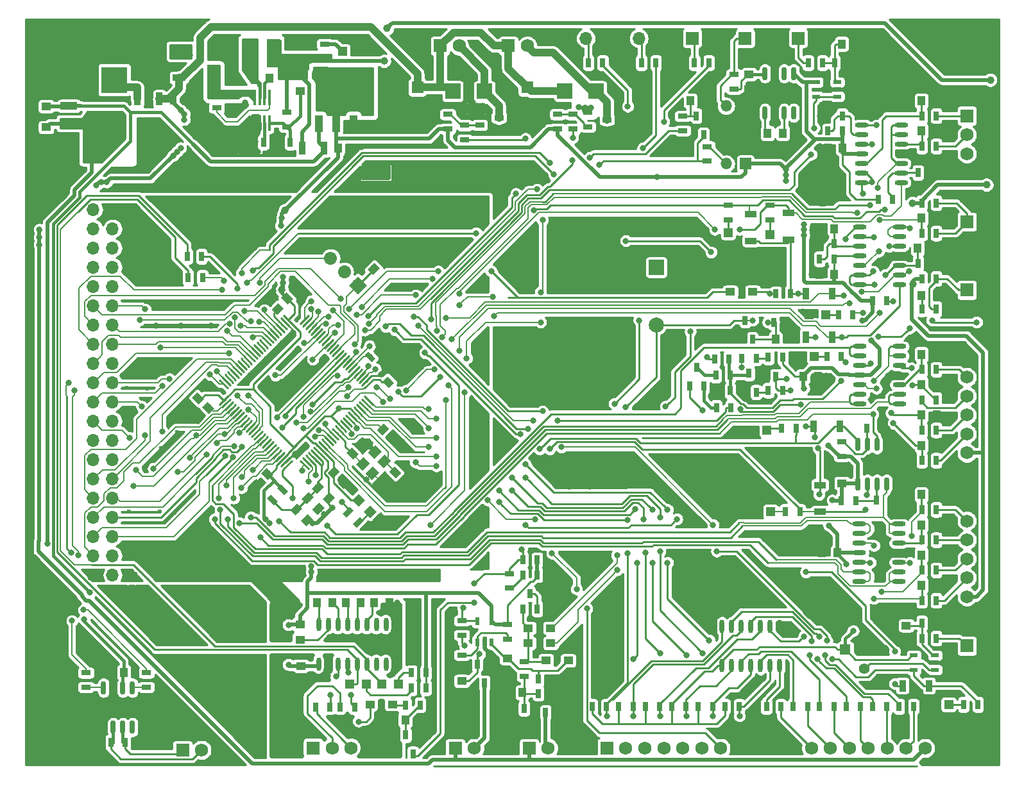
<source format=gbr>
%TF.GenerationSoftware,KiCad,Pcbnew,(5.1.4)-1*%
%TF.CreationDate,2020-11-06T00:10:57+08:00*%
%TF.ProjectId,MCU,4d43552e-6b69-4636-9164-5f7063625858,rev?*%
%TF.SameCoordinates,Original*%
%TF.FileFunction,Copper,L2,Bot*%
%TF.FilePolarity,Positive*%
%FSLAX46Y46*%
G04 Gerber Fmt 4.6, Leading zero omitted, Abs format (unit mm)*
G04 Created by KiCad (PCBNEW (5.1.4)-1) date 2020-11-06 00:10:57*
%MOMM*%
%LPD*%
G04 APERTURE LIST*
%ADD10R,1.250000X1.000000*%
%ADD11O,0.700000X1.800000*%
%ADD12R,0.700000X1.300000*%
%ADD13R,1.300000X0.700000*%
%ADD14C,1.750000*%
%ADD15R,1.750000X1.750000*%
%ADD16R,3.500000X3.500000*%
%ADD17R,1.000000X1.250000*%
%ADD18R,0.700000X1.250000*%
%ADD19R,1.700000X0.900000*%
%ADD20O,1.800000X0.600000*%
%ADD21C,1.200000*%
%ADD22C,0.350000*%
%ADD23C,0.700000*%
%ADD24C,1.000000*%
%ADD25R,1.200000X1.200000*%
%ADD26C,0.800000*%
%ADD27C,6.000000*%
%ADD28O,0.600000X1.800000*%
%ADD29R,1.100000X0.600000*%
%ADD30R,0.900000X1.700000*%
%ADD31C,1.600000*%
%ADD32R,1.600000X1.600000*%
%ADD33C,1.700000*%
%ADD34C,1.700000*%
%ADD35O,1.500000X1.500000*%
%ADD36R,1.500000X1.500000*%
%ADD37R,0.600000X1.100000*%
%ADD38C,0.280000*%
%ADD39C,0.280000*%
%ADD40R,1.250000X0.700000*%
%ADD41O,1.700000X1.700000*%
%ADD42R,1.700000X1.700000*%
%ADD43R,2.000000X2.000000*%
%ADD44R,2.200000X1.000000*%
%ADD45R,2.200000X3.500000*%
%ADD46R,1.000000X2.200000*%
%ADD47R,3.500000X2.200000*%
%ADD48R,0.400000X2.000000*%
%ADD49R,1.400000X1.400000*%
%ADD50C,1.400000*%
%ADD51R,1.780000X3.700000*%
%ADD52R,0.900000X1.500000*%
%ADD53R,1.500000X0.900000*%
%ADD54C,2.000000*%
%ADD55C,0.600000*%
%ADD56C,0.254000*%
%ADD57C,0.508000*%
%ADD58C,0.381000*%
%ADD59C,0.228600*%
%ADD60C,0.203200*%
%ADD61C,0.250000*%
%ADD62C,1.016000*%
%ADD63C,0.500000*%
%ADD64C,0.350000*%
%ADD65C,0.300000*%
%ADD66O,1.000000X3.000000*%
%ADD67O,3.000000X1.000000*%
G04 APERTURE END LIST*
D10*
X113775000Y-56750000D03*
X116725000Y-56750000D03*
D11*
X31070000Y-114235000D03*
X32340000Y-114235000D03*
X33610000Y-114235000D03*
X34880000Y-114235000D03*
X34880000Y-109035000D03*
X33610000Y-109035000D03*
X32340000Y-109035000D03*
X31070000Y-109035000D03*
D12*
X33950000Y-116250000D03*
X32050000Y-116250000D03*
D13*
X36750000Y-107050000D03*
X36750000Y-108950000D03*
X28750000Y-107050000D03*
X28750000Y-108950000D03*
D14*
X44000000Y-117250000D03*
D15*
X41500000Y-117250000D03*
D16*
X37200000Y-25750000D03*
X32500000Y-22750000D03*
X32500000Y-28750000D03*
D17*
X33750000Y-107000000D03*
X31750000Y-107000000D03*
D12*
X113775000Y-67767000D03*
X111875000Y-67767000D03*
X111850000Y-69800000D03*
X113750000Y-69800000D03*
D18*
X109350000Y-66700000D03*
X108400000Y-69200000D03*
X110300000Y-69200000D03*
D10*
X69225000Y-111250000D03*
X66275000Y-111250000D03*
D19*
X66800000Y-44450000D03*
X66800000Y-41550000D03*
D20*
X136000000Y-95010000D03*
X136000000Y-93740000D03*
X136000000Y-92470000D03*
X136000000Y-91200000D03*
X136000000Y-89930000D03*
X136000000Y-88660000D03*
X136000000Y-87390000D03*
X130800000Y-87390000D03*
X130800000Y-88660000D03*
X130800000Y-89930000D03*
X130800000Y-91200000D03*
X130800000Y-92470000D03*
X130800000Y-93740000D03*
X130800000Y-95010000D03*
D21*
X66277817Y-85777817D03*
D22*
G36*
X65429289Y-85777817D02*
G01*
X66277817Y-84929289D01*
X67126345Y-85777817D01*
X66277817Y-86626345D01*
X65429289Y-85777817D01*
X65429289Y-85777817D01*
G37*
D21*
X64722183Y-84222183D03*
D22*
G36*
X63873655Y-84222183D02*
G01*
X64722183Y-83373655D01*
X65570711Y-84222183D01*
X64722183Y-85070711D01*
X63873655Y-84222183D01*
X63873655Y-84222183D01*
G37*
D23*
X64671751Y-87171751D03*
D22*
G36*
X63964644Y-87383883D02*
G01*
X64883883Y-86464644D01*
X65378858Y-86959619D01*
X64459619Y-87878858D01*
X63964644Y-87383883D01*
X63964644Y-87383883D01*
G37*
D23*
X63328249Y-85828249D03*
D22*
G36*
X62621142Y-86040381D02*
G01*
X63540381Y-85121142D01*
X64035356Y-85616117D01*
X63116117Y-86535356D01*
X62621142Y-86040381D01*
X62621142Y-86040381D01*
G37*
D24*
X60778107Y-84019107D03*
D22*
G36*
X59982612Y-84107495D02*
G01*
X60866495Y-83223612D01*
X61573602Y-83930719D01*
X60689719Y-84814602D01*
X59982612Y-84107495D01*
X59982612Y-84107495D01*
G37*
D24*
X59363893Y-82604893D03*
D22*
G36*
X58568398Y-82693281D02*
G01*
X59452281Y-81809398D01*
X60159388Y-82516505D01*
X59275505Y-83400388D01*
X58568398Y-82693281D01*
X58568398Y-82693281D01*
G37*
D24*
X54047107Y-59000107D03*
D22*
G36*
X54842602Y-58911719D02*
G01*
X53958719Y-59795602D01*
X53251612Y-59088495D01*
X54135495Y-58204612D01*
X54842602Y-58911719D01*
X54842602Y-58911719D01*
G37*
D24*
X52632893Y-57585893D03*
D22*
G36*
X53428388Y-57497505D02*
G01*
X52544505Y-58381388D01*
X51837398Y-57674281D01*
X52721281Y-56790398D01*
X53428388Y-57497505D01*
X53428388Y-57497505D01*
G37*
D24*
X43488893Y-73478107D03*
D22*
G36*
X43400505Y-72682612D02*
G01*
X44284388Y-73566495D01*
X43577281Y-74273602D01*
X42693398Y-73389719D01*
X43400505Y-72682612D01*
X43400505Y-72682612D01*
G37*
D24*
X44903107Y-72063893D03*
D22*
G36*
X44814719Y-71268398D02*
G01*
X45698602Y-72152281D01*
X44991495Y-72859388D01*
X44107612Y-71975505D01*
X44814719Y-71268398D01*
X44814719Y-71268398D01*
G37*
D10*
X92407000Y-105410000D03*
X89457000Y-105410000D03*
D12*
X84648000Y-111760000D03*
X86548000Y-111760000D03*
D13*
X60250000Y-25950000D03*
X60250000Y-24050000D03*
D12*
X146450000Y-111250000D03*
X144550000Y-111250000D03*
X122950000Y-85750000D03*
X121050000Y-85750000D03*
X122450000Y-74750000D03*
X120550000Y-74750000D03*
D13*
X119000000Y-45300000D03*
X119000000Y-47200000D03*
X113500000Y-45300000D03*
X113500000Y-47200000D03*
D12*
X128450000Y-65250000D03*
X126550000Y-65250000D03*
X129950000Y-59750000D03*
X128050000Y-59750000D03*
D25*
X64850000Y-25000000D03*
X62650000Y-25000000D03*
X140400000Y-111250000D03*
X142600000Y-111250000D03*
X116900000Y-85750000D03*
X119100000Y-85750000D03*
X116400000Y-75000000D03*
X118600000Y-75000000D03*
X119000000Y-51350000D03*
X119000000Y-49150000D03*
X113500000Y-51100000D03*
X113500000Y-48900000D03*
X122650000Y-65250000D03*
X124850000Y-65250000D03*
X124150000Y-59750000D03*
X126350000Y-59750000D03*
D26*
X128031810Y-96312500D03*
X128031810Y-98687500D03*
X125975000Y-99875000D03*
X123918190Y-98687500D03*
X123918190Y-96312500D03*
X125975000Y-95125000D03*
D27*
X125975000Y-97500000D03*
D26*
X128031810Y-41312500D03*
X128031810Y-43687500D03*
X125975000Y-44875000D03*
X123918190Y-43687500D03*
X123918190Y-41312500D03*
X125975000Y-40125000D03*
D27*
X125975000Y-42500000D03*
D26*
X25831810Y-41312500D03*
X25831810Y-43687500D03*
X23775000Y-44875000D03*
X21718190Y-43687500D03*
X21718190Y-41312500D03*
X23775000Y-40125000D03*
D27*
X23775000Y-42500000D03*
D26*
X25831810Y-96312500D03*
X25831810Y-98687500D03*
X23775000Y-99875000D03*
X21718190Y-98687500D03*
X21718190Y-96312500D03*
X23775000Y-95125000D03*
D27*
X23775000Y-97500000D03*
D12*
X62300000Y-111550000D03*
X64200000Y-111550000D03*
X59050000Y-111550000D03*
X60950000Y-111550000D03*
X102050000Y-26500000D03*
X103950000Y-26500000D03*
X95050000Y-26500000D03*
X96950000Y-26500000D03*
X110950000Y-26500000D03*
X109050000Y-26500000D03*
D28*
X59454999Y-105900000D03*
X60724999Y-105900000D03*
X61994999Y-105900000D03*
X63264999Y-105900000D03*
X64534999Y-105900000D03*
X65804999Y-105900000D03*
X67074999Y-105900000D03*
X68344999Y-105900000D03*
X68344999Y-100700000D03*
X67074999Y-100700000D03*
X65804999Y-100700000D03*
X64534999Y-100700000D03*
X63264999Y-100700000D03*
X61994999Y-100700000D03*
X60724999Y-100700000D03*
X59454999Y-100700000D03*
D29*
X125100000Y-29050000D03*
X125100000Y-30950000D03*
X127900000Y-30950000D03*
X127900000Y-30000000D03*
X127900000Y-29050000D03*
D12*
X127550000Y-26500000D03*
X129450000Y-26500000D03*
D25*
X63550000Y-108550000D03*
X65750000Y-108550000D03*
X67800000Y-108550000D03*
X70000000Y-108550000D03*
D10*
X57023000Y-100685000D03*
X57023000Y-102685000D03*
D17*
X66765000Y-97800000D03*
X68765000Y-97800000D03*
X63015000Y-97800000D03*
X65015000Y-97800000D03*
D10*
X57150000Y-108188000D03*
X57150000Y-106188000D03*
D17*
X61265000Y-97800001D03*
X59265000Y-97800001D03*
D10*
X90075000Y-101134000D03*
X87125000Y-101134000D03*
X90075001Y-103134000D03*
X87125001Y-103134000D03*
D11*
X130595000Y-82100000D03*
X131865000Y-82100000D03*
X133135000Y-82100000D03*
X134405000Y-82100000D03*
X134405000Y-76900000D03*
X133135000Y-76900000D03*
X131865000Y-76900000D03*
X130595000Y-76900000D03*
D30*
X57300000Y-37750000D03*
X60200000Y-37750000D03*
D13*
X93000000Y-33300000D03*
X93000000Y-35200000D03*
X91000000Y-33300000D03*
X91000000Y-35200000D03*
D12*
X53800000Y-37000000D03*
X55700000Y-37000000D03*
D13*
X55250000Y-34950000D03*
X55250000Y-33050000D03*
D31*
X87000000Y-32250000D03*
D32*
X87000000Y-29750000D03*
D10*
X23500000Y-37000000D03*
X23500000Y-35000000D03*
D28*
X112690000Y-106100000D03*
X113960000Y-106100000D03*
X115230000Y-106100000D03*
X116500000Y-106100000D03*
X117770000Y-106100000D03*
X119040000Y-106100000D03*
X120310000Y-106100000D03*
X120310000Y-100900000D03*
X119040000Y-100900000D03*
X117770000Y-100900000D03*
X116500000Y-100900000D03*
X115230000Y-100900000D03*
X113960000Y-100900000D03*
X112690000Y-100900000D03*
D20*
X136100000Y-55810000D03*
X136100000Y-54540000D03*
X136100000Y-53270000D03*
X136100000Y-52000000D03*
X136100000Y-50730000D03*
X136100000Y-49460000D03*
X136100000Y-48190000D03*
X130900000Y-48190000D03*
X130900000Y-49460000D03*
X130900000Y-50730000D03*
X130900000Y-52000000D03*
X130900000Y-53270000D03*
X130900000Y-54540000D03*
X130900000Y-55810000D03*
X136100000Y-71560000D03*
X136100000Y-70290000D03*
X136100000Y-69020000D03*
X136100000Y-67750000D03*
X136100000Y-66480000D03*
X136100000Y-65210000D03*
X136100000Y-63940000D03*
X130900000Y-63940000D03*
X130900000Y-65210000D03*
X130900000Y-66480000D03*
X130900000Y-67750000D03*
X130900000Y-69020000D03*
X130900000Y-70290000D03*
X130900000Y-71560000D03*
X136350000Y-42310000D03*
X136350000Y-41040000D03*
X136350000Y-39770000D03*
X136350000Y-38500000D03*
X136350000Y-37230000D03*
X136350000Y-35960000D03*
X136350000Y-34690000D03*
X131150000Y-34690000D03*
X131150000Y-35960000D03*
X131150000Y-37230000D03*
X131150000Y-38500000D03*
X131150000Y-39770000D03*
X131150000Y-41040000D03*
X131150000Y-42310000D03*
D33*
X59254846Y-50491846D03*
D34*
X59254846Y-50491846D02*
X59254846Y-50491846D01*
D33*
X61050898Y-52287898D03*
D34*
X61050898Y-52287898D02*
X61050898Y-52287898D01*
D33*
X62846949Y-54083949D03*
D34*
X62846949Y-54083949D02*
X62846949Y-54083949D01*
D33*
X64643000Y-55880000D03*
D22*
G36*
X64643000Y-57082082D02*
G01*
X63440918Y-55880000D01*
X64643000Y-54677918D01*
X65845082Y-55880000D01*
X64643000Y-57082082D01*
X64643000Y-57082082D01*
G37*
D31*
X72500000Y-32250000D03*
D32*
X72500000Y-29750000D03*
D35*
X115770000Y-32190000D03*
X113230000Y-32190000D03*
X113230000Y-39810000D03*
D36*
X115770000Y-39810000D03*
D37*
X82300000Y-100234000D03*
X80400000Y-100234000D03*
X80400000Y-103034000D03*
X81350000Y-103034000D03*
X82300000Y-103034000D03*
D38*
X66081297Y-68903984D03*
D39*
X65543896Y-69441385D02*
X66618698Y-68366583D01*
D38*
X65727743Y-68550431D03*
D39*
X65190342Y-69087832D02*
X66265144Y-68013030D01*
D38*
X65374190Y-68196878D03*
D39*
X64836789Y-68734279D02*
X65911591Y-67659477D01*
D38*
X65020637Y-67843324D03*
D39*
X64483236Y-68380725D02*
X65558038Y-67305923D01*
D38*
X64667083Y-67489771D03*
D39*
X64129682Y-68027172D02*
X65204484Y-66952370D01*
D38*
X64313530Y-67136218D03*
D39*
X63776129Y-67673619D02*
X64850931Y-66598817D01*
D38*
X63959977Y-66782664D03*
D39*
X63422576Y-67320065D02*
X64497378Y-66245263D01*
D38*
X63606423Y-66429111D03*
D39*
X63069022Y-66966512D02*
X64143824Y-65891710D01*
D38*
X63252870Y-66075557D03*
D39*
X62715469Y-66612958D02*
X63790271Y-65538156D01*
D38*
X62899316Y-65722004D03*
D39*
X62361915Y-66259405D02*
X63436717Y-65184603D01*
D38*
X62545763Y-65368451D03*
D39*
X62008362Y-65905852D02*
X63083164Y-64831050D01*
D38*
X62192210Y-65014897D03*
D39*
X61654809Y-65552298D02*
X62729611Y-64477496D01*
D38*
X61838656Y-64661344D03*
D39*
X61301255Y-65198745D02*
X62376057Y-64123943D01*
D38*
X61485103Y-64307790D03*
D39*
X60947702Y-64845191D02*
X62022504Y-63770389D01*
D38*
X61131549Y-63954237D03*
D39*
X60594148Y-64491638D02*
X61668950Y-63416836D01*
D38*
X60777996Y-63600684D03*
D39*
X60240595Y-64138085D02*
X61315397Y-63063283D01*
D38*
X60424443Y-63247130D03*
D39*
X59887042Y-63784531D02*
X60961844Y-62709729D01*
D38*
X60070889Y-62893577D03*
D39*
X59533488Y-63430978D02*
X60608290Y-62356176D01*
D38*
X59717336Y-62540023D03*
D39*
X59179935Y-63077424D02*
X60254737Y-62002622D01*
D38*
X59363782Y-62186470D03*
D39*
X58826381Y-62723871D02*
X59901183Y-61649069D01*
D38*
X59010229Y-61832917D03*
D39*
X58472828Y-62370318D02*
X59547630Y-61295516D01*
D38*
X58656676Y-61479363D03*
D39*
X58119275Y-62016764D02*
X59194077Y-60941962D01*
D38*
X58303122Y-61125810D03*
D39*
X57765721Y-61663211D02*
X58840523Y-60588409D01*
D38*
X57949569Y-60772257D03*
D39*
X57412168Y-61309658D02*
X58486970Y-60234856D01*
D38*
X57596016Y-60418703D03*
D39*
X57058615Y-60956104D02*
X58133417Y-59881302D01*
D38*
X55403984Y-60418703D03*
D39*
X54866583Y-59881302D02*
X55941385Y-60956104D01*
D38*
X55050431Y-60772257D03*
D39*
X54513030Y-60234856D02*
X55587832Y-61309658D01*
D38*
X54696878Y-61125810D03*
D39*
X54159477Y-60588409D02*
X55234279Y-61663211D01*
D38*
X54343324Y-61479363D03*
D39*
X53805923Y-60941962D02*
X54880725Y-62016764D01*
D38*
X53989771Y-61832917D03*
D39*
X53452370Y-61295516D02*
X54527172Y-62370318D01*
D38*
X53636218Y-62186470D03*
D39*
X53098817Y-61649069D02*
X54173619Y-62723871D01*
D38*
X53282664Y-62540023D03*
D39*
X52745263Y-62002622D02*
X53820065Y-63077424D01*
D38*
X52929111Y-62893577D03*
D39*
X52391710Y-62356176D02*
X53466512Y-63430978D01*
D38*
X52575557Y-63247130D03*
D39*
X52038156Y-62709729D02*
X53112958Y-63784531D01*
D38*
X52222004Y-63600684D03*
D39*
X51684603Y-63063283D02*
X52759405Y-64138085D01*
D38*
X51868451Y-63954237D03*
D39*
X51331050Y-63416836D02*
X52405852Y-64491638D01*
D38*
X51514897Y-64307790D03*
D39*
X50977496Y-63770389D02*
X52052298Y-64845191D01*
D38*
X51161344Y-64661344D03*
D39*
X50623943Y-64123943D02*
X51698745Y-65198745D01*
D38*
X50807790Y-65014897D03*
D39*
X50270389Y-64477496D02*
X51345191Y-65552298D01*
D38*
X50454237Y-65368451D03*
D39*
X49916836Y-64831050D02*
X50991638Y-65905852D01*
D38*
X50100684Y-65722004D03*
D39*
X49563283Y-65184603D02*
X50638085Y-66259405D01*
D38*
X49747130Y-66075557D03*
D39*
X49209729Y-65538156D02*
X50284531Y-66612958D01*
D38*
X49393577Y-66429111D03*
D39*
X48856176Y-65891710D02*
X49930978Y-66966512D01*
D38*
X49040023Y-66782664D03*
D39*
X48502622Y-66245263D02*
X49577424Y-67320065D01*
D38*
X48686470Y-67136218D03*
D39*
X48149069Y-66598817D02*
X49223871Y-67673619D01*
D38*
X48332917Y-67489771D03*
D39*
X47795516Y-66952370D02*
X48870318Y-68027172D01*
D38*
X47979363Y-67843324D03*
D39*
X47441962Y-67305923D02*
X48516764Y-68380725D01*
D38*
X47625810Y-68196878D03*
D39*
X47088409Y-67659477D02*
X48163211Y-68734279D01*
D38*
X47272257Y-68550431D03*
D39*
X46734856Y-68013030D02*
X47809658Y-69087832D01*
D38*
X46918703Y-68903984D03*
D39*
X46381302Y-68366583D02*
X47456104Y-69441385D01*
D38*
X46918703Y-71096016D03*
D39*
X46381302Y-71633417D02*
X47456104Y-70558615D01*
D38*
X47272257Y-71449569D03*
D39*
X46734856Y-71986970D02*
X47809658Y-70912168D01*
D38*
X47625810Y-71803122D03*
D39*
X47088409Y-72340523D02*
X48163211Y-71265721D01*
D38*
X47979363Y-72156676D03*
D39*
X47441962Y-72694077D02*
X48516764Y-71619275D01*
D38*
X48332917Y-72510229D03*
D39*
X47795516Y-73047630D02*
X48870318Y-71972828D01*
D38*
X48686470Y-72863782D03*
D39*
X48149069Y-73401183D02*
X49223871Y-72326381D01*
D38*
X49040023Y-73217336D03*
D39*
X48502622Y-73754737D02*
X49577424Y-72679935D01*
D38*
X49393577Y-73570889D03*
D39*
X48856176Y-74108290D02*
X49930978Y-73033488D01*
D38*
X49747130Y-73924443D03*
D39*
X49209729Y-74461844D02*
X50284531Y-73387042D01*
D38*
X50100684Y-74277996D03*
D39*
X49563283Y-74815397D02*
X50638085Y-73740595D01*
D38*
X50454237Y-74631549D03*
D39*
X49916836Y-75168950D02*
X50991638Y-74094148D01*
D38*
X50807790Y-74985103D03*
D39*
X50270389Y-75522504D02*
X51345191Y-74447702D01*
D38*
X51161344Y-75338656D03*
D39*
X50623943Y-75876057D02*
X51698745Y-74801255D01*
D38*
X51514897Y-75692210D03*
D39*
X50977496Y-76229611D02*
X52052298Y-75154809D01*
D38*
X51868451Y-76045763D03*
D39*
X51331050Y-76583164D02*
X52405852Y-75508362D01*
D38*
X52222004Y-76399316D03*
D39*
X51684603Y-76936717D02*
X52759405Y-75861915D01*
D38*
X52575557Y-76752870D03*
D39*
X52038156Y-77290271D02*
X53112958Y-76215469D01*
D38*
X52929111Y-77106423D03*
D39*
X52391710Y-77643824D02*
X53466512Y-76569022D01*
D38*
X53282664Y-77459977D03*
D39*
X52745263Y-77997378D02*
X53820065Y-76922576D01*
D38*
X53636218Y-77813530D03*
D39*
X53098817Y-78350931D02*
X54173619Y-77276129D01*
D38*
X53989771Y-78167083D03*
D39*
X53452370Y-78704484D02*
X54527172Y-77629682D01*
D38*
X54343324Y-78520637D03*
D39*
X53805923Y-79058038D02*
X54880725Y-77983236D01*
D38*
X54696878Y-78874190D03*
D39*
X54159477Y-79411591D02*
X55234279Y-78336789D01*
D38*
X55050431Y-79227743D03*
D39*
X54513030Y-79765144D02*
X55587832Y-78690342D01*
D38*
X55403984Y-79581297D03*
D39*
X54866583Y-80118698D02*
X55941385Y-79043896D01*
D38*
X57596016Y-79581297D03*
D39*
X57058615Y-79043896D02*
X58133417Y-80118698D01*
D38*
X57949569Y-79227743D03*
D39*
X57412168Y-78690342D02*
X58486970Y-79765144D01*
D38*
X58303122Y-78874190D03*
D39*
X57765721Y-78336789D02*
X58840523Y-79411591D01*
D38*
X58656676Y-78520637D03*
D39*
X58119275Y-77983236D02*
X59194077Y-79058038D01*
D38*
X59010229Y-78167083D03*
D39*
X58472828Y-77629682D02*
X59547630Y-78704484D01*
D38*
X59363782Y-77813530D03*
D39*
X58826381Y-77276129D02*
X59901183Y-78350931D01*
D38*
X59717336Y-77459977D03*
D39*
X59179935Y-76922576D02*
X60254737Y-77997378D01*
D38*
X60070889Y-77106423D03*
D39*
X59533488Y-76569022D02*
X60608290Y-77643824D01*
D38*
X60424443Y-76752870D03*
D39*
X59887042Y-76215469D02*
X60961844Y-77290271D01*
D38*
X60777996Y-76399316D03*
D39*
X60240595Y-75861915D02*
X61315397Y-76936717D01*
D38*
X61131549Y-76045763D03*
D39*
X60594148Y-75508362D02*
X61668950Y-76583164D01*
D38*
X61485103Y-75692210D03*
D39*
X60947702Y-75154809D02*
X62022504Y-76229611D01*
D38*
X61838656Y-75338656D03*
D39*
X61301255Y-74801255D02*
X62376057Y-75876057D01*
D38*
X62192210Y-74985103D03*
D39*
X61654809Y-74447702D02*
X62729611Y-75522504D01*
D38*
X62545763Y-74631549D03*
D39*
X62008362Y-74094148D02*
X63083164Y-75168950D01*
D38*
X62899316Y-74277996D03*
D39*
X62361915Y-73740595D02*
X63436717Y-74815397D01*
D38*
X63252870Y-73924443D03*
D39*
X62715469Y-73387042D02*
X63790271Y-74461844D01*
D38*
X63606423Y-73570889D03*
D39*
X63069022Y-73033488D02*
X64143824Y-74108290D01*
D38*
X63959977Y-73217336D03*
D39*
X63422576Y-72679935D02*
X64497378Y-73754737D01*
D38*
X64313530Y-72863782D03*
D39*
X63776129Y-72326381D02*
X64850931Y-73401183D01*
D38*
X64667083Y-72510229D03*
D39*
X64129682Y-71972828D02*
X65204484Y-73047630D01*
D38*
X65020637Y-72156676D03*
D39*
X64483236Y-71619275D02*
X65558038Y-72694077D01*
D38*
X65374190Y-71803122D03*
D39*
X64836789Y-71265721D02*
X65911591Y-72340523D01*
D38*
X65727743Y-71449569D03*
D39*
X65190342Y-70912168D02*
X66265144Y-71986970D01*
D38*
X66081297Y-71096016D03*
D39*
X65543896Y-70558615D02*
X66618698Y-71633417D01*
D26*
X148056810Y-114812500D03*
X148056810Y-117187500D03*
X146000000Y-118375000D03*
X143943190Y-117187500D03*
X143943190Y-114812500D03*
X146000000Y-113625000D03*
D27*
X146000000Y-116000000D03*
D26*
X26056810Y-114812500D03*
X26056810Y-117187500D03*
X24000000Y-118375000D03*
X21943190Y-117187500D03*
X21943190Y-114812500D03*
X24000000Y-113625000D03*
D27*
X24000000Y-116000000D03*
D26*
X148056810Y-22812500D03*
X148056810Y-25187500D03*
X146000000Y-26375000D03*
X143943190Y-25187500D03*
X143943190Y-22812500D03*
X146000000Y-21625000D03*
D27*
X146000000Y-24000000D03*
D26*
X26056810Y-22812500D03*
X26056810Y-25187500D03*
X24000000Y-26375000D03*
X21943190Y-25187500D03*
X21943190Y-22812500D03*
X24000000Y-21625000D03*
D27*
X24000000Y-24000000D03*
D13*
X76500000Y-33300000D03*
X76500000Y-35200000D03*
X78750000Y-36650000D03*
X78750000Y-34750000D03*
D12*
X50300000Y-37000000D03*
X52200000Y-37000000D03*
X119800000Y-57000000D03*
X121700000Y-57000000D03*
D40*
X97500000Y-34000000D03*
X95000000Y-33050000D03*
X95000000Y-34950000D03*
X83250000Y-33750000D03*
X80750000Y-32800000D03*
X80750000Y-34700000D03*
D14*
X87000000Y-24250000D03*
D15*
X84500000Y-24250000D03*
D14*
X78000000Y-24250000D03*
D15*
X75500000Y-24250000D03*
D14*
X66250000Y-117000000D03*
X63750000Y-117000000D03*
X61250000Y-117000000D03*
D15*
X58750000Y-117000000D03*
D41*
X94710000Y-23250000D03*
D42*
X97250000Y-23250000D03*
D41*
X118290000Y-23250000D03*
D42*
X115750000Y-23250000D03*
D14*
X80000000Y-117000000D03*
D15*
X77500000Y-117000000D03*
D41*
X29730000Y-94135000D03*
X32270000Y-94135000D03*
X29730000Y-91595000D03*
X32270000Y-91595000D03*
X29730000Y-89055000D03*
X32270000Y-89055000D03*
X29730000Y-86515000D03*
X32270000Y-86515000D03*
X29730000Y-83975000D03*
X32270000Y-83975000D03*
X29730000Y-81435000D03*
X32270000Y-81435000D03*
X29730000Y-78895000D03*
X32270000Y-78895000D03*
X29730000Y-76355000D03*
X32270000Y-76355000D03*
X29730000Y-73815000D03*
X32270000Y-73815000D03*
X29730000Y-71275000D03*
X32270000Y-71275000D03*
X29730000Y-68735000D03*
X32270000Y-68735000D03*
X29730000Y-66195000D03*
X32270000Y-66195000D03*
X29730000Y-63655000D03*
X32270000Y-63655000D03*
X29730000Y-61115000D03*
X32270000Y-61115000D03*
X29730000Y-58575000D03*
X32270000Y-58575000D03*
X29730000Y-56035000D03*
X32270000Y-56035000D03*
X29730000Y-53495000D03*
X32270000Y-53495000D03*
X29730000Y-50955000D03*
X32270000Y-50955000D03*
X29730000Y-48415000D03*
X32270000Y-48415000D03*
X29730000Y-45875000D03*
D42*
X32270000Y-45875000D03*
D14*
X139500000Y-117000000D03*
X137000000Y-117000000D03*
X134500000Y-117000000D03*
X132000000Y-117000000D03*
X129500000Y-117000000D03*
X127000000Y-117000000D03*
X124500000Y-117000000D03*
D15*
X122000000Y-117000000D03*
D14*
X115000000Y-117000000D03*
X112500000Y-117000000D03*
X110000000Y-117000000D03*
X107500000Y-117000000D03*
X105000000Y-117000000D03*
X102500000Y-117000000D03*
X100000000Y-117000000D03*
D15*
X97500000Y-117000000D03*
D43*
X91900000Y-30250000D03*
X96100000Y-30250000D03*
X77150000Y-30250000D03*
X81350000Y-30250000D03*
D17*
X64000000Y-37750000D03*
X62000000Y-37750000D03*
D10*
X57000000Y-30250000D03*
X57000000Y-28250000D03*
D31*
X45500000Y-25000000D03*
D32*
X45500000Y-27500000D03*
D21*
X66903777Y-77910142D03*
D22*
G36*
X66974488Y-76990903D02*
G01*
X67823016Y-77839431D01*
X66833066Y-78829381D01*
X65984538Y-77980853D01*
X66974488Y-76990903D01*
X66974488Y-76990903D01*
G37*
D21*
X65348142Y-79465777D03*
D22*
G36*
X65418853Y-78546538D02*
G01*
X66267381Y-79395066D01*
X65277431Y-80385016D01*
X64428903Y-79536488D01*
X65418853Y-78546538D01*
X65418853Y-78546538D01*
G37*
D21*
X66550223Y-80667858D03*
D22*
G36*
X66620934Y-79748619D02*
G01*
X67469462Y-80597147D01*
X66479512Y-81587097D01*
X65630984Y-80738569D01*
X66620934Y-79748619D01*
X66620934Y-79748619D01*
G37*
D21*
X68105858Y-79112223D03*
D22*
G36*
X68176569Y-78192984D02*
G01*
X69025097Y-79041512D01*
X68035147Y-80031462D01*
X67186619Y-79182934D01*
X68176569Y-78192984D01*
X68176569Y-78192984D01*
G37*
D44*
X26500000Y-32200000D03*
D45*
X32500000Y-34500000D03*
D44*
X26500000Y-34500000D03*
X26500000Y-36800000D03*
D46*
X59450000Y-34500000D03*
D47*
X61750000Y-28500000D03*
D46*
X61750000Y-34500000D03*
X64050000Y-34500000D03*
D48*
X52970000Y-31040000D03*
X52330000Y-31040000D03*
X51670000Y-31040000D03*
X51030000Y-31040000D03*
X51030000Y-34460000D03*
X51670000Y-34460000D03*
X52330000Y-34460000D03*
X52970000Y-34460000D03*
D11*
X122155000Y-27900000D03*
X120885000Y-27900000D03*
X119615000Y-27900000D03*
X118345000Y-27900000D03*
X118345000Y-33100000D03*
X119615000Y-33100000D03*
X120885000Y-33100000D03*
X122155000Y-33100000D03*
D29*
X138000000Y-104750000D03*
X138000000Y-106650000D03*
X140800000Y-106650000D03*
X140800000Y-105700000D03*
X140800000Y-104750000D03*
D49*
X128960000Y-104000000D03*
D50*
X134040000Y-104000000D03*
X131500000Y-106540000D03*
D13*
X46000000Y-32450000D03*
X46000000Y-30550000D03*
D12*
X125950000Y-26500000D03*
X124050000Y-26500000D03*
X73600000Y-109050000D03*
X71700000Y-109050000D03*
X73600000Y-107050000D03*
X71700000Y-107050000D03*
X119499999Y-60750000D03*
X121399999Y-60750000D03*
X115300000Y-65500000D03*
X117200000Y-65500000D03*
X120700000Y-69750000D03*
X118800000Y-69750000D03*
X113600000Y-65600000D03*
X111700000Y-65600000D03*
X111953000Y-72009000D03*
X113853000Y-72009000D03*
D13*
X107500000Y-35450000D03*
X107500000Y-33550000D03*
D12*
X86400000Y-92134000D03*
X88300000Y-92134000D03*
D13*
X84600000Y-93934000D03*
X84600000Y-95834000D03*
X110750000Y-37550000D03*
X110750000Y-39450000D03*
D12*
X88450000Y-107851000D03*
X90350000Y-107851000D03*
X88300000Y-98634000D03*
X86400000Y-98634000D03*
D13*
X78350000Y-106600000D03*
X78350000Y-104700000D03*
X84350000Y-100684000D03*
X84350000Y-102584000D03*
X114250000Y-29950000D03*
X114250000Y-28050000D03*
X86614000Y-105603000D03*
X86614000Y-107503000D03*
X78350000Y-102084000D03*
X78350000Y-100184000D03*
D12*
X139050000Y-102500000D03*
X140950000Y-102500000D03*
X139050000Y-100500000D03*
X140950000Y-100500000D03*
X139050000Y-45000000D03*
X140950000Y-45000000D03*
X139050000Y-55000000D03*
X140950000Y-55000000D03*
X139050000Y-67000000D03*
X140950000Y-67000000D03*
X140950000Y-71000000D03*
X139050000Y-71000000D03*
X139050000Y-75000000D03*
X140950000Y-75000000D03*
X139050000Y-79000000D03*
X140950000Y-79000000D03*
X139050000Y-85500000D03*
X140950000Y-85500000D03*
X139050000Y-89500000D03*
X140950000Y-89500000D03*
X139050000Y-93500000D03*
X140950000Y-93500000D03*
X139050000Y-97500000D03*
X140950000Y-97500000D03*
X133050000Y-84250000D03*
X134950000Y-84250000D03*
X128450000Y-84350000D03*
X130350000Y-84350000D03*
X131800000Y-74750000D03*
X133700000Y-74750000D03*
D13*
X128500000Y-78450000D03*
X128500000Y-76550000D03*
D12*
X139050000Y-49000000D03*
X140950000Y-49000000D03*
X138550000Y-53000000D03*
X140450000Y-53000000D03*
X132550000Y-57900000D03*
X134450000Y-57900000D03*
X139050000Y-59000000D03*
X140950000Y-59000000D03*
X127450000Y-50400000D03*
X125550000Y-50400000D03*
X127450000Y-52400000D03*
X125550000Y-52400000D03*
X138550000Y-41000000D03*
X140450000Y-41000000D03*
X133300000Y-44500000D03*
X135200000Y-44500000D03*
X139050000Y-37500000D03*
X140950000Y-37500000D03*
X128550000Y-33500000D03*
X126650000Y-33500000D03*
X128550000Y-35500000D03*
X126650000Y-35500000D03*
X139050000Y-33500000D03*
X140950000Y-33500000D03*
X70950000Y-111300001D03*
X72850000Y-111300001D03*
D23*
X67600751Y-63971249D03*
D22*
G36*
X67812883Y-64678356D02*
G01*
X66893644Y-63759117D01*
X67388619Y-63264142D01*
X68307858Y-64183381D01*
X67812883Y-64678356D01*
X67812883Y-64678356D01*
G37*
D23*
X66257249Y-65314751D03*
D22*
G36*
X66469381Y-66021858D02*
G01*
X65550142Y-65102619D01*
X66045117Y-64607644D01*
X66964356Y-65526883D01*
X66469381Y-66021858D01*
X66469381Y-66021858D01*
G37*
D12*
X118550000Y-111500000D03*
X120450000Y-111500000D03*
X122100000Y-111500000D03*
X124000000Y-111500000D03*
X127450000Y-111500000D03*
X125550000Y-111500000D03*
X130950000Y-111500000D03*
X129050000Y-111500000D03*
X132550000Y-111500000D03*
X134450000Y-111500000D03*
X136050000Y-111500000D03*
X137950000Y-111500000D03*
X97450000Y-111500000D03*
X95550000Y-111500000D03*
X100950000Y-111500000D03*
X99050000Y-111500000D03*
X104450000Y-111500000D03*
X102550000Y-111500000D03*
X107950000Y-111500000D03*
X106050000Y-111500000D03*
X111450000Y-111500000D03*
X109550000Y-111500000D03*
X114950000Y-111500000D03*
X113050000Y-111500000D03*
D18*
X115750000Y-60500000D03*
X114800000Y-63000000D03*
X116700000Y-63000000D03*
X119750000Y-67900000D03*
X120700000Y-65400000D03*
X118800000Y-65400000D03*
X116250000Y-67500000D03*
X115300000Y-70000000D03*
X117200000Y-70000000D03*
X110250000Y-36000000D03*
X111200000Y-33500000D03*
X109300000Y-33500000D03*
X87350000Y-96634001D03*
X88300000Y-94134001D03*
X86400000Y-94134001D03*
X89400000Y-112301000D03*
X90350000Y-109801000D03*
X88450000Y-109801000D03*
X81350000Y-108400000D03*
X82300000Y-105900000D03*
X80400000Y-105900000D03*
X71900001Y-117750000D03*
X72850001Y-115250000D03*
X70950001Y-115250000D03*
D51*
X50330000Y-25250000D03*
X53500000Y-25250000D03*
D19*
X41000000Y-25550000D03*
X41000000Y-28450000D03*
D12*
X44003000Y-52070000D03*
X42103000Y-52070000D03*
X44130000Y-54864000D03*
X42230000Y-54864000D03*
D23*
X54683502Y-82857498D03*
D22*
G36*
X54895634Y-83564605D02*
G01*
X53976395Y-82645366D01*
X54471370Y-82150391D01*
X55390609Y-83069630D01*
X54895634Y-83564605D01*
X54895634Y-83564605D01*
G37*
D23*
X53340000Y-84201000D03*
D22*
G36*
X53552132Y-84908107D02*
G01*
X52632893Y-83988868D01*
X53127868Y-83493893D01*
X54047107Y-84413132D01*
X53552132Y-84908107D01*
X53552132Y-84908107D01*
G37*
D41*
X125290000Y-23250000D03*
D42*
X122750000Y-23250000D03*
D41*
X101710000Y-23250000D03*
D42*
X104250000Y-23250000D03*
D41*
X111290000Y-23250000D03*
D42*
X108750000Y-23250000D03*
D14*
X89750000Y-117000000D03*
D15*
X87250000Y-117000000D03*
D14*
X145000000Y-106000000D03*
D15*
X145000000Y-103500000D03*
D14*
X145000000Y-97000000D03*
X145000000Y-94500000D03*
X145000000Y-92000000D03*
X145000000Y-89500000D03*
X145000000Y-87000000D03*
D15*
X145000000Y-84500000D03*
D14*
X145000000Y-78000000D03*
X145000000Y-75500000D03*
X145000000Y-73000000D03*
X145000000Y-70500000D03*
X145000000Y-68000000D03*
D15*
X145000000Y-65500000D03*
D14*
X145000000Y-59000000D03*
D15*
X145000000Y-56500000D03*
D14*
X145000000Y-50000000D03*
D15*
X145000000Y-47500000D03*
D14*
X145000000Y-41000000D03*
X145000000Y-38500000D03*
X145000000Y-36000000D03*
D15*
X145000000Y-33500000D03*
D30*
X38450000Y-31250000D03*
X35550000Y-31250000D03*
D52*
X40250000Y-31250000D03*
X43750000Y-31250000D03*
X136500000Y-108750000D03*
X140000000Y-108750000D03*
D53*
X125600000Y-82250000D03*
X125600000Y-85750000D03*
D52*
X124750000Y-74500000D03*
X128250000Y-74500000D03*
D53*
X121500000Y-49850000D03*
X121500000Y-46350000D03*
X116500000Y-50000000D03*
X116500000Y-46500000D03*
D52*
X123750000Y-62750000D03*
X127250000Y-62750000D03*
X123750000Y-57000000D03*
X127250000Y-57000000D03*
D10*
X23500000Y-30250000D03*
X23500000Y-32250000D03*
X58000000Y-24000000D03*
X58000000Y-26000000D03*
X56000000Y-24000000D03*
X56000000Y-26000000D03*
D17*
X53000000Y-28500000D03*
X51000000Y-28500000D03*
D10*
X48250000Y-32750000D03*
X48250000Y-30750000D03*
D17*
X128500000Y-24000000D03*
X130500000Y-24000000D03*
X121750000Y-63000000D03*
X119750000Y-63000000D03*
X110500000Y-31500000D03*
X108500000Y-31500000D03*
D10*
X84350000Y-107150000D03*
X84350000Y-105150000D03*
X116250000Y-28000000D03*
X116250000Y-30000000D03*
D17*
X118700000Y-35800000D03*
X120700000Y-35800000D03*
X84349999Y-109650000D03*
X86349999Y-109650000D03*
D10*
X78350000Y-110150000D03*
X78350000Y-108150000D03*
X137000000Y-102800000D03*
X137000000Y-100800000D03*
D17*
X141000000Y-65000000D03*
X139000000Y-65000000D03*
X141000000Y-69000000D03*
X139000000Y-69000000D03*
X141000000Y-73000000D03*
X139000000Y-73000000D03*
X141000000Y-77000000D03*
X139000000Y-77000000D03*
X141000000Y-83500000D03*
X139000000Y-83500000D03*
X141000000Y-87500000D03*
X139000000Y-87500000D03*
X141000000Y-91500000D03*
X139000000Y-91500000D03*
X141000000Y-95500000D03*
X139000000Y-95500000D03*
X125400000Y-67900000D03*
X123400000Y-67900000D03*
X125900000Y-91200000D03*
X127900000Y-91200000D03*
D10*
X128500000Y-80000000D03*
X128500000Y-82000000D03*
D17*
X125500000Y-48400000D03*
X127500000Y-48400000D03*
X140500000Y-51000000D03*
X138500000Y-51000000D03*
X141000000Y-57250000D03*
X139000000Y-57250000D03*
X141000000Y-47000000D03*
X139000000Y-47000000D03*
X141000000Y-35500000D03*
X139000000Y-35500000D03*
X141000000Y-31500000D03*
X139000000Y-31500000D03*
X125500000Y-54400000D03*
X127500000Y-54400000D03*
X126600000Y-37750000D03*
X128600000Y-37750000D03*
X72900000Y-113300000D03*
X70900000Y-113300000D03*
D24*
X57926107Y-86881107D03*
D22*
G36*
X57130612Y-86969495D02*
G01*
X58014495Y-86085612D01*
X58721602Y-86792719D01*
X57837719Y-87676602D01*
X57130612Y-86969495D01*
X57130612Y-86969495D01*
G37*
D24*
X56511893Y-85466893D03*
D22*
G36*
X55716398Y-85555281D02*
G01*
X56600281Y-84671398D01*
X57307388Y-85378505D01*
X56423505Y-86262388D01*
X55716398Y-85555281D01*
X55716398Y-85555281D01*
G37*
D24*
X59426107Y-85381107D03*
D22*
G36*
X58630612Y-85469495D02*
G01*
X59514495Y-84585612D01*
X60221602Y-85292719D01*
X59337719Y-86176602D01*
X58630612Y-85469495D01*
X58630612Y-85469495D01*
G37*
D24*
X58011893Y-83966893D03*
D22*
G36*
X57216398Y-84055281D02*
G01*
X58100281Y-83171398D01*
X58807388Y-83878505D01*
X57923505Y-84762388D01*
X57216398Y-84055281D01*
X57216398Y-84055281D01*
G37*
D24*
X70049107Y-67237893D03*
D22*
G36*
X70137495Y-68033388D02*
G01*
X69253612Y-67149505D01*
X69960719Y-66442398D01*
X70844602Y-67326281D01*
X70137495Y-68033388D01*
X70137495Y-68033388D01*
G37*
D24*
X68634893Y-68652107D03*
D22*
G36*
X68723281Y-69447602D02*
G01*
X67839398Y-68563719D01*
X68546505Y-67856612D01*
X69430388Y-68740495D01*
X68723281Y-69447602D01*
X68723281Y-69447602D01*
G37*
D24*
X62823107Y-81984107D03*
D22*
G36*
X62027612Y-82072495D02*
G01*
X62911495Y-81188612D01*
X63618602Y-81895719D01*
X62734719Y-82779602D01*
X62027612Y-82072495D01*
X62027612Y-82072495D01*
G37*
D24*
X61408893Y-80569893D03*
D22*
G36*
X60613398Y-80658281D02*
G01*
X61497281Y-79774398D01*
X62204388Y-80481505D01*
X61320505Y-81365388D01*
X60613398Y-80658281D01*
X60613398Y-80658281D01*
G37*
D24*
X42091893Y-72208107D03*
D22*
G36*
X42003505Y-71412612D02*
G01*
X42887388Y-72296495D01*
X42180281Y-73003602D01*
X41296398Y-72119719D01*
X42003505Y-71412612D01*
X42003505Y-71412612D01*
G37*
D24*
X43506107Y-70793893D03*
D22*
G36*
X43417719Y-69998398D02*
G01*
X44301602Y-70882281D01*
X43594495Y-71589388D01*
X42710612Y-70705505D01*
X43417719Y-69998398D01*
X43417719Y-69998398D01*
G37*
D24*
X51292893Y-82207107D03*
D22*
G36*
X51204505Y-81411612D02*
G01*
X52088388Y-82295495D01*
X51381281Y-83002602D01*
X50497398Y-82118719D01*
X51204505Y-81411612D01*
X51204505Y-81411612D01*
G37*
D24*
X52707107Y-80792893D03*
D22*
G36*
X52618719Y-79997398D02*
G01*
X53502602Y-80881281D01*
X52795495Y-81588388D01*
X51911612Y-80704505D01*
X52618719Y-79997398D01*
X52618719Y-79997398D01*
G37*
D24*
X69357107Y-76307107D03*
D22*
G36*
X68561612Y-76395495D02*
G01*
X69445495Y-75511612D01*
X70152602Y-76218719D01*
X69268719Y-77102602D01*
X68561612Y-76395495D01*
X68561612Y-76395495D01*
G37*
D24*
X67942893Y-74892893D03*
D22*
G36*
X67147398Y-74981281D02*
G01*
X68031281Y-74097398D01*
X68738388Y-74804505D01*
X67854505Y-75688388D01*
X67147398Y-74981281D01*
X67147398Y-74981281D01*
G37*
D24*
X55299893Y-57603107D03*
D22*
G36*
X55388281Y-58398602D02*
G01*
X54504398Y-57514719D01*
X55211505Y-56807612D01*
X56095388Y-57691495D01*
X55388281Y-58398602D01*
X55388281Y-58398602D01*
G37*
D24*
X56714107Y-56188893D03*
D22*
G36*
X56802495Y-56984388D02*
G01*
X55918612Y-56100505D01*
X56625719Y-55393398D01*
X57509602Y-56277281D01*
X56802495Y-56984388D01*
X56802495Y-56984388D01*
G37*
D24*
X65292893Y-52292893D03*
D22*
G36*
X66088388Y-52204505D02*
G01*
X65204505Y-53088388D01*
X64497398Y-52381281D01*
X65381281Y-51497398D01*
X66088388Y-52204505D01*
X66088388Y-52204505D01*
G37*
D24*
X66707107Y-53707107D03*
D22*
G36*
X67502602Y-53618719D02*
G01*
X66618719Y-54502602D01*
X65911612Y-53795495D01*
X66795495Y-52911612D01*
X67502602Y-53618719D01*
X67502602Y-53618719D01*
G37*
D24*
X65334107Y-76681893D03*
D22*
G36*
X65422495Y-77477388D02*
G01*
X64538612Y-76593505D01*
X65245719Y-75886398D01*
X66129602Y-76770281D01*
X65422495Y-77477388D01*
X65422495Y-77477388D01*
G37*
D24*
X63919893Y-78096107D03*
D22*
G36*
X64008281Y-78891602D02*
G01*
X63124398Y-78007719D01*
X63831505Y-77300612D01*
X64715388Y-78184495D01*
X64008281Y-78891602D01*
X64008281Y-78891602D01*
G37*
D24*
X68126893Y-81987107D03*
D22*
G36*
X68038505Y-81191612D02*
G01*
X68922388Y-82075495D01*
X68215281Y-82782602D01*
X67331398Y-81898719D01*
X68038505Y-81191612D01*
X68038505Y-81191612D01*
G37*
D24*
X69541107Y-80572893D03*
D22*
G36*
X69452719Y-79777398D02*
G01*
X70336602Y-80661281D01*
X69629495Y-81368388D01*
X68745612Y-80484505D01*
X69452719Y-79777398D01*
X69452719Y-79777398D01*
G37*
D54*
X104000000Y-61100000D03*
D43*
X104000000Y-53500000D03*
D26*
X126750000Y-77000000D03*
X127250000Y-84250000D03*
X123500000Y-69500000D03*
X123080106Y-71598390D03*
X126798398Y-87615091D03*
X104100000Y-41600000D03*
X130000000Y-101500000D03*
X121100000Y-42050000D03*
X132383248Y-63161214D03*
X131233341Y-60503074D03*
X55500000Y-100750000D03*
X55500000Y-106000000D03*
X63250000Y-70500000D03*
X62082324Y-72156676D03*
D24*
X54610013Y-56500014D03*
D26*
X54750000Y-55500000D03*
X54750000Y-54750000D03*
X53000000Y-87250000D03*
X123500000Y-47830444D03*
X123500000Y-48500000D03*
X123500000Y-49249992D03*
X121100000Y-41350000D03*
X121100000Y-40549980D03*
X58500000Y-93000000D03*
X54472588Y-47998146D03*
D24*
X55000000Y-46000000D03*
D26*
X54610013Y-46999994D03*
X52500000Y-86750000D03*
X58500000Y-93750000D03*
X115100000Y-72250000D03*
X110150000Y-72400000D03*
X129100128Y-92707105D03*
X93750000Y-32300000D03*
X95400000Y-32400000D03*
X94600000Y-32400000D03*
X79500000Y-32250000D03*
X81100000Y-32200000D03*
X43750000Y-29750000D03*
X43750000Y-31750000D03*
X43750000Y-30750000D03*
X49250000Y-32250000D03*
X49750000Y-31750000D03*
X66250000Y-25000000D03*
X58000000Y-23103232D03*
X55749998Y-23250000D03*
X49250000Y-36500000D03*
X49250000Y-37250000D03*
X49250000Y-38000000D03*
X53750000Y-38250000D03*
X53000000Y-38250000D03*
X54500000Y-38250000D03*
X23500000Y-38000000D03*
X26500000Y-38000000D03*
X24250000Y-38000000D03*
X22750000Y-38000000D03*
X25750000Y-38000000D03*
X27250000Y-38000000D03*
X23500000Y-29250000D03*
X24250000Y-29250000D03*
X22750000Y-29250000D03*
X65250000Y-34500000D03*
X65250000Y-35500000D03*
X80300000Y-32200000D03*
X130450000Y-26450000D03*
X117400000Y-30000000D03*
X119600000Y-31400000D03*
X129000000Y-30000000D03*
X110500000Y-30250000D03*
X131450000Y-24000000D03*
X121700000Y-61850000D03*
X112300000Y-33850000D03*
X113500000Y-52150000D03*
X119000000Y-52400000D03*
X122000000Y-66250000D03*
X115362622Y-74854370D03*
X115750000Y-85750000D03*
X139250000Y-111250000D03*
X113900720Y-62989176D03*
X123350785Y-59354033D03*
X74000000Y-113250000D03*
X74000000Y-115500000D03*
X77000000Y-106750000D03*
X78250000Y-111250000D03*
X82250000Y-104749998D03*
X83750000Y-111750000D03*
X91250000Y-107750000D03*
X91250000Y-109750000D03*
X84250000Y-108500000D03*
X121250000Y-101000000D03*
X60198000Y-86106000D03*
X125650000Y-33500000D03*
X125600000Y-37500000D03*
X137800000Y-38500000D03*
X142000000Y-31450000D03*
X142000000Y-35450000D03*
X140450000Y-39800000D03*
X124600000Y-50450000D03*
X124500000Y-54400000D03*
X141950000Y-47000000D03*
X141250000Y-53000000D03*
X141500000Y-51000000D03*
X142000000Y-57000000D03*
X126450000Y-67850000D03*
X134850000Y-52100000D03*
X134600000Y-67800000D03*
X134500000Y-74750000D03*
X135300000Y-76900000D03*
X127150000Y-80000000D03*
X135850000Y-84250000D03*
X142000000Y-83500000D03*
X141950000Y-87500000D03*
X142000000Y-91500000D03*
X142000000Y-95500000D03*
X124750000Y-91250000D03*
X134500000Y-91250000D03*
X142000000Y-105750000D03*
X141750000Y-100500000D03*
X135750000Y-102750000D03*
X142000000Y-65000000D03*
X61250000Y-85250000D03*
X58674000Y-87269790D03*
X124601988Y-48588061D03*
X142100000Y-77000000D03*
X141950000Y-73000000D03*
X141950000Y-69000000D03*
X65197858Y-37595078D03*
X65450000Y-40500000D03*
X66450000Y-40500000D03*
X67500000Y-40500000D03*
X68500000Y-40500000D03*
X84750000Y-63000000D03*
X93000000Y-61500000D03*
X93000000Y-71250000D03*
X85750000Y-71250000D03*
X99250000Y-68750000D03*
X106750000Y-63500000D03*
X33500000Y-97000000D03*
X38750000Y-102500000D03*
X46250000Y-102000000D03*
X50750000Y-102000000D03*
X50750000Y-116250000D03*
X43250000Y-109250000D03*
X50750000Y-106250000D03*
X43250000Y-105750000D03*
X36500000Y-35000000D03*
X36500000Y-38750000D03*
X41500000Y-42000000D03*
X52000000Y-42250000D03*
X84500000Y-53500000D03*
X86750000Y-50500000D03*
X90000000Y-79250000D03*
X93750000Y-79250000D03*
X92500000Y-82500000D03*
X95250000Y-82500000D03*
X96750000Y-79000000D03*
X107500000Y-91500000D03*
X109750000Y-91500000D03*
X114500000Y-93000000D03*
X116750000Y-95000000D03*
X119250000Y-97250000D03*
X106750000Y-94750000D03*
X109750000Y-99750000D03*
X99250000Y-97500000D03*
X99250000Y-102500000D03*
X99250000Y-107000000D03*
X93500000Y-92000000D03*
X96000000Y-92000000D03*
X71250000Y-23250000D03*
X72000000Y-103000000D03*
X72000000Y-99250000D03*
X96250000Y-100750000D03*
X92250000Y-109750000D03*
X83250000Y-106500000D03*
X66250000Y-34500000D03*
X66250000Y-35500000D03*
X43750000Y-32750000D03*
X43750000Y-33750000D03*
X115671386Y-70851837D03*
X111250000Y-70500000D03*
X30500000Y-107000000D03*
X30000000Y-114250000D03*
X83650000Y-74850000D03*
X47500000Y-118000000D03*
X42250000Y-112750000D03*
X39750000Y-110250000D03*
X41000000Y-111500000D03*
X61975996Y-67818000D03*
X64232282Y-63637872D03*
X57479081Y-73259252D03*
X60329707Y-74186066D03*
X133385000Y-51385000D03*
X133500000Y-47250000D03*
X134750000Y-50750000D03*
X138900009Y-57093710D03*
X134250000Y-54500000D03*
X135250000Y-58000000D03*
X132250000Y-92500000D03*
X132750000Y-97250000D03*
X132750000Y-90250000D03*
X133750000Y-96319620D03*
X137750000Y-89000000D03*
X137500000Y-92500000D03*
X135300000Y-74100000D03*
X133054811Y-69498063D03*
X132269790Y-66196620D03*
X135000000Y-72750004D03*
X137700000Y-66800000D03*
X137800000Y-69049996D03*
X78750000Y-103500000D03*
X80682689Y-104599984D03*
X116750000Y-60500000D03*
X115250000Y-66750000D03*
X100000000Y-72000000D03*
X98830211Y-91511034D03*
X40250000Y-24500000D03*
X41250000Y-24500000D03*
X42250000Y-24500000D03*
X42500000Y-25500000D03*
X23649767Y-90000000D03*
X124900000Y-75950000D03*
X121250000Y-68250000D03*
X125000000Y-62750000D03*
X121750000Y-69750000D03*
X123750000Y-74500000D03*
X125500000Y-83500000D03*
X123750000Y-93750000D03*
X135500000Y-104250000D03*
X125400455Y-77409589D03*
X122750000Y-57000000D03*
X135500000Y-108500000D03*
X58446532Y-59003742D03*
X128500000Y-62749982D03*
X129000000Y-66000000D03*
X82576847Y-59975450D03*
X74445383Y-55021943D03*
X82472864Y-57398038D03*
X78009336Y-58487417D03*
X65133272Y-58718146D03*
X134200000Y-45900000D03*
X133050000Y-34750000D03*
X87813414Y-45939834D03*
X85510350Y-43760351D03*
X60449744Y-60949975D03*
X65991714Y-59931535D03*
X111750000Y-48500000D03*
X115000000Y-48500000D03*
X60743672Y-59990788D03*
X63500000Y-59000000D03*
X75250000Y-54000000D03*
X78000000Y-57000000D03*
X88600000Y-77500000D03*
X86071717Y-75528210D03*
X66173094Y-63888751D03*
X69500002Y-61750000D03*
X64389000Y-64643000D03*
X131800000Y-83600000D03*
X131650000Y-85545190D03*
X89950000Y-77500000D03*
X87100000Y-74800000D03*
X68297262Y-61333515D03*
X112000000Y-91000000D03*
X111500000Y-87500000D03*
X87750000Y-73750000D03*
X91500000Y-77250000D03*
X127250000Y-105250000D03*
X126531294Y-102814989D03*
X66947905Y-66950272D03*
X72600000Y-61250000D03*
X30750000Y-42250000D03*
X31500000Y-42250000D03*
X40750000Y-38250000D03*
X41250000Y-37750000D03*
X40250000Y-38750000D03*
X41750000Y-34000000D03*
X41750000Y-33250000D03*
X41250000Y-32750000D03*
X30144962Y-42644962D03*
X22614757Y-49500000D03*
X22614757Y-48500000D03*
X22614757Y-50500000D03*
X37663851Y-80064499D03*
X55050024Y-73153835D03*
X47170694Y-78365898D03*
X54627631Y-74676957D03*
X48173525Y-78579723D03*
X48309799Y-77119311D03*
X58409224Y-72594023D03*
X53989705Y-73275493D03*
X49309653Y-77202882D03*
X58632213Y-71615908D03*
X44706435Y-78249632D03*
X36508722Y-75695189D03*
X38800000Y-75200000D03*
X35050000Y-82350000D03*
X43338939Y-75707334D03*
X35364370Y-80254810D03*
X47051372Y-75477434D03*
X40900000Y-80500000D03*
X42452608Y-78668895D03*
X49028391Y-75324608D03*
X34500000Y-76000000D03*
X46024096Y-76729151D03*
X48705305Y-70452057D03*
X38829419Y-69173829D03*
X50199101Y-72259612D03*
X36126624Y-71876624D03*
X53750000Y-67750000D03*
X47654629Y-64827425D03*
X50215341Y-70415272D03*
X39774843Y-68228404D03*
X35829654Y-60448820D03*
X57531000Y-63500000D03*
X50555422Y-60639479D03*
X62399914Y-57673087D03*
X61343292Y-59174373D03*
X58674000Y-65659000D03*
X47695884Y-60942637D03*
X36576000Y-59039200D03*
X38581504Y-64122615D03*
X52286939Y-59133332D03*
X51659611Y-55545435D03*
X58491628Y-57961894D03*
X64500000Y-74750000D03*
X72250000Y-79250000D03*
X75000000Y-79750000D03*
X81750000Y-84250000D03*
X88000000Y-86750000D03*
X90250000Y-91250000D03*
X93500000Y-96000000D03*
X94853646Y-98587778D03*
X115000000Y-112750000D03*
X105500000Y-85500000D03*
X111000000Y-102750000D03*
X74000008Y-72250000D03*
X86750000Y-79500000D03*
X105500000Y-92500000D03*
X111500000Y-112750000D03*
X104500000Y-86500000D03*
X110129511Y-104441223D03*
X74999990Y-73500000D03*
X86749998Y-81250000D03*
X104500000Y-91000004D03*
X108000000Y-112750000D03*
X108000000Y-104750000D03*
X73999996Y-74750000D03*
X85000005Y-81250005D03*
X103500000Y-85500000D03*
X103500000Y-92500000D03*
X104500000Y-112750000D03*
X104500000Y-104500000D03*
X75000000Y-76003213D03*
X85000000Y-82999994D03*
X102300000Y-86750000D03*
X102548270Y-91182757D03*
X101000000Y-112750000D03*
X83250000Y-83000000D03*
X101000000Y-105250000D03*
X73999998Y-77250000D03*
X101250000Y-85450008D03*
X101500000Y-92500000D03*
X97500000Y-112750000D03*
X75000000Y-78500000D03*
X100250000Y-86894632D03*
X83250000Y-84500000D03*
X100249992Y-91249992D03*
X128383154Y-68464411D03*
X133279747Y-62669393D03*
X146300000Y-60750000D03*
X140409682Y-60490318D03*
X137428795Y-61542521D03*
D24*
X137850000Y-45000000D03*
X148100000Y-28750000D03*
X68099996Y-26250000D03*
X68500012Y-21950000D03*
X137881677Y-55747399D03*
X147600020Y-42600012D03*
D26*
X80000000Y-97750000D03*
X80000000Y-95250000D03*
X86250000Y-90750000D03*
X86750000Y-87500000D03*
X106750000Y-86750000D03*
X108500000Y-62000000D03*
X105000000Y-34250000D03*
X105250000Y-71870560D03*
X100250000Y-32250000D03*
X100000000Y-50000000D03*
X111250000Y-51500000D03*
X110700000Y-65350000D03*
X48417509Y-60095794D03*
X47000000Y-55250006D03*
X48727776Y-56259324D03*
X49174578Y-61177091D03*
X96500000Y-40000000D03*
X90500000Y-41250000D03*
X51646953Y-60734258D03*
X50750000Y-53951796D03*
X95250000Y-39000000D03*
X89973623Y-39690949D03*
X78500000Y-98480210D03*
X78750000Y-70000000D03*
X79000000Y-65500000D03*
X88750000Y-60750000D03*
X89000000Y-47250000D03*
X74250000Y-87500000D03*
X88750000Y-56769790D03*
X49307415Y-54274218D03*
X49638779Y-59233098D03*
X129000000Y-49750000D03*
X128750000Y-57250000D03*
X131250000Y-59500000D03*
X59422260Y-59314317D03*
X72295543Y-57171784D03*
X76267160Y-60152214D03*
X64500000Y-59750000D03*
X46481337Y-85514525D03*
X46251186Y-83999994D03*
X45750000Y-86750000D03*
X47322078Y-82249990D03*
X48250000Y-83999994D03*
X47500000Y-86750000D03*
X49000000Y-87250000D03*
X49306677Y-81220576D03*
X132750000Y-68500000D03*
X132612327Y-72918204D03*
X51750000Y-89164537D03*
X50788273Y-80288281D03*
X49269790Y-82632421D03*
X50500000Y-86500000D03*
X54250000Y-87000000D03*
X56000000Y-84000000D03*
X131082397Y-56713212D03*
X129499981Y-58250019D03*
X77000000Y-63000000D03*
X76609277Y-69108049D03*
X137495191Y-48322532D03*
X137387976Y-54021208D03*
X132650000Y-54050000D03*
X132700000Y-49500000D03*
X132810000Y-55810000D03*
X133500000Y-59500000D03*
X76250000Y-71000000D03*
X78000000Y-64500000D03*
X133250000Y-43000000D03*
X132250000Y-45250000D03*
X74750000Y-67000000D03*
X71000000Y-69750000D03*
X57500000Y-74750000D03*
X58955568Y-75834817D03*
X75093696Y-61870153D03*
X68000000Y-71295190D03*
X132500000Y-37250000D03*
X132500000Y-42250000D03*
X131250000Y-43750000D03*
X130503245Y-46296774D03*
X75500000Y-68000000D03*
X56500000Y-74000000D03*
X59485256Y-74982840D03*
X69965770Y-69953280D03*
X63406033Y-69347215D03*
X68910891Y-70874818D03*
X75766337Y-62733663D03*
X67095438Y-69369617D03*
X57250000Y-109250000D03*
X70739000Y-66548000D03*
X63619000Y-82685000D03*
X65786000Y-81534000D03*
X67437000Y-82677000D03*
X69850000Y-97790000D03*
X60706000Y-107442000D03*
X41021000Y-72390000D03*
X53467000Y-56642000D03*
X56094804Y-62142196D03*
X64500000Y-51500000D03*
X66250000Y-77250000D03*
X57249986Y-57000000D03*
X63817261Y-75485051D03*
X70515712Y-76518960D03*
X50750000Y-82900095D03*
X56359048Y-78109048D03*
X54000000Y-94000000D03*
X53000000Y-94000000D03*
X53000000Y-94000000D03*
X52000000Y-94000000D03*
X51000000Y-94000000D03*
X53500000Y-98000000D03*
X54500000Y-98000000D03*
X55500000Y-98000000D03*
X56500000Y-98000000D03*
X65000000Y-46000000D03*
X66000000Y-46000000D03*
X67000000Y-46000000D03*
X68000000Y-46000000D03*
X69000000Y-46000000D03*
X39500000Y-58500000D03*
X42500000Y-58500000D03*
X46000000Y-58500000D03*
X39000000Y-45500000D03*
X43500000Y-45500000D03*
X47500000Y-45500000D03*
X52500000Y-45500000D03*
X38000000Y-61250000D03*
X41250000Y-61250000D03*
X45250000Y-61250000D03*
D55*
X34150000Y-69450000D03*
X36900000Y-69500000D03*
X36300000Y-70850000D03*
X40800000Y-75250000D03*
X38700000Y-77400000D03*
X34450000Y-85800000D03*
X40400000Y-85950000D03*
X53000000Y-69550000D03*
X56550000Y-68250000D03*
X56250000Y-64700000D03*
X71700000Y-74400000D03*
X69850000Y-56150000D03*
X68100000Y-87400000D03*
D26*
X80750000Y-67000000D03*
X80750000Y-63750000D03*
X80500000Y-56250000D03*
X80000000Y-87750000D03*
X34250000Y-72750000D03*
X68312141Y-63312141D03*
D55*
X38500000Y-85750000D03*
X34250000Y-94000000D03*
X35250000Y-94000000D03*
X37000000Y-93250000D03*
X38000000Y-94250000D03*
X35250000Y-94750000D03*
X34250000Y-94750000D03*
X36250000Y-92500000D03*
X35000000Y-91750000D03*
X34000000Y-91750000D03*
D26*
X36500000Y-65800000D03*
X40000000Y-65800000D03*
X67697066Y-67617498D03*
X80900000Y-72200000D03*
X60500000Y-94000000D03*
X62500000Y-94000000D03*
X67500000Y-94000000D03*
X73750000Y-94000000D03*
X81000000Y-92750000D03*
X125500002Y-102249998D03*
X126314779Y-104730210D03*
X125250000Y-105249998D03*
X124556274Y-102868068D03*
X123497160Y-102250000D03*
X124249457Y-104730210D03*
X86750000Y-36500000D03*
X88250000Y-43209390D03*
X62061875Y-61102009D03*
X66112255Y-60927479D03*
X93000000Y-36400000D03*
X61590400Y-62157490D03*
X92900000Y-39350000D03*
X65608755Y-61795190D03*
X102250000Y-37750000D03*
X101749996Y-60500000D03*
X98500000Y-71500000D03*
X98862892Y-93467860D03*
X91000000Y-73750000D03*
X89000000Y-72500000D03*
X72000000Y-60000000D03*
X66030693Y-66543877D03*
X61000000Y-110000000D03*
X61778265Y-107528263D03*
X63750000Y-110000000D03*
X63399970Y-107000000D03*
X64750000Y-113500000D03*
X26500000Y-68750000D03*
X26798270Y-91182757D03*
X26915277Y-100193518D03*
X46030728Y-67235886D03*
X27750000Y-91500000D03*
X28454810Y-98750000D03*
X27250000Y-69750000D03*
X45126451Y-67670301D03*
X28500000Y-100000000D03*
X29287268Y-96471640D03*
X46695189Y-56489783D03*
X47368424Y-61890901D03*
X57304991Y-80371678D03*
X118750000Y-60750000D03*
X119000000Y-57000000D03*
X62500000Y-84500000D03*
X59095767Y-80907875D03*
X124850000Y-35100000D03*
X124450000Y-38600000D03*
X60600000Y-87650000D03*
X74295190Y-60326624D03*
X73502750Y-64785424D03*
X58145388Y-81820139D03*
X82250000Y-54000000D03*
X80250000Y-49000000D03*
X50750000Y-62750000D03*
X50045190Y-55572503D03*
D56*
X138400000Y-119400000D02*
X74677644Y-119400000D01*
X60424442Y-78167083D02*
X59717336Y-77459977D01*
X46918703Y-71096016D02*
X46192317Y-70369630D01*
X44438370Y-70369630D02*
X43815000Y-70993000D01*
X44692370Y-70369630D02*
X44438370Y-70369630D01*
X46192317Y-70369630D02*
X44692370Y-70369630D01*
X55063107Y-57458893D02*
X55063107Y-57476107D01*
X63606424Y-72156676D02*
X62590324Y-72156676D01*
X64313530Y-72863782D02*
X63606424Y-72156676D01*
X50815091Y-69611091D02*
X53086000Y-71882000D01*
X53086000Y-71882000D02*
X53086000Y-74168000D01*
X55403984Y-60418703D02*
X56259687Y-59563000D01*
X56259687Y-58562901D02*
X55299893Y-57603107D01*
X56259687Y-59563000D02*
X56259687Y-58562901D01*
X62590324Y-72156676D02*
X62082324Y-72156676D01*
X61838657Y-73903657D02*
X61087000Y-73152000D01*
X61838657Y-73924443D02*
X61838657Y-73903657D01*
X62545763Y-74631549D02*
X61838657Y-73924443D01*
X62082324Y-72156676D02*
X61087000Y-73152000D01*
X57023000Y-62037719D02*
X55403984Y-60418703D01*
X57023000Y-62738000D02*
X57023000Y-62037719D01*
X50815091Y-68945909D02*
X57023000Y-62738000D01*
X50815091Y-69611091D02*
X50815091Y-68945909D01*
D57*
X61750000Y-34500000D02*
X61750000Y-28500000D01*
X61750000Y-37500000D02*
X62000000Y-37750000D01*
D56*
X128550000Y-37450000D02*
X128600000Y-37500000D01*
X128600000Y-37500000D02*
X128600000Y-39981251D01*
X129534375Y-40915625D02*
X129534375Y-43684375D01*
X128600000Y-39981251D02*
X129534375Y-40915625D01*
X130350000Y-44500000D02*
X133300000Y-44500000D01*
X129534375Y-43684375D02*
X130350000Y-44500000D01*
X128550000Y-35500000D02*
X128550000Y-36500000D01*
X125100000Y-29050000D02*
X123800000Y-29050000D01*
X123800000Y-29050000D02*
X123305000Y-29050000D01*
X127850000Y-52000000D02*
X127450000Y-52400000D01*
X130900000Y-52000000D02*
X127850000Y-52000000D01*
X127450000Y-54350000D02*
X127500000Y-54400000D01*
X127450000Y-52400000D02*
X127450000Y-54350000D01*
X128550000Y-36650000D02*
X124900000Y-36650000D01*
X128550000Y-36500000D02*
X128550000Y-36650000D01*
X128550000Y-36650000D02*
X128550000Y-37450000D01*
X122646000Y-67900000D02*
X123400000Y-67900000D01*
X122321000Y-67900000D02*
X122646000Y-67900000D01*
X120700000Y-66279000D02*
X122321000Y-67900000D01*
X120700000Y-65400000D02*
X120700000Y-66279000D01*
X121740000Y-39810000D02*
X124900000Y-36650000D01*
D57*
X75342000Y-35200000D02*
X76500000Y-35200000D01*
X74042000Y-36500000D02*
X75342000Y-35200000D01*
X61750000Y-36500000D02*
X74042000Y-36500000D01*
X61750000Y-34500000D02*
X61750000Y-36500000D01*
X61750000Y-36500000D02*
X61750000Y-37500000D01*
X89842000Y-35200000D02*
X91000000Y-35200000D01*
X77450000Y-37650000D02*
X87392000Y-37650000D01*
X87392000Y-37650000D02*
X89842000Y-35200000D01*
X76500000Y-36700000D02*
X77450000Y-37650000D01*
X76500000Y-35200000D02*
X76500000Y-36700000D01*
X115770000Y-41068000D02*
X115770000Y-39810000D01*
X115238000Y-41600000D02*
X115770000Y-41068000D01*
X96542000Y-41600000D02*
X115238000Y-41600000D01*
X91000000Y-36058000D02*
X96542000Y-41600000D01*
X91000000Y-35200000D02*
X91000000Y-36058000D01*
X123305000Y-29050000D02*
X122155000Y-27900000D01*
X125100000Y-29050000D02*
X123305000Y-29050000D01*
X128550000Y-37700000D02*
X128600000Y-37750000D01*
X128550000Y-35500000D02*
X128550000Y-37700000D01*
X128750000Y-38500000D02*
X128500000Y-38250000D01*
X131150000Y-38500000D02*
X128750000Y-38500000D01*
X127500000Y-55500000D02*
X127533000Y-55533000D01*
X127500000Y-54400000D02*
X127500000Y-55500000D01*
X123400000Y-67900000D02*
X123400000Y-69400000D01*
X128200000Y-78450000D02*
X126750000Y-77000000D01*
X128500000Y-78450000D02*
X128200000Y-78450000D01*
X130595000Y-80692000D02*
X130595000Y-82100000D01*
X130595000Y-79387000D02*
X130595000Y-80692000D01*
X129658000Y-78450000D02*
X130595000Y-79387000D01*
X128500000Y-78450000D02*
X129658000Y-78450000D01*
X130495000Y-82000000D02*
X130595000Y-82100000D01*
X128500000Y-82000000D02*
X130495000Y-82000000D01*
X128500000Y-84300000D02*
X128450000Y-84350000D01*
X128500000Y-82000000D02*
X128500000Y-84300000D01*
X127350000Y-84350000D02*
X127250000Y-84250000D01*
X128450000Y-84350000D02*
X127350000Y-84350000D01*
X127900000Y-91200000D02*
X130800000Y-91200000D01*
X128088543Y-67607201D02*
X127248342Y-66767000D01*
X130900000Y-67750000D02*
X129492000Y-67750000D01*
X129492000Y-67750000D02*
X129349201Y-67607201D01*
X127248342Y-66767000D02*
X124408000Y-66767000D01*
X124408000Y-66767000D02*
X123400000Y-67775000D01*
X123400000Y-67775000D02*
X123400000Y-67900000D01*
X129349201Y-67607201D02*
X128088543Y-67607201D01*
X127900000Y-88716693D02*
X127198397Y-88015090D01*
X127198397Y-88015090D02*
X126798398Y-87615091D01*
X127900000Y-91200000D02*
X127900000Y-88716693D01*
D56*
X130304000Y-105304000D02*
X129000000Y-104000000D01*
X138000000Y-104750000D02*
X137750000Y-104750000D01*
X137750000Y-104750000D02*
X137196000Y-105304000D01*
X137196000Y-105304000D02*
X130304000Y-105304000D01*
D58*
X129600001Y-101899999D02*
X130000000Y-101500000D01*
X128960000Y-102540000D02*
X129600001Y-101899999D01*
X128960000Y-104000000D02*
X128960000Y-102540000D01*
D56*
X54696878Y-78874190D02*
X53935235Y-79635833D01*
X53935235Y-80002408D02*
X53038643Y-80899000D01*
X53935235Y-79635833D02*
X53935235Y-80002408D01*
X53038643Y-80899000D02*
X52705000Y-80899000D01*
X53038643Y-80899000D02*
X52578000Y-80899000D01*
D57*
X121050010Y-40499990D02*
X124900000Y-36650000D01*
X124942799Y-36607201D02*
X124900000Y-36650000D01*
X128442799Y-36607201D02*
X124942799Y-36607201D01*
X128550000Y-36500000D02*
X128442799Y-36607201D01*
X120360020Y-39810000D02*
X121050010Y-40499990D01*
X115770000Y-39810000D02*
X120360020Y-39810000D01*
X123800000Y-35550000D02*
X124900000Y-36650000D01*
X123800000Y-29050000D02*
X123800000Y-35550000D01*
X121050010Y-40499990D02*
X121100000Y-40549980D01*
X133500000Y-64277966D02*
X132783247Y-63561213D01*
X130900000Y-67750000D02*
X132308000Y-67750000D01*
X132308000Y-67750000D02*
X133500000Y-66558000D01*
X133500000Y-66558000D02*
X133500000Y-64277966D01*
X132783247Y-63561213D02*
X132383248Y-63161214D01*
X131692000Y-57900000D02*
X132550000Y-57900000D01*
X131056921Y-57900000D02*
X131692000Y-57900000D01*
X130036090Y-56935576D02*
X130092497Y-56935576D01*
X130092497Y-56935576D02*
X131056921Y-57900000D01*
X127533000Y-55533000D02*
X128633514Y-55533000D01*
X128633514Y-55533000D02*
X130036090Y-56935576D01*
X132550000Y-59468658D02*
X131515584Y-60503074D01*
X131515584Y-60503074D02*
X131233341Y-60503074D01*
X132550000Y-57900000D02*
X132550000Y-59468658D01*
D56*
X61087000Y-73152000D02*
X60283422Y-73152000D01*
X58702794Y-76702794D02*
X57717711Y-75717711D01*
X58960153Y-76702794D02*
X58702794Y-76702794D01*
X59717336Y-77459977D02*
X58960153Y-76702794D01*
X57717711Y-75717711D02*
X60283422Y-73152000D01*
X56135711Y-77217711D02*
X54959000Y-76041000D01*
X56217711Y-77217711D02*
X56135711Y-77217711D01*
X54959000Y-76041000D02*
X55880000Y-76962000D01*
X53086000Y-74168000D02*
X54959000Y-76041000D01*
X56217711Y-77217711D02*
X57717711Y-75717711D01*
X73600000Y-109050000D02*
X73600000Y-107050000D01*
D57*
X82750000Y-100684000D02*
X82300000Y-100234000D01*
X84350000Y-100684000D02*
X82750000Y-100684000D01*
X59166999Y-106188000D02*
X59454999Y-105900000D01*
X57150000Y-106188000D02*
X59166999Y-106188000D01*
X55688000Y-106188000D02*
X55500000Y-106000000D01*
X57150000Y-106188000D02*
X55688000Y-106188000D01*
X55565000Y-100685000D02*
X55500000Y-100750000D01*
X57023000Y-100685000D02*
X55565000Y-100685000D01*
X88300000Y-92134000D02*
X88300000Y-94134001D01*
D56*
X88300000Y-94409001D02*
X88300000Y-94134001D01*
X87696000Y-95013001D02*
X88300000Y-94409001D01*
X87421000Y-95013001D02*
X87696000Y-95013001D01*
X84350000Y-98084001D02*
X87421000Y-95013001D01*
X84350000Y-100684000D02*
X84350000Y-98084001D01*
X95550000Y-112404000D02*
X96896000Y-113750000D01*
X95550000Y-111500000D02*
X95550000Y-112404000D01*
X113050000Y-112700000D02*
X113050000Y-111500000D01*
X112000000Y-113750000D02*
X113050000Y-112700000D01*
X99050000Y-113700000D02*
X99000000Y-113750000D01*
X99050000Y-111500000D02*
X99050000Y-113700000D01*
X96896000Y-113750000D02*
X99000000Y-113750000D01*
X102550000Y-113700000D02*
X102500000Y-113750000D01*
X102550000Y-111500000D02*
X102550000Y-113700000D01*
X99000000Y-113750000D02*
X102500000Y-113750000D01*
X106050000Y-113700000D02*
X106000000Y-113750000D01*
X106050000Y-111500000D02*
X106050000Y-113700000D01*
X102500000Y-113750000D02*
X106000000Y-113750000D01*
X109550000Y-113700000D02*
X109500000Y-113750000D01*
X109550000Y-111500000D02*
X109550000Y-113700000D01*
X106000000Y-113750000D02*
X109500000Y-113750000D01*
X109500000Y-113750000D02*
X112000000Y-113750000D01*
D59*
X112690000Y-106100000D02*
X112690000Y-105500000D01*
X112690000Y-105500000D02*
X114190000Y-104000000D01*
X114190000Y-104000000D02*
X117224774Y-104000000D01*
X117224774Y-104000000D02*
X117626496Y-103598278D01*
D56*
X127604278Y-103598278D02*
X117626496Y-103598278D01*
X128006000Y-104000000D02*
X127604278Y-103598278D01*
X128960000Y-104000000D02*
X128006000Y-104000000D01*
D60*
X65374191Y-69611090D02*
X64138910Y-69611090D01*
X66081297Y-68903984D02*
X65374191Y-69611090D01*
X64138910Y-69611090D02*
X63250000Y-70500000D01*
X67393589Y-74343589D02*
X65793337Y-74343589D01*
X65793337Y-74343589D02*
X65020636Y-73570888D01*
X67942893Y-74892893D02*
X67393589Y-74343589D01*
X65020636Y-73570888D02*
X64313530Y-72863782D01*
D56*
X111384165Y-106851835D02*
X112136000Y-106100000D01*
X112136000Y-106100000D02*
X112690000Y-106100000D01*
X106050000Y-111200000D02*
X110398165Y-106851835D01*
X110398165Y-106851835D02*
X111384165Y-106851835D01*
X106050000Y-111500000D02*
X106050000Y-111200000D01*
D58*
X55299893Y-57603107D02*
X54610013Y-56913227D01*
X54610013Y-56913227D02*
X54610013Y-56500014D01*
X54610013Y-56500014D02*
X54610013Y-55639987D01*
X54610013Y-55639987D02*
X54750000Y-55500000D01*
X54750000Y-55500000D02*
X54750000Y-54750000D01*
D56*
X52707107Y-80792893D02*
X53582107Y-81667893D01*
X53582107Y-81667893D02*
X54683502Y-82769288D01*
D58*
X53582107Y-81667893D02*
X52239183Y-83010817D01*
X52239183Y-83010817D02*
X52239183Y-86489183D01*
X54683502Y-82769288D02*
X52707107Y-80792893D01*
X54683502Y-82857498D02*
X54683502Y-82769288D01*
D57*
X127533000Y-55533000D02*
X123783000Y-55533000D01*
X123783000Y-55533000D02*
X123500000Y-55250000D01*
X123500000Y-55250000D02*
X123500000Y-49815677D01*
X123500000Y-49815677D02*
X123500000Y-49249992D01*
X123500000Y-49249992D02*
X123500000Y-47830444D01*
X121100000Y-42050000D02*
X121100000Y-41350000D01*
X121100000Y-41350000D02*
X121100000Y-40549980D01*
D56*
X55403984Y-78031438D02*
X56342711Y-77092711D01*
X55403984Y-78167084D02*
X55403984Y-78031438D01*
X54696878Y-78874190D02*
X55403984Y-78167084D01*
X56342711Y-77092711D02*
X57717711Y-75717711D01*
X61408893Y-79151534D02*
X61408893Y-80569893D01*
X59717336Y-77459977D02*
X61408893Y-79151534D01*
X63773655Y-84222183D02*
X64722183Y-84222183D01*
X63710311Y-84222183D02*
X63773655Y-84222183D01*
X61408893Y-81920765D02*
X63710311Y-84222183D01*
X61408893Y-80569893D02*
X61408893Y-81920765D01*
D57*
X58000000Y-95000000D02*
X58500000Y-94500000D01*
X58000000Y-98500000D02*
X58000000Y-96500000D01*
X58000000Y-96500000D02*
X58000000Y-95000000D01*
X57023000Y-99477000D02*
X58000000Y-98500000D01*
X57023000Y-100685000D02*
X57023000Y-99477000D01*
X82300000Y-98223801D02*
X82300000Y-100234000D01*
X80576198Y-96500000D02*
X82300000Y-98223801D01*
X58000000Y-96500000D02*
X80576198Y-96500000D01*
X73600000Y-107050000D02*
X73600000Y-96500000D01*
D56*
X46918703Y-71096016D02*
X48403628Y-69611091D01*
X50249406Y-69611091D02*
X50815091Y-69611091D01*
X48403628Y-69611091D02*
X50249406Y-69611091D01*
D57*
X55499999Y-45500001D02*
X55000000Y-46000000D01*
X62000000Y-39000000D02*
X55499999Y-45500001D01*
X62000000Y-37750000D02*
X62000000Y-39000000D01*
X54750000Y-56360027D02*
X54610013Y-56500014D01*
X54750000Y-54750000D02*
X54750000Y-56360027D01*
X54472588Y-47137419D02*
X54610013Y-46999994D01*
X54472588Y-47998146D02*
X54472588Y-47137419D01*
X54610013Y-46389987D02*
X55000000Y-46000000D01*
X54610013Y-46999994D02*
X54610013Y-46389987D01*
D58*
X52239183Y-86489183D02*
X52500000Y-86750000D01*
D57*
X58500000Y-94500000D02*
X58500000Y-93750000D01*
X58500000Y-93000000D02*
X58500000Y-93750000D01*
D56*
X108400000Y-70650000D02*
X108400000Y-69200000D01*
X110150000Y-72400000D02*
X108400000Y-70650000D01*
X114998566Y-72351434D02*
X114998566Y-72550566D01*
X119440618Y-72550566D02*
X120392794Y-71598390D01*
X120392794Y-71598390D02*
X123080106Y-71598390D01*
X115100000Y-72250000D02*
X114998566Y-72351434D01*
X114998566Y-72550566D02*
X119440618Y-72550566D01*
D58*
X127900000Y-91200000D02*
X127900000Y-91325000D01*
X129100128Y-92525128D02*
X129100128Y-92707105D01*
X127900000Y-91325000D02*
X129100128Y-92525128D01*
D59*
X67525679Y-68350000D02*
X66600000Y-68350000D01*
X68634893Y-68652107D02*
X67827786Y-68652107D01*
X67827786Y-68652107D02*
X67525679Y-68350000D01*
D57*
X43750000Y-31750000D02*
X43750000Y-30750000D01*
X43500000Y-31000000D02*
X42500000Y-31000000D01*
X43750000Y-30750000D02*
X43500000Y-31000000D01*
X43750000Y-30750000D02*
X43750000Y-29750000D01*
D56*
X48250000Y-32750000D02*
X48750000Y-32750000D01*
X48750000Y-32750000D02*
X49250000Y-32250000D01*
D57*
X64850000Y-25000000D02*
X66250000Y-25000000D01*
X58000000Y-24000000D02*
X58000000Y-23103232D01*
X56000000Y-24000000D02*
X55934313Y-24000000D01*
X55749998Y-23815685D02*
X55749998Y-23250000D01*
X55934313Y-24000000D02*
X55749998Y-23815685D01*
X50300000Y-37000000D02*
X49750000Y-37000000D01*
X49750000Y-37000000D02*
X49250000Y-36500000D01*
X49250000Y-37250000D02*
X49250000Y-37750000D01*
X53800000Y-37000000D02*
X53800000Y-38200000D01*
X53800000Y-38200000D02*
X53750000Y-38250000D01*
X53000000Y-38250000D02*
X54500000Y-38250000D01*
X51158000Y-37000000D02*
X51250000Y-36908000D01*
X50300000Y-37000000D02*
X51158000Y-37000000D01*
X51030000Y-36688000D02*
X51030000Y-34460000D01*
X51250000Y-36908000D02*
X51030000Y-36688000D01*
X51030000Y-35900000D02*
X51030000Y-36688000D01*
X51670000Y-35260000D02*
X51030000Y-35900000D01*
X51670000Y-34460000D02*
X51670000Y-35260000D01*
X26500000Y-36800000D02*
X26500000Y-38000000D01*
X23700000Y-36800000D02*
X23500000Y-37000000D01*
X26500000Y-36800000D02*
X23700000Y-36800000D01*
X26500000Y-38000000D02*
X25750000Y-38000000D01*
X23500000Y-30250000D02*
X23500000Y-29250000D01*
X23500000Y-30000000D02*
X24250000Y-29250000D01*
X23500000Y-30000000D02*
X22750000Y-29250000D01*
X23500000Y-30250000D02*
X23500000Y-30000000D01*
X23500000Y-37000000D02*
X23000000Y-37000000D01*
X26500000Y-37250000D02*
X25750000Y-38000000D01*
X26500000Y-37250000D02*
X27250000Y-38000000D01*
X26500000Y-36800000D02*
X26500000Y-37250000D01*
D58*
X64050000Y-34500000D02*
X65250000Y-34500000D01*
D57*
X65250000Y-34500000D02*
X65250000Y-35250000D01*
X23500000Y-37000000D02*
X23500000Y-38000000D01*
X22750000Y-38000000D02*
X24250000Y-38000000D01*
X22750000Y-37750000D02*
X23500000Y-37000000D01*
X22750000Y-38000000D02*
X22750000Y-37750000D01*
X23500000Y-37250000D02*
X24250000Y-38000000D01*
X23500000Y-37000000D02*
X23500000Y-37250000D01*
D56*
X94434315Y-33000000D02*
X94500000Y-33000000D01*
X94250000Y-32815685D02*
X94434315Y-33000000D01*
X94250000Y-32250000D02*
X94250000Y-32815685D01*
X80750000Y-32196000D02*
X80554002Y-32000002D01*
X80750000Y-32800000D02*
X80750000Y-32196000D01*
X80554002Y-32000002D02*
X80250000Y-32000002D01*
X129450000Y-26500000D02*
X130400000Y-26500000D01*
X130400000Y-26500000D02*
X130450000Y-26450000D01*
X116250000Y-30000000D02*
X117400000Y-30000000D01*
X119615000Y-33100000D02*
X119615000Y-31415000D01*
X119615000Y-31415000D02*
X119600000Y-31400000D01*
X127900000Y-30000000D02*
X129000000Y-30000000D01*
X110500000Y-31500000D02*
X110500000Y-30250000D01*
X130500000Y-24000000D02*
X131450000Y-24000000D01*
X121750000Y-63000000D02*
X121750000Y-61900000D01*
X121750000Y-61900000D02*
X121700000Y-61850000D01*
X111200000Y-33500000D02*
X111950000Y-33500000D01*
X111950000Y-33500000D02*
X112300000Y-33850000D01*
X113500000Y-51100000D02*
X113500000Y-52150000D01*
X119000000Y-51350000D02*
X119000000Y-52400000D01*
X122650000Y-65600000D02*
X122000000Y-66250000D01*
X122650000Y-65250000D02*
X122650000Y-65600000D01*
X116400000Y-74750000D02*
X115466992Y-74750000D01*
X115466992Y-74750000D02*
X115362622Y-74854370D01*
D60*
X116900000Y-85750000D02*
X115750000Y-85750000D01*
D56*
X140400000Y-111250000D02*
X139250000Y-111250000D01*
D60*
X121700000Y-60800001D02*
X121649999Y-60750000D01*
X121700000Y-61850000D02*
X121700000Y-60800001D01*
D56*
X113911544Y-63000000D02*
X113900720Y-62989176D01*
X114800000Y-63000000D02*
X113911544Y-63000000D01*
D60*
X123750784Y-59754032D02*
X123350785Y-59354033D01*
X123895968Y-59754032D02*
X123750784Y-59754032D01*
X123900000Y-59750000D02*
X123895968Y-59754032D01*
D56*
X72900000Y-113300000D02*
X73950000Y-113300000D01*
X73950000Y-113300000D02*
X74000000Y-113250000D01*
X72850001Y-115550000D02*
X73950000Y-115550000D01*
X73950000Y-115550000D02*
X74000000Y-115500000D01*
X78350000Y-106600000D02*
X77150000Y-106600000D01*
X77150000Y-106600000D02*
X77000000Y-106750000D01*
X78350000Y-110150000D02*
X78350000Y-111150000D01*
X78350000Y-111150000D02*
X78250000Y-111250000D01*
X82300000Y-104799998D02*
X82250000Y-104749998D01*
X82300000Y-105900000D02*
X82300000Y-104799998D01*
X81350000Y-103849998D02*
X82250000Y-104749998D01*
X81350000Y-103034000D02*
X81350000Y-103849998D01*
X84648000Y-111760000D02*
X83760000Y-111760000D01*
X83760000Y-111760000D02*
X83750000Y-111750000D01*
X90350000Y-107851000D02*
X91149000Y-107851000D01*
X91149000Y-107851000D02*
X91250000Y-107750000D01*
X90350000Y-109801000D02*
X91199000Y-109801000D01*
X91199000Y-109801000D02*
X91250000Y-109750000D01*
X84349999Y-108599999D02*
X84250000Y-108500000D01*
X84349999Y-109650000D02*
X84349999Y-108599999D01*
X84350000Y-108400000D02*
X84250000Y-108500000D01*
X84350000Y-107150000D02*
X84350000Y-108400000D01*
X120310000Y-100900000D02*
X121150000Y-100900000D01*
X121150000Y-100900000D02*
X121250000Y-101000000D01*
D60*
X59473107Y-85381107D02*
X60198000Y-86106000D01*
D56*
X126650000Y-33500000D02*
X125650000Y-33500000D01*
X126600000Y-37500000D02*
X125600000Y-37500000D01*
X136350000Y-38500000D02*
X137800000Y-38500000D01*
X141000000Y-31500000D02*
X141950000Y-31500000D01*
X141950000Y-31500000D02*
X142000000Y-31450000D01*
X141000000Y-35500000D02*
X141950000Y-35500000D01*
X141950000Y-35500000D02*
X142000000Y-35450000D01*
X140450000Y-41000000D02*
X140450000Y-39800000D01*
X125550000Y-50400000D02*
X124650000Y-50400000D01*
X124650000Y-50400000D02*
X124600000Y-50450000D01*
X125500000Y-54400000D02*
X124500000Y-54400000D01*
X141000000Y-47000000D02*
X141950000Y-47000000D01*
X140450000Y-53000000D02*
X141250000Y-53000000D01*
X140500000Y-51000000D02*
X141500000Y-51000000D01*
X141000000Y-57000000D02*
X142000000Y-57000000D01*
X125400000Y-67900000D02*
X126400000Y-67900000D01*
X126400000Y-67900000D02*
X126450000Y-67850000D01*
X136100000Y-52000000D02*
X134950000Y-52000000D01*
X134950000Y-52000000D02*
X134850000Y-52100000D01*
X136100000Y-67750000D02*
X134650000Y-67750000D01*
X134650000Y-67750000D02*
X134600000Y-67800000D01*
X133700000Y-74750000D02*
X134500000Y-74750000D01*
X134405000Y-76900000D02*
X135300000Y-76900000D01*
X128500000Y-80000000D02*
X127150000Y-80000000D01*
X134950000Y-84250000D02*
X135850000Y-84250000D01*
X141000000Y-83500000D02*
X142000000Y-83500000D01*
X141000000Y-87500000D02*
X141950000Y-87500000D01*
X141000000Y-91500000D02*
X142000000Y-91500000D01*
X141000000Y-95500000D02*
X142000000Y-95500000D01*
X125900000Y-91200000D02*
X124800000Y-91200000D01*
X124800000Y-91200000D02*
X124750000Y-91250000D01*
D60*
X136000000Y-91200000D02*
X134550000Y-91200000D01*
X134550000Y-91200000D02*
X134500000Y-91250000D01*
D56*
X140800000Y-105700000D02*
X141950000Y-105700000D01*
X141950000Y-105700000D02*
X142000000Y-105750000D01*
X140950000Y-100500000D02*
X141750000Y-100500000D01*
X137000000Y-102800000D02*
X135800000Y-102800000D01*
X135800000Y-102800000D02*
X135750000Y-102750000D01*
X141000000Y-65000000D02*
X142000000Y-65000000D01*
X60778107Y-84019107D02*
X60778107Y-84778107D01*
X60778107Y-84778107D02*
X61250000Y-85250000D01*
D60*
X58350370Y-87305370D02*
X58638420Y-87305370D01*
X58638420Y-87305370D02*
X58674000Y-87269790D01*
X57926107Y-86881107D02*
X58350370Y-87305370D01*
D56*
X124601988Y-48544012D02*
X124601988Y-48588061D01*
X125500000Y-48400000D02*
X124746000Y-48400000D01*
X124746000Y-48400000D02*
X124601988Y-48544012D01*
X141000000Y-77000000D02*
X142100000Y-77000000D01*
X141000000Y-73000000D02*
X141950000Y-73000000D01*
X141000000Y-69000000D02*
X141950000Y-69000000D01*
D58*
X65042936Y-37750000D02*
X65197858Y-37595078D01*
X64000000Y-37750000D02*
X65042936Y-37750000D01*
D57*
X59230210Y-87269790D02*
X61250000Y-85250000D01*
X58674000Y-87269790D02*
X59230210Y-87269790D01*
D56*
X60778107Y-84019107D02*
X60778107Y-81289979D01*
X60283188Y-80795060D02*
X60283188Y-80521502D01*
X60283188Y-80521502D02*
X60687413Y-80117277D01*
X60687413Y-79137161D02*
X60070888Y-78520636D01*
X60778107Y-81289979D02*
X60283188Y-80795060D01*
X60687413Y-80117277D02*
X60687413Y-79137161D01*
X60070888Y-78520636D02*
X59363782Y-77813530D01*
D57*
X91250000Y-109750000D02*
X92250000Y-109750000D01*
X82300000Y-105900000D02*
X82650000Y-105900000D01*
X82650000Y-105900000D02*
X83250000Y-106500000D01*
X93850000Y-32400000D02*
X93750000Y-32300000D01*
X95400000Y-32400000D02*
X93850000Y-32400000D01*
D56*
X115300000Y-70000000D02*
X115271387Y-70028613D01*
X115271387Y-70451838D02*
X115671386Y-70851837D01*
X115271387Y-70028613D02*
X115271387Y-70451838D01*
X111850000Y-69800000D02*
X111850000Y-69900000D01*
X111850000Y-69900000D02*
X111250000Y-70500000D01*
D58*
X31750000Y-107000000D02*
X30500000Y-107000000D01*
X32340000Y-107590000D02*
X31750000Y-107000000D01*
X32340000Y-109035000D02*
X32340000Y-107590000D01*
X31070000Y-114235000D02*
X30015000Y-114235000D01*
X30015000Y-114235000D02*
X30000000Y-114250000D01*
D56*
X66707107Y-53815893D02*
X66707107Y-53707107D01*
X64643000Y-55880000D02*
X66707107Y-53815893D01*
D60*
X60329707Y-74536814D02*
X60329707Y-74186066D01*
X61485103Y-75692210D02*
X60329707Y-74536814D01*
X61410311Y-67818000D02*
X57479081Y-71749230D01*
X57479081Y-71749230D02*
X57479081Y-72693567D01*
X57479081Y-72693567D02*
X57479081Y-73259252D01*
X61975996Y-67818000D02*
X61410311Y-67818000D01*
X64643000Y-55880000D02*
X63161694Y-57361306D01*
X64632281Y-61175389D02*
X64632281Y-63237873D01*
X64632281Y-63237873D02*
X64232282Y-63637872D01*
X62795198Y-59338306D02*
X64632281Y-61175389D01*
X62795198Y-58661694D02*
X62795198Y-59338306D01*
X63161694Y-58295198D02*
X62795198Y-58661694D01*
X63161694Y-57361306D02*
X63161694Y-58295198D01*
X69541107Y-80547472D02*
X69541107Y-80572893D01*
X68105858Y-79112223D02*
X69541107Y-80547472D01*
X68671543Y-77921543D02*
X66331588Y-75581588D01*
X64155567Y-76189853D02*
X63396960Y-76189853D01*
X66331588Y-75581588D02*
X64763832Y-75581588D01*
X64763832Y-75581588D02*
X64155567Y-76189853D01*
X62899316Y-75692209D02*
X62192210Y-74985103D01*
X63396960Y-76189853D02*
X62899316Y-75692209D01*
X68671543Y-78546538D02*
X68671543Y-77921543D01*
X68105858Y-79112223D02*
X68671543Y-78546538D01*
X65289563Y-79465777D02*
X63919893Y-78096107D01*
X65348142Y-79465777D02*
X65289563Y-79465777D01*
D56*
X63000000Y-77176214D02*
X63000000Y-76500000D01*
X63919893Y-78096107D02*
X63000000Y-77176214D01*
X61838656Y-75338656D02*
X63000000Y-76500000D01*
X72774999Y-111300001D02*
X72850000Y-111300001D01*
X70900000Y-113175000D02*
X72774999Y-111300001D01*
X70900000Y-113300000D02*
X70900000Y-113175000D01*
X70950001Y-113350001D02*
X70900000Y-113300000D01*
X70950001Y-115550000D02*
X70950001Y-113350001D01*
X139000000Y-33450000D02*
X139050000Y-33500000D01*
X139000000Y-31500000D02*
X139000000Y-33450000D01*
X134350000Y-33500000D02*
X139050000Y-33500000D01*
X133800000Y-34050000D02*
X134350000Y-33500000D01*
X133800000Y-37720000D02*
X133800000Y-34050000D01*
X131150000Y-39770000D02*
X131750000Y-39770000D01*
X131750000Y-39770000D02*
X133800000Y-37720000D01*
X139050000Y-35550000D02*
X139000000Y-35500000D01*
X138620000Y-37230000D02*
X139050000Y-36800000D01*
X136350000Y-37230000D02*
X138620000Y-37230000D01*
X139050000Y-37500000D02*
X139050000Y-36800000D01*
X139050000Y-36800000D02*
X139050000Y-35550000D01*
X139000000Y-48950000D02*
X139050000Y-49000000D01*
X139000000Y-47000000D02*
X139000000Y-48950000D01*
D60*
X131500000Y-53270000D02*
X132003200Y-52766800D01*
X130900000Y-53270000D02*
X131500000Y-53270000D01*
X132003200Y-52766800D02*
X133385000Y-51385000D01*
X138750000Y-47250000D02*
X139000000Y-47000000D01*
X133500000Y-47250000D02*
X138750000Y-47250000D01*
D56*
X139050000Y-57050000D02*
X139000000Y-57000000D01*
X139050000Y-59000000D02*
X139050000Y-57050000D01*
X134770000Y-50730000D02*
X134750000Y-50750000D01*
X136100000Y-50730000D02*
X134770000Y-50730000D01*
X139000000Y-57000000D02*
X138993719Y-57000000D01*
X138993719Y-57000000D02*
X138900009Y-57093710D01*
X138500000Y-52950000D02*
X138550000Y-53000000D01*
X138500000Y-51000000D02*
X138500000Y-52950000D01*
X138280000Y-53270000D02*
X138550000Y-53000000D01*
X136100000Y-53270000D02*
X138280000Y-53270000D01*
X136100000Y-53270000D02*
X135480000Y-53270000D01*
X135480000Y-53270000D02*
X134250000Y-54500000D01*
X134550000Y-58000000D02*
X134450000Y-57900000D01*
X135250000Y-58000000D02*
X134550000Y-58000000D01*
X139050000Y-95550000D02*
X139000000Y-95500000D01*
X139050000Y-97500000D02*
X139050000Y-95550000D01*
D60*
X130800000Y-92470000D02*
X132220000Y-92470000D01*
X132220000Y-92470000D02*
X132250000Y-92500000D01*
X138800000Y-97250000D02*
X139050000Y-97500000D01*
X132750000Y-97250000D02*
X138800000Y-97250000D01*
D56*
X139000000Y-93450000D02*
X139050000Y-93500000D01*
X139000000Y-91500000D02*
X139000000Y-93450000D01*
D60*
X132430000Y-89930000D02*
X132750000Y-90250000D01*
X130800000Y-89930000D02*
X132430000Y-89930000D01*
X139050000Y-93500000D02*
X139050000Y-93800000D01*
X136530380Y-96319620D02*
X134315685Y-96319620D01*
X134315685Y-96319620D02*
X133750000Y-96319620D01*
X139050000Y-93800000D02*
X136530380Y-96319620D01*
D56*
X139000000Y-89450000D02*
X139050000Y-89500000D01*
X139000000Y-87500000D02*
X139000000Y-89450000D01*
X136000000Y-89930000D02*
X138620000Y-89930000D01*
X138930000Y-89930000D02*
X139000000Y-90000000D01*
X136000000Y-89930000D02*
X138930000Y-89930000D01*
X139000000Y-85450000D02*
X139050000Y-85500000D01*
X139000000Y-83500000D02*
X139000000Y-85450000D01*
D60*
X137750000Y-87100000D02*
X137750000Y-89000000D01*
X139050000Y-85500000D02*
X139050000Y-85800000D01*
X139050000Y-85800000D02*
X137750000Y-87100000D01*
X136030000Y-92500000D02*
X136000000Y-92470000D01*
X137500000Y-92500000D02*
X136030000Y-92500000D01*
D56*
X138200000Y-77000000D02*
X139000000Y-77000000D01*
X135300000Y-74100000D02*
X138200000Y-77000000D01*
X139050000Y-77050000D02*
X139000000Y-77000000D01*
X139050000Y-79000000D02*
X139050000Y-77050000D01*
D60*
X132489126Y-69498063D02*
X133054811Y-69498063D01*
X131978063Y-69498063D02*
X132489126Y-69498063D01*
X131500000Y-69020000D02*
X131978063Y-69498063D01*
X130900000Y-69020000D02*
X131500000Y-69020000D01*
D56*
X130900000Y-66480000D02*
X132054000Y-66480000D01*
X132054000Y-66480000D02*
X132269790Y-66264210D01*
X132269790Y-66264210D02*
X132269790Y-66196620D01*
X139000000Y-73000000D02*
X135249996Y-73000000D01*
X135249996Y-73000000D02*
X135000000Y-72750004D01*
X139000000Y-74950000D02*
X139050000Y-75000000D01*
X139000000Y-73000000D02*
X139000000Y-74950000D01*
X136420000Y-66800000D02*
X136100000Y-66480000D01*
X137700000Y-66800000D02*
X136420000Y-66800000D01*
X137849996Y-69000000D02*
X137800000Y-69049996D01*
X139000000Y-69000000D02*
X137849996Y-69000000D01*
X140875000Y-71000000D02*
X140950000Y-71000000D01*
X139000000Y-69125000D02*
X140875000Y-71000000D01*
X139000000Y-69000000D02*
X139000000Y-69125000D01*
X139000000Y-66950000D02*
X139050000Y-67000000D01*
X139000000Y-65000000D02*
X139000000Y-66950000D01*
X138720000Y-67000000D02*
X139050000Y-67000000D01*
X136100000Y-69020000D02*
X136700000Y-69020000D01*
X136700000Y-69020000D02*
X138720000Y-67000000D01*
X138750000Y-100800000D02*
X139050000Y-100500000D01*
X137000000Y-100800000D02*
X138750000Y-100800000D01*
X139050000Y-100500000D02*
X139050000Y-102500000D01*
X140550000Y-104750000D02*
X140800000Y-104750000D01*
X139050000Y-103250000D02*
X140550000Y-104750000D01*
X139050000Y-102500000D02*
X139050000Y-103250000D01*
X78350000Y-102084000D02*
X78350000Y-103100000D01*
X78350000Y-103100000D02*
X78750000Y-103500000D01*
X80400000Y-105900000D02*
X80400000Y-104882673D01*
X80400000Y-104882673D02*
X80682689Y-104599984D01*
X80400000Y-106779000D02*
X80400000Y-105900000D01*
X80400000Y-106979000D02*
X80400000Y-106779000D01*
X79229000Y-108150000D02*
X80400000Y-106979000D01*
X78350000Y-108150000D02*
X79229000Y-108150000D01*
X86548000Y-109848001D02*
X86349999Y-109650000D01*
X86548000Y-111760000D02*
X86548000Y-109848001D01*
X86614000Y-109385999D02*
X86349999Y-109650000D01*
X86614000Y-107503000D02*
X86614000Y-109385999D01*
X86500999Y-109801000D02*
X86349999Y-109650000D01*
X88450000Y-109801000D02*
X86500999Y-109801000D01*
X120885000Y-35615000D02*
X120700000Y-35800000D01*
X120885000Y-33100000D02*
X120885000Y-35615000D01*
D60*
X115750000Y-60500000D02*
X116750000Y-60500000D01*
X115250000Y-65550000D02*
X115300000Y-65500000D01*
X115250000Y-66750000D02*
X115250000Y-65550000D01*
D56*
X113650000Y-61100000D02*
X114250000Y-60500000D01*
X104000000Y-61100000D02*
X113650000Y-61100000D01*
X115750000Y-60500000D02*
X114250000Y-60500000D01*
X104000000Y-68000000D02*
X104000000Y-61100000D01*
X100000000Y-72000000D02*
X104000000Y-68000000D01*
D60*
X98830211Y-92076719D02*
X98830211Y-91511034D01*
X98830211Y-92503789D02*
X98830211Y-92076719D01*
X90200000Y-101134000D02*
X98830211Y-92503789D01*
X90075000Y-101134000D02*
X90200000Y-101134000D01*
D56*
X109250000Y-33550000D02*
X109300000Y-33500000D01*
X108500000Y-31500000D02*
X108500000Y-33550000D01*
X107500000Y-33550000D02*
X108500000Y-33550000D01*
X108500000Y-33550000D02*
X109250000Y-33550000D01*
D57*
X45500000Y-30050000D02*
X46000000Y-30550000D01*
X45500000Y-27500000D02*
X45500000Y-30050000D01*
X48800000Y-30550000D02*
X49000000Y-30750000D01*
X46000000Y-30550000D02*
X48800000Y-30550000D01*
X49000000Y-30750000D02*
X50740000Y-30750000D01*
D58*
X51670000Y-29170000D02*
X51000000Y-28500000D01*
X51670000Y-31040000D02*
X51670000Y-29170000D01*
X51000000Y-25920000D02*
X50330000Y-25250000D01*
X51000000Y-28500000D02*
X51000000Y-25920000D01*
D57*
X24000000Y-34500000D02*
X23500000Y-35000000D01*
X26500000Y-34500000D02*
X24000000Y-34500000D01*
X32500000Y-34500000D02*
X29500000Y-34500000D01*
X29500000Y-34500000D02*
X26500000Y-34500000D01*
X23649767Y-47587162D02*
X23649767Y-90000000D01*
X27232201Y-44004730D02*
X23649767Y-47587162D01*
X27232201Y-43267798D02*
X27232201Y-44004730D01*
X29500000Y-34500000D02*
X29500000Y-41000000D01*
X29500000Y-41000000D02*
X27232201Y-43267798D01*
D56*
X120096000Y-69750000D02*
X120700000Y-69750000D01*
X119750000Y-69404000D02*
X120096000Y-69750000D01*
X119750000Y-67900000D02*
X119750000Y-69404000D01*
X117754000Y-50250000D02*
X121350000Y-50250000D01*
X117504000Y-50000000D02*
X117754000Y-50250000D01*
X116500000Y-50000000D02*
X117504000Y-50000000D01*
X121700000Y-50050000D02*
X121500000Y-49850000D01*
X121750000Y-57000000D02*
X121700000Y-57050000D01*
X123750000Y-57000000D02*
X121750000Y-57000000D01*
X121700000Y-57050000D02*
X121700000Y-50050000D01*
X124900000Y-74650000D02*
X124750000Y-74500000D01*
X124900000Y-75950000D02*
X124900000Y-74650000D01*
X119750000Y-68250000D02*
X119500000Y-68500000D01*
X121250000Y-68250000D02*
X119750000Y-68250000D01*
X123750000Y-62750000D02*
X125000000Y-62750000D01*
X120700000Y-69750000D02*
X121750000Y-69750000D01*
X123750000Y-74500000D02*
X124750000Y-74500000D01*
X125600000Y-82250000D02*
X125600000Y-83400000D01*
X125600000Y-83400000D02*
X125500000Y-83500000D01*
X127153698Y-93750000D02*
X131653698Y-98250000D01*
X123750000Y-93750000D02*
X127153698Y-93750000D01*
X135500000Y-103935302D02*
X135500000Y-104250000D01*
X131653698Y-98250000D02*
X131653698Y-100089000D01*
X131653698Y-100089000D02*
X135500000Y-103935302D01*
X125600000Y-77609134D02*
X125400455Y-77409589D01*
X125600000Y-82250000D02*
X125600000Y-77609134D01*
X121750000Y-57000000D02*
X122750000Y-57000000D01*
X121700000Y-57000000D02*
X121750000Y-57000000D01*
X135750000Y-108750000D02*
X135500000Y-108500000D01*
X136500000Y-108750000D02*
X135750000Y-108750000D01*
D60*
X57949569Y-60772257D02*
X58656675Y-60065151D01*
X58656675Y-59213885D02*
X58446532Y-59003742D01*
X58656675Y-60065151D02*
X58656675Y-59213885D01*
D56*
X127954000Y-62750000D02*
X127250000Y-62750000D01*
X128500000Y-62750000D02*
X127954000Y-62750000D01*
X128500000Y-62750000D02*
X128500000Y-62749982D01*
X136100000Y-56364000D02*
X136100000Y-55810000D01*
X129065685Y-62749982D02*
X129358458Y-62457209D01*
X132189383Y-62457209D02*
X136100000Y-58546592D01*
X129358458Y-62457209D02*
X132189383Y-62457209D01*
X128500000Y-62749982D02*
X129065685Y-62749982D01*
X136100000Y-58546592D02*
X136100000Y-56364000D01*
X128600001Y-65600001D02*
X129000000Y-66000000D01*
X128450000Y-65450000D02*
X128600001Y-65600001D01*
X128450000Y-65250000D02*
X128450000Y-65450000D01*
D60*
X82472864Y-57398038D02*
X79098715Y-57398038D01*
X79098715Y-57398038D02*
X78409335Y-58087418D01*
X78409335Y-58087418D02*
X78009336Y-58487417D01*
X82976846Y-59575451D02*
X82576847Y-59975450D01*
X126596800Y-62750000D02*
X125020193Y-61173393D01*
X83052297Y-59500000D02*
X82976846Y-59575451D01*
X121653214Y-59500000D02*
X83052297Y-59500000D01*
X127250000Y-62750000D02*
X126596800Y-62750000D01*
X125020193Y-61173393D02*
X123326607Y-61173393D01*
X123326607Y-61173393D02*
X121653214Y-59500000D01*
X73879698Y-55021943D02*
X74445383Y-55021943D01*
X68829475Y-55021943D02*
X73879698Y-55021943D01*
X65133272Y-58718146D02*
X68829475Y-55021943D01*
D56*
X131210000Y-34750000D02*
X131150000Y-34690000D01*
X133050000Y-34750000D02*
X131210000Y-34750000D01*
X127264905Y-46693823D02*
X127598058Y-47026976D01*
X121528240Y-44619799D02*
X123602264Y-46693823D01*
X131767331Y-46113388D02*
X133420927Y-46113388D01*
X123602264Y-46693823D02*
X127264905Y-46693823D01*
X133634315Y-45900000D02*
X134200000Y-45900000D01*
X127598058Y-47026976D02*
X130853743Y-47026976D01*
X117405638Y-45300000D02*
X118085839Y-44619799D01*
X130853743Y-47026976D02*
X131767331Y-46113388D01*
X133420927Y-46113388D02*
X133634315Y-45900000D01*
X118085839Y-44619799D02*
X121528240Y-44619799D01*
D60*
X59010229Y-61832917D02*
X59893171Y-60949975D01*
X59893171Y-60949975D02*
X60449744Y-60949975D01*
X116300000Y-46450000D02*
X116250000Y-46500000D01*
X116300000Y-45300000D02*
X116300000Y-46450000D01*
D56*
X113500000Y-45300000D02*
X116300000Y-45300000D01*
X116300000Y-45300000D02*
X117405638Y-45300000D01*
X87935059Y-45818189D02*
X87813414Y-45939834D01*
X90078634Y-45300000D02*
X89560445Y-45818189D01*
X113500000Y-45300000D02*
X90078634Y-45300000D01*
X89560445Y-45818189D02*
X87935059Y-45818189D01*
X66391713Y-59531536D02*
X65991714Y-59931535D01*
X67716272Y-58206977D02*
X66391713Y-59531536D01*
X84949558Y-44321143D02*
X84949558Y-45550443D01*
X85510350Y-43760351D02*
X84949558Y-44321143D01*
X84949558Y-45550443D02*
X72293024Y-58206977D01*
X72293024Y-58206977D02*
X67716272Y-58206977D01*
X121500000Y-45646000D02*
X121500000Y-46350000D01*
X121154000Y-45300000D02*
X121500000Y-45646000D01*
X119000000Y-45300000D02*
X121154000Y-45300000D01*
D60*
X134043106Y-46750000D02*
X135000000Y-46750000D01*
X122453200Y-46350000D02*
X123228834Y-47125634D01*
X121500000Y-46350000D02*
X122453200Y-46350000D01*
X123228834Y-47125634D02*
X127086044Y-47125634D01*
X127086044Y-47125634D02*
X127419197Y-47458787D01*
X127419197Y-47458787D02*
X132248107Y-47458787D01*
X136350000Y-45400000D02*
X136350000Y-42813200D01*
X133161695Y-46545199D02*
X133838305Y-46545199D01*
X136350000Y-42813200D02*
X136350000Y-42310000D01*
X135000000Y-46750000D02*
X136350000Y-45400000D01*
X133838305Y-46545199D02*
X134043106Y-46750000D01*
X132248107Y-47458787D02*
X133161695Y-46545199D01*
D56*
X119000000Y-45300000D02*
X118700000Y-45300000D01*
X118700000Y-45300000D02*
X117750000Y-46250000D01*
X117750000Y-47750000D02*
X117750000Y-46250000D01*
X115000000Y-48500000D02*
X117000000Y-48500000D01*
X117000000Y-48500000D02*
X117750000Y-47750000D01*
D60*
X60145251Y-59990788D02*
X60177987Y-59990788D01*
X60177987Y-59990788D02*
X60743672Y-59990788D01*
X58656676Y-61479363D02*
X60145251Y-59990788D01*
X68750000Y-54000000D02*
X68500000Y-54000000D01*
X68500000Y-54000000D02*
X63500000Y-59000000D01*
X75250000Y-54000000D02*
X68750000Y-54000000D01*
X78000000Y-56750000D02*
X78000000Y-57000000D01*
X88500000Y-46250000D02*
X78000000Y-56750000D01*
X109500000Y-46250000D02*
X111750000Y-48500000D01*
X104000000Y-46250000D02*
X109500000Y-46250000D01*
X104750000Y-46250000D02*
X104000000Y-46250000D01*
X104000000Y-46250000D02*
X88500000Y-46250000D01*
D56*
X122450000Y-74750000D02*
X122450000Y-75050000D01*
D60*
X122430201Y-76680201D02*
X110430201Y-76680201D01*
X125416599Y-76680201D02*
X124069799Y-76680201D01*
X128250000Y-74500000D02*
X127596800Y-74500000D01*
X127596800Y-74500000D02*
X125416599Y-76680201D01*
X124569799Y-76680201D02*
X124069799Y-76680201D01*
X124069799Y-76680201D02*
X122430201Y-76680201D01*
X63606423Y-66429111D02*
X66146783Y-63888751D01*
X66146783Y-63888751D02*
X66173094Y-63888751D01*
D56*
X128745000Y-74500000D02*
X128250000Y-74500000D01*
X130595000Y-76350000D02*
X128745000Y-74500000D01*
X130595000Y-76900000D02*
X130595000Y-76350000D01*
X125365799Y-76680201D02*
X109830201Y-76680201D01*
X127546000Y-74500000D02*
X125365799Y-76680201D01*
X128250000Y-74500000D02*
X127546000Y-74500000D01*
D61*
X110430201Y-76680201D02*
X109830201Y-76680201D01*
D56*
X122430201Y-75673799D02*
X122430201Y-76680201D01*
X122450000Y-75654000D02*
X122430201Y-75673799D01*
X122450000Y-74750000D02*
X122450000Y-75654000D01*
D61*
X90031412Y-76068588D02*
X88999999Y-77100001D01*
X88999999Y-77100001D02*
X88600000Y-77500000D01*
X101928981Y-76680201D02*
X101317368Y-76068588D01*
X101317368Y-76068588D02*
X90031412Y-76068588D01*
X109830201Y-76680201D02*
X101928981Y-76680201D01*
X72933031Y-62955209D02*
X70705211Y-62955209D01*
X69900001Y-62149999D02*
X69500002Y-61750000D01*
X70705211Y-62955209D02*
X69900001Y-62149999D01*
X86071717Y-75528210D02*
X85506032Y-75528210D01*
X85506032Y-75528210D02*
X72933031Y-62955209D01*
D60*
X64389000Y-64939427D02*
X64389000Y-64643000D01*
X63252870Y-66075557D02*
X64389000Y-64939427D01*
D56*
X131865000Y-82100000D02*
X131865000Y-83535000D01*
X131865000Y-83535000D02*
X131800000Y-83600000D01*
D60*
X125600000Y-85750000D02*
X122950000Y-85750000D01*
D56*
X125600000Y-85750000D02*
X131445190Y-85750000D01*
X131445190Y-85750000D02*
X131650000Y-85545190D01*
D61*
X122950000Y-85750000D02*
X122950000Y-85450000D01*
X122950000Y-85450000D02*
X115050000Y-77550000D01*
X115050000Y-77550000D02*
X102157844Y-77550000D01*
X101129643Y-76521799D02*
X90928201Y-76521799D01*
X90928201Y-76521799D02*
X90349999Y-77100001D01*
X102157844Y-77550000D02*
X101129643Y-76521799D01*
X90349999Y-77100001D02*
X89950000Y-77500000D01*
X68697261Y-60933516D02*
X68297262Y-61333515D01*
X85581484Y-74800000D02*
X73259685Y-62478201D01*
X87100000Y-74800000D02*
X85581484Y-74800000D01*
D56*
X69816484Y-60933516D02*
X70133516Y-60933516D01*
D61*
X69816484Y-60933516D02*
X68697261Y-60933516D01*
D56*
X71678201Y-62478201D02*
X73028201Y-62478201D01*
X70133516Y-60933516D02*
X71678201Y-62478201D01*
D61*
X73259685Y-62478201D02*
X73028201Y-62478201D01*
D56*
X138000000Y-107204000D02*
X138000000Y-106650000D01*
X138000000Y-107454000D02*
X138000000Y-107204000D01*
X139296000Y-108750000D02*
X138000000Y-107454000D01*
X140000000Y-108750000D02*
X139296000Y-108750000D01*
X146450000Y-110950000D02*
X146450000Y-111250000D01*
X144250000Y-108750000D02*
X146450000Y-110950000D01*
X140000000Y-108750000D02*
X144250000Y-108750000D01*
D60*
X101250000Y-77250000D02*
X111500000Y-87500000D01*
X91500000Y-77250000D02*
X101250000Y-77250000D01*
D56*
X138000000Y-106650000D02*
X132914698Y-106650000D01*
X130385886Y-107570201D02*
X128065685Y-105250000D01*
X128065685Y-105250000D02*
X127815685Y-105250000D01*
X132914698Y-106650000D02*
X131994497Y-107570201D01*
X127815685Y-105250000D02*
X127250000Y-105250000D01*
X131994497Y-107570201D02*
X130385886Y-107570201D01*
X124890844Y-101269798D02*
X125593151Y-101269798D01*
X114621046Y-91000000D02*
X124890844Y-101269798D01*
X125593151Y-101269798D02*
X126531294Y-102207941D01*
X126531294Y-102207941D02*
X126531294Y-102249304D01*
X126531294Y-102249304D02*
X126531294Y-102814989D01*
X112000000Y-91000000D02*
X114621046Y-91000000D01*
D60*
X66187011Y-67384057D02*
X66514120Y-67384057D01*
X66514120Y-67384057D02*
X66547906Y-67350271D01*
X65374190Y-68196878D02*
X66187011Y-67384057D01*
X66547906Y-67350271D02*
X66947905Y-66950272D01*
X72949999Y-61549999D02*
X72650000Y-61250000D01*
X72949999Y-61560671D02*
X72949999Y-61549999D01*
X72650000Y-61250000D02*
X72600000Y-61250000D01*
X87750000Y-73750000D02*
X85139328Y-73750000D01*
X85139328Y-73750000D02*
X72949999Y-61560671D01*
D57*
X40700000Y-28750000D02*
X41000000Y-28450000D01*
D62*
X72500000Y-27934000D02*
X66316000Y-21750000D01*
X72500000Y-29750000D02*
X72500000Y-27934000D01*
X76650000Y-29750000D02*
X77150000Y-30250000D01*
X72500000Y-29750000D02*
X75450000Y-29750000D01*
X75450000Y-29750000D02*
X76650000Y-29750000D01*
X75500000Y-29700000D02*
X75450000Y-29750000D01*
X75500000Y-24250000D02*
X75500000Y-29700000D01*
X84500000Y-27250000D02*
X87000000Y-29750000D01*
X84500000Y-24250000D02*
X84500000Y-27250000D01*
X87500000Y-30250000D02*
X87000000Y-29750000D01*
X91900000Y-30250000D02*
X87500000Y-30250000D01*
D57*
X87250000Y-118383000D02*
X87250000Y-117000000D01*
X87122999Y-118510001D02*
X87250000Y-118383000D01*
X77500000Y-118383000D02*
X77627001Y-118510001D01*
X77500000Y-117000000D02*
X77500000Y-118383000D01*
X137989999Y-118510001D02*
X139500000Y-117000000D01*
X87122999Y-118510001D02*
X137989999Y-118510001D01*
X30750000Y-42250000D02*
X31500000Y-42250000D01*
X31500000Y-42250000D02*
X32000000Y-41750000D01*
X32000000Y-41750000D02*
X37250000Y-41750000D01*
X37250000Y-41750000D02*
X40250000Y-38750000D01*
X40250000Y-38750000D02*
X40750000Y-38250000D01*
X41250000Y-32750000D02*
X40000000Y-31500000D01*
X41250000Y-32750000D02*
X41750000Y-33250000D01*
X41750000Y-33250000D02*
X41750000Y-34000000D01*
D62*
X75500000Y-24250000D02*
X77264001Y-22485999D01*
X77264001Y-22485999D02*
X80844999Y-22485999D01*
X82609000Y-24250000D02*
X84500000Y-24250000D01*
X80844999Y-22485999D02*
X82609000Y-24250000D01*
D57*
X77627001Y-118510001D02*
X79110001Y-118510001D01*
X79110001Y-118510001D02*
X87122999Y-118510001D01*
D62*
X39750000Y-31166000D02*
X39750000Y-31250000D01*
X41000000Y-29916000D02*
X39750000Y-31166000D01*
X41000000Y-28450000D02*
X41000000Y-29916000D01*
X38450000Y-31250000D02*
X39750000Y-31250000D01*
X43789001Y-23210999D02*
X45250000Y-21750000D01*
X43789001Y-26118721D02*
X43789001Y-23210999D01*
X41457722Y-28450000D02*
X43789001Y-26118721D01*
X41000000Y-28450000D02*
X41457722Y-28450000D01*
X66316000Y-21750000D02*
X45250000Y-21750000D01*
D57*
X30539924Y-42250000D02*
X30144962Y-42644962D01*
X31500000Y-42250000D02*
X30539924Y-42250000D01*
X22614757Y-48770486D02*
X22614757Y-49934315D01*
X22614757Y-49934315D02*
X22614757Y-50500000D01*
X22750000Y-48635243D02*
X22614757Y-48770486D01*
X29203014Y-97506642D02*
X28790466Y-97506642D01*
X22464998Y-89753198D02*
X22614757Y-89603439D01*
X22464998Y-90996802D02*
X22464998Y-89753198D01*
X22614757Y-49065685D02*
X22614757Y-48500000D01*
X22614757Y-89603439D02*
X22614757Y-49065685D01*
X28226833Y-96943009D02*
X28226833Y-96758637D01*
X73989999Y-119010001D02*
X50706373Y-119010001D01*
X28790466Y-97506642D02*
X28226833Y-96943009D01*
X79110001Y-118510001D02*
X74489999Y-118510001D01*
X28226833Y-96758637D02*
X22464998Y-90996802D01*
X50706373Y-119010001D02*
X29203014Y-97506642D01*
X74489999Y-118510001D02*
X73989999Y-119010001D01*
D62*
X35500000Y-29750000D02*
X32500000Y-29750000D01*
X35550000Y-31250000D02*
X35550000Y-29800000D01*
X35550000Y-29800000D02*
X35500000Y-29750000D01*
D60*
X31946093Y-82589801D02*
X32824305Y-82589801D01*
X31115199Y-84298907D02*
X31115199Y-83420695D01*
X31115199Y-83420695D02*
X31946093Y-82589801D01*
X30284305Y-85129801D02*
X31115199Y-84298907D01*
X28575199Y-85960695D02*
X29406093Y-85129801D01*
X28575199Y-90440199D02*
X28575199Y-85960695D01*
X29730000Y-91595000D02*
X28575199Y-90440199D01*
X29406093Y-85129801D02*
X30284305Y-85129801D01*
X47625810Y-71803122D02*
X46522521Y-72906411D01*
X46522521Y-72906411D02*
X45440836Y-72906411D01*
X45440836Y-72906411D02*
X43768835Y-74578412D01*
X43768835Y-74578412D02*
X40576482Y-74578412D01*
X40576482Y-74578412D02*
X35808943Y-79345951D01*
X35808943Y-79345951D02*
X34945951Y-79345951D01*
X33745951Y-81668155D02*
X33557053Y-81857053D01*
X33745951Y-80545951D02*
X33745951Y-81668155D01*
X32824305Y-82589801D02*
X33557053Y-81857053D01*
X34945951Y-79345951D02*
X33745951Y-80545951D01*
X38063850Y-79664500D02*
X37663851Y-80064499D01*
X43937175Y-74984823D02*
X42743527Y-74984823D01*
X47979363Y-72156676D02*
X46823217Y-73312822D01*
X42743527Y-74984823D02*
X38063850Y-79664500D01*
X45609176Y-73312822D02*
X43937175Y-74984823D01*
X46823217Y-73312822D02*
X45609176Y-73312822D01*
D56*
X62545763Y-65368451D02*
X55050024Y-72864190D01*
X55050024Y-72864190D02*
X55050024Y-73153835D01*
X47159327Y-78365898D02*
X47170694Y-78365898D01*
X44562612Y-80962612D02*
X47159327Y-78365898D01*
D60*
X43735398Y-81789826D02*
X44562612Y-80962612D01*
X43735398Y-83509708D02*
X43735398Y-81789826D01*
X39344907Y-87900199D02*
X43735398Y-83509708D01*
X30884801Y-87900199D02*
X39344907Y-87900199D01*
X29730000Y-89055000D02*
X30884801Y-87900199D01*
D56*
X62192210Y-66429110D02*
X62180073Y-66429110D01*
X56464191Y-72144992D02*
X56464191Y-72840397D01*
X56464191Y-72840397D02*
X55027630Y-74276958D01*
X55027630Y-74276958D02*
X54627631Y-74676957D01*
X62180073Y-66429110D02*
X56464191Y-72144992D01*
X62899316Y-65722004D02*
X62192210Y-66429110D01*
X47773526Y-78979722D02*
X48173525Y-78579723D01*
D60*
X44976624Y-84423376D02*
X44976624Y-81776624D01*
D56*
X44976624Y-81776624D02*
X47773526Y-78979722D01*
D60*
X40345000Y-89055000D02*
X44976624Y-84423376D01*
X32270000Y-89055000D02*
X40345000Y-89055000D01*
X31115199Y-85129801D02*
X38879801Y-85129801D01*
D59*
X45433521Y-78411699D02*
X45547610Y-78297610D01*
D60*
X48309799Y-77119311D02*
X46725909Y-77119311D01*
X46725909Y-77119311D02*
X45547610Y-78297610D01*
X29730000Y-86515000D02*
X31115199Y-85129801D01*
X62331659Y-69093591D02*
X58831227Y-72594023D01*
X58831227Y-72594023D02*
X58409224Y-72594023D01*
X63514440Y-68642414D02*
X63067728Y-68642414D01*
X64667083Y-67489771D02*
X63514440Y-68642414D01*
X62616551Y-69093591D02*
X62331659Y-69093591D01*
X63067728Y-68642414D02*
X62616551Y-69093591D01*
D59*
X45433521Y-78584448D02*
X45433521Y-78411699D01*
D60*
X43500618Y-80508984D02*
X42754801Y-81254801D01*
X43508984Y-80508984D02*
X43500618Y-80508984D01*
X42754801Y-81254801D02*
X38879801Y-85129801D01*
X43209258Y-80800344D02*
X42754801Y-81254801D01*
D59*
X43259717Y-80758252D02*
X43508984Y-80508984D01*
X43508984Y-80508984D02*
X45433521Y-78584448D01*
D60*
X53989705Y-73217402D02*
X53989705Y-73275493D01*
X62192210Y-65014897D02*
X53989705Y-73217402D01*
D56*
X45878032Y-78625393D02*
X46913273Y-77590152D01*
X46913273Y-77590152D02*
X47698390Y-77590152D01*
X47698390Y-77590152D02*
X47957759Y-77849521D01*
X43303587Y-81343015D02*
X45878032Y-78768570D01*
X48663014Y-77849521D02*
X48909654Y-77602881D01*
X47957759Y-77849521D02*
X48663014Y-77849521D01*
X48909654Y-77602881D02*
X49309653Y-77202882D01*
X45878032Y-78768570D02*
X45878032Y-78625393D01*
X43303587Y-81849946D02*
X43303587Y-81343015D01*
X38638533Y-86515000D02*
X43303587Y-81849946D01*
X32270000Y-86515000D02*
X38638533Y-86515000D01*
D60*
X28880001Y-83125001D02*
X29730000Y-83975000D01*
X28575199Y-82820199D02*
X28880001Y-83125001D01*
X29406093Y-77509801D02*
X28575199Y-78340695D01*
X47857359Y-65600000D02*
X43400000Y-65600000D01*
X49040023Y-66782664D02*
X47857359Y-65600000D01*
X43400000Y-65600000D02*
X35454802Y-73545198D01*
X35454802Y-76088308D02*
X34033309Y-77509801D01*
X28575199Y-78340695D02*
X28575199Y-82820199D01*
X35454802Y-73545198D02*
X35454802Y-76088308D01*
X34033309Y-77509801D02*
X29406093Y-77509801D01*
D56*
X64313530Y-67136218D02*
X63239145Y-68210603D01*
X63239145Y-68210603D02*
X62888867Y-68210603D01*
X59032212Y-71215909D02*
X58632213Y-71615908D01*
X62888867Y-68210603D02*
X62437690Y-68661780D01*
X61586341Y-68661780D02*
X59032212Y-71215909D01*
X62437690Y-68661780D02*
X61586341Y-68661780D01*
D60*
X32270000Y-83975000D02*
X32775000Y-83975000D01*
X32775000Y-83975000D02*
X33250000Y-84450000D01*
X38506067Y-84450000D02*
X44706435Y-78249632D01*
X33250000Y-84450000D02*
X38506067Y-84450000D01*
X29730000Y-81435000D02*
X30916402Y-80248598D01*
X32591285Y-80248598D02*
X36508722Y-76331161D01*
X36508722Y-76331161D02*
X36508722Y-76260874D01*
X30916402Y-80248598D02*
X32591285Y-80248598D01*
X36508722Y-76260874D02*
X36508722Y-75695189D01*
X46195696Y-66545198D02*
X46063320Y-66412822D01*
X38800000Y-73000000D02*
X38800000Y-74634315D01*
X38800000Y-74634315D02*
X38800000Y-75200000D01*
X46063320Y-66412822D02*
X45387178Y-66412822D01*
X47388344Y-66545198D02*
X46195696Y-66545198D01*
X45387178Y-66412822D02*
X38800000Y-73000000D01*
X48332917Y-67489771D02*
X47388344Y-66545198D01*
X48686470Y-67136218D02*
X47689039Y-66138787D01*
X47689039Y-66138787D02*
X46364036Y-66138787D01*
X46231660Y-66006411D02*
X44607811Y-66006411D01*
X46364036Y-66138787D02*
X46231660Y-66006411D01*
X44607811Y-66006411D02*
X37213523Y-73400699D01*
X37213523Y-76491477D02*
X33119999Y-80585001D01*
X37213523Y-73400699D02*
X37213523Y-76491477D01*
X33119999Y-80585001D02*
X32270000Y-81435000D01*
X48686470Y-72863782D02*
X47424608Y-74125644D01*
X47424608Y-74125644D02*
X45945856Y-74125644D01*
X35615685Y-82350000D02*
X35050000Y-82350000D01*
X37709117Y-82350000D02*
X35615685Y-82350000D01*
X43723367Y-76335750D02*
X37709117Y-82350000D01*
X43735750Y-76335750D02*
X43723367Y-76335750D01*
X45945856Y-74125644D02*
X43735750Y-76335750D01*
X37631659Y-81093591D02*
X36203151Y-81093591D01*
X43338939Y-75707334D02*
X42938940Y-76107333D01*
X42938940Y-76107333D02*
X42617917Y-76107333D01*
X42617917Y-76107333D02*
X37631659Y-81093591D01*
X35764369Y-80654809D02*
X35364370Y-80254810D01*
X36203151Y-81093591D02*
X35764369Y-80654809D01*
X47123913Y-73719233D02*
X45777516Y-73719233D01*
X43789415Y-75707334D02*
X43338939Y-75707334D01*
X45777516Y-73719233D02*
X43789415Y-75707334D01*
X48332917Y-72510229D02*
X47123913Y-73719233D01*
X49393577Y-73570889D02*
X48765452Y-74199014D01*
X48765452Y-74199014D02*
X48582482Y-74199014D01*
X47304062Y-75477434D02*
X47051372Y-75477434D01*
X48582482Y-74199014D02*
X47304062Y-75477434D01*
X47051372Y-75477434D02*
X46232705Y-75477434D01*
X46232705Y-75477434D02*
X43157410Y-78552729D01*
X41465685Y-80500000D02*
X40900000Y-80500000D01*
X41664611Y-80500000D02*
X41465685Y-80500000D01*
X43157410Y-78552729D02*
X43157410Y-79007201D01*
X43157410Y-79007201D02*
X41664611Y-80500000D01*
X42852607Y-78268896D02*
X42452608Y-78668895D01*
X49040023Y-73217336D02*
X48989410Y-73217336D01*
X46348871Y-74772632D02*
X42852607Y-78268896D01*
X47434114Y-74772632D02*
X46348871Y-74772632D01*
X48989410Y-73217336D02*
X47434114Y-74772632D01*
X50100684Y-74277996D02*
X49054072Y-75324608D01*
X49054072Y-75324608D02*
X49028391Y-75324608D01*
X30915000Y-75000000D02*
X33500000Y-75000000D01*
X34100001Y-75600001D02*
X34500000Y-76000000D01*
X33500000Y-75000000D02*
X34100001Y-75600001D01*
X29730000Y-73815000D02*
X30915000Y-75000000D01*
X49747130Y-73924443D02*
X49066148Y-74605425D01*
X49066148Y-74605425D02*
X48750821Y-74605425D01*
X48307907Y-75345177D02*
X47323932Y-76329152D01*
X47323932Y-76329152D02*
X46424095Y-76329152D01*
X46424095Y-76329152D02*
X46024096Y-76729151D01*
X48750821Y-74605425D02*
X48307907Y-75048339D01*
X48307907Y-75048339D02*
X48307907Y-75345177D01*
X49105304Y-70852056D02*
X48705305Y-70452057D01*
X51656411Y-72622907D02*
X50588306Y-71554802D01*
X50588306Y-71554802D02*
X49808050Y-71554802D01*
X51656411Y-74136482D02*
X51656411Y-72622907D01*
X50807790Y-74985103D02*
X51656411Y-74136482D01*
X49808050Y-71554802D02*
X49105304Y-70852056D01*
X37883049Y-70120199D02*
X38429420Y-69573828D01*
X29730000Y-71275000D02*
X30884801Y-70120199D01*
X30884801Y-70120199D02*
X37883049Y-70120199D01*
X38429420Y-69573828D02*
X38829419Y-69173829D01*
X50454237Y-74631549D02*
X51250000Y-73835786D01*
X51250000Y-73310511D02*
X50199101Y-72259612D01*
X51250000Y-73835786D02*
X51250000Y-73310511D01*
X35525000Y-71275000D02*
X35726625Y-71476625D01*
X32270000Y-71275000D02*
X35525000Y-71275000D01*
X35726625Y-71476625D02*
X36126624Y-71876624D01*
X54507359Y-67750000D02*
X54315685Y-67750000D01*
X54315685Y-67750000D02*
X53750000Y-67750000D01*
X59717336Y-62540023D02*
X54507359Y-67750000D01*
X30579999Y-67885001D02*
X29730000Y-68735000D01*
X47654629Y-64827425D02*
X35346681Y-64827425D01*
X31115199Y-67349801D02*
X30579999Y-67885001D01*
X32824305Y-67349801D02*
X31115199Y-67349801D01*
X35346681Y-64827425D02*
X32824305Y-67349801D01*
X52062822Y-72262753D02*
X50615340Y-70815271D01*
X50615340Y-70815271D02*
X50215341Y-70415272D01*
X52062822Y-74437178D02*
X52062822Y-72262753D01*
X51161344Y-75338656D02*
X52062822Y-74437178D01*
X38225142Y-68735000D02*
X38731738Y-68228404D01*
X38731738Y-68228404D02*
X39209158Y-68228404D01*
X39209158Y-68228404D02*
X39774843Y-68228404D01*
X32270000Y-68735000D02*
X38225142Y-68735000D01*
X30884801Y-65040199D02*
X30579999Y-65345001D01*
X31731894Y-62484000D02*
X30884801Y-63331093D01*
X46806894Y-62750000D02*
X33330250Y-62750000D01*
X50807790Y-65014897D02*
X49097694Y-63304801D01*
X30579999Y-65345001D02*
X29730000Y-66195000D01*
X33064250Y-62484000D02*
X31731894Y-62484000D01*
X33330250Y-62750000D02*
X33064250Y-62484000D01*
X49097694Y-63304801D02*
X47361695Y-63304801D01*
X47361695Y-63304801D02*
X46806894Y-62750000D01*
X30884801Y-63331093D02*
X30884801Y-65040199D01*
X59363782Y-62186470D02*
X58050252Y-63500000D01*
X58050252Y-63500000D02*
X57531000Y-63500000D01*
X35829654Y-60448820D02*
X47059608Y-60448820D01*
X48741250Y-59390992D02*
X49989737Y-60639479D01*
X49989737Y-60639479D02*
X50555422Y-60639479D01*
X48117436Y-59390992D02*
X48741250Y-59390992D01*
X47059608Y-60448820D02*
X48117436Y-59390992D01*
X50454237Y-65368451D02*
X48796998Y-63711212D01*
X47193356Y-63711212D02*
X46830397Y-63348253D01*
X48796998Y-63711212D02*
X47193356Y-63711212D01*
X46830397Y-63348253D02*
X38312758Y-63348253D01*
X38006011Y-63655000D02*
X33472081Y-63655000D01*
X38312758Y-63348253D02*
X38006011Y-63655000D01*
X33472081Y-63655000D02*
X32270000Y-63655000D01*
X61341000Y-63744786D02*
X62772764Y-62313022D01*
X61743291Y-59574372D02*
X61343292Y-59174373D01*
X62772764Y-60603845D02*
X61743291Y-59574372D01*
X62772764Y-62313022D02*
X62772764Y-60603845D01*
X28575199Y-59960199D02*
X28575199Y-58020695D01*
X28575199Y-58020695D02*
X29406093Y-57189801D01*
X29406093Y-57189801D02*
X46357840Y-57189801D01*
X54081058Y-53638787D02*
X58365614Y-53638787D01*
X46357840Y-57189801D02*
X46362624Y-57194585D01*
X46362624Y-57194585D02*
X47039236Y-57194585D01*
X47044020Y-57189801D02*
X51058353Y-57189801D01*
X47039236Y-57194585D02*
X47044020Y-57189801D01*
X52364413Y-55355432D02*
X54081058Y-53638787D01*
X51058353Y-57189801D02*
X52364413Y-55883741D01*
X29730000Y-61115000D02*
X28575199Y-59960199D01*
X58365614Y-53638787D02*
X61999915Y-57273088D01*
X61999915Y-57273088D02*
X62399914Y-57673087D01*
X52364413Y-55883741D02*
X52364413Y-55355432D01*
X58674000Y-65659000D02*
X60732316Y-63600684D01*
X60732316Y-63600684D02*
X60777996Y-63600684D01*
X47214257Y-60942637D02*
X47695884Y-60942637D01*
X46191895Y-61964999D02*
X47214257Y-60942637D01*
X33119999Y-61964999D02*
X46191895Y-61964999D01*
X32270000Y-61115000D02*
X33119999Y-61964999D01*
X52770824Y-56052081D02*
X52770824Y-55686068D01*
X54411694Y-54045198D02*
X56331198Y-54045198D01*
X62388787Y-59506646D02*
X64204802Y-61322661D01*
X50342424Y-58480481D02*
X52770824Y-56052081D01*
X29730000Y-58575000D02*
X30899010Y-59744010D01*
X64204802Y-61322661D02*
X64204802Y-62295198D01*
X30899010Y-59744010D02*
X47151434Y-59744010D01*
X60755571Y-58469571D02*
X62230466Y-58469571D01*
X62230466Y-58469571D02*
X62388787Y-58627892D01*
X64204802Y-62295198D02*
X62545762Y-63954238D01*
X62388787Y-58627892D02*
X62388787Y-59506646D01*
X62545762Y-63954238D02*
X61838656Y-64661344D01*
X47151434Y-59744010D02*
X48414963Y-58480481D01*
X52770824Y-55686068D02*
X54411694Y-54045198D01*
X56331198Y-54045198D02*
X60755571Y-58469571D01*
X48414963Y-58480481D02*
X50342424Y-58480481D01*
X36176001Y-58639201D02*
X36576000Y-59039200D01*
X32270000Y-58575000D02*
X36111800Y-58575000D01*
X36111800Y-58575000D02*
X36176001Y-58639201D01*
X48501295Y-64122615D02*
X39147189Y-64122615D01*
X39147189Y-64122615D02*
X38581504Y-64122615D01*
X50164680Y-65786000D02*
X48501295Y-64122615D01*
X54343324Y-61479363D02*
X52286939Y-59422978D01*
X52286939Y-59422978D02*
X52286939Y-59133332D01*
X54351463Y-52287898D02*
X51659611Y-54979750D01*
X61050898Y-52287898D02*
X54351463Y-52287898D01*
X51659611Y-54979750D02*
X51659611Y-55545435D01*
X58091629Y-58361893D02*
X58491628Y-57961894D01*
X57596016Y-58857506D02*
X58091629Y-58361893D01*
X57596016Y-60418703D02*
X57596016Y-58857506D01*
X64500000Y-74464466D02*
X64500000Y-74750000D01*
X63606423Y-73570889D02*
X64500000Y-74464466D01*
X72250000Y-79250000D02*
X72750000Y-79750000D01*
X72750000Y-79750000D02*
X75000000Y-79750000D01*
X84250000Y-86750000D02*
X88000000Y-86750000D01*
X81750000Y-84250000D02*
X84250000Y-86750000D01*
X93500000Y-94500000D02*
X93500000Y-96000000D01*
X90250000Y-91250000D02*
X93500000Y-94500000D01*
D56*
X110500000Y-115000000D02*
X96500000Y-115000000D01*
X94853646Y-99153463D02*
X94853646Y-98587778D01*
X94853646Y-113353646D02*
X94853646Y-99153463D01*
X112500000Y-117000000D02*
X110500000Y-115000000D01*
X96500000Y-115000000D02*
X94853646Y-113353646D01*
X119040000Y-107254000D02*
X119040000Y-106100000D01*
X119040000Y-108014000D02*
X119040000Y-107254000D01*
X115554000Y-111500000D02*
X119040000Y-108014000D01*
X114950000Y-111500000D02*
X115554000Y-111500000D01*
X114950000Y-111500000D02*
X114950000Y-112700000D01*
X114950000Y-112700000D02*
X115000000Y-112750000D01*
D60*
X66081297Y-71096016D02*
X66985281Y-72000000D01*
X73434323Y-72250000D02*
X74000008Y-72250000D01*
X73184323Y-72000000D02*
X73434323Y-72250000D01*
X66985281Y-72000000D02*
X73184323Y-72000000D01*
D56*
X86750000Y-79500000D02*
X90498165Y-83248165D01*
X90498165Y-83248165D02*
X100281356Y-83248165D01*
X103198165Y-83198165D02*
X105100001Y-85100001D01*
X100331356Y-83198165D02*
X103198165Y-83198165D01*
X100281356Y-83248165D02*
X100331356Y-83198165D01*
X105100001Y-85100001D02*
X105500000Y-85500000D01*
X105500000Y-93065685D02*
X105500000Y-92500000D01*
X105500000Y-97250000D02*
X105500000Y-93065685D01*
X111000000Y-102750000D02*
X105500000Y-97250000D01*
X111450000Y-111500000D02*
X111450000Y-111200000D01*
X114679000Y-109075000D02*
X113575000Y-109075000D01*
X116500000Y-107254000D02*
X114679000Y-109075000D01*
X116500000Y-106100000D02*
X116500000Y-107254000D01*
X111450000Y-111200000D02*
X113575000Y-109075000D01*
X111450000Y-111500000D02*
X111450000Y-112700000D01*
X111450000Y-112700000D02*
X111500000Y-112750000D01*
D60*
X72956892Y-72500000D02*
X73956892Y-73500000D01*
X73956892Y-73500000D02*
X74434305Y-73500000D01*
X74434305Y-73500000D02*
X74999990Y-73500000D01*
X65727743Y-71449569D02*
X66778174Y-72500000D01*
X66778174Y-72500000D02*
X72956892Y-72500000D01*
D56*
X102736074Y-83655376D02*
X100520738Y-83655376D01*
X100520738Y-83655376D02*
X99426114Y-84750000D01*
X90249998Y-84750000D02*
X87149997Y-81649999D01*
X87149997Y-81649999D02*
X86749998Y-81250000D01*
X104500000Y-85419302D02*
X102736074Y-83655376D01*
X99426114Y-84750000D02*
X90249998Y-84750000D01*
X104500000Y-86500000D02*
X104500000Y-85419302D01*
X110129511Y-104441223D02*
X104500000Y-98811712D01*
X104500000Y-98811712D02*
X104500000Y-91565689D01*
X104500000Y-91565689D02*
X104500000Y-91000004D01*
X107950000Y-110596000D02*
X109796000Y-108750000D01*
X107950000Y-111500000D02*
X107950000Y-110596000D01*
X113960000Y-106700000D02*
X113960000Y-106100000D01*
X111910000Y-108750000D02*
X113960000Y-106700000D01*
X109796000Y-108750000D02*
X111910000Y-108750000D01*
X107950000Y-111500000D02*
X107950000Y-112700000D01*
X107950000Y-112700000D02*
X108000000Y-112750000D01*
D60*
X72156407Y-72906411D02*
X73599997Y-74350001D01*
X73599997Y-74350001D02*
X73999996Y-74750000D01*
X66477479Y-72906411D02*
X72156407Y-72906411D01*
X65374190Y-71803122D02*
X66477479Y-72906411D01*
D56*
X102112587Y-84112587D02*
X103100001Y-85100001D01*
X89520478Y-85250000D02*
X99572707Y-85250000D01*
X88398165Y-84648165D02*
X88918644Y-84648165D01*
X103100001Y-85100001D02*
X103500000Y-85500000D01*
X85000005Y-81250005D02*
X88398165Y-84648165D01*
X100710120Y-84112587D02*
X102112587Y-84112587D01*
X99572707Y-85250000D02*
X100710120Y-84112587D01*
X88918644Y-84648165D02*
X89520478Y-85250000D01*
X103500000Y-93065685D02*
X103500000Y-92500000D01*
X103500000Y-100250000D02*
X103500000Y-93065685D01*
X108000000Y-104750000D02*
X103500000Y-100250000D01*
X104450000Y-111500000D02*
X104450000Y-112700000D01*
X104450000Y-112700000D02*
X104500000Y-112750000D01*
X104450000Y-111500000D02*
X104450000Y-111200000D01*
X104450000Y-111200000D02*
X109255376Y-106394624D01*
X117770000Y-101500000D02*
X117770000Y-100900000D01*
X116682579Y-102587421D02*
X117770000Y-101500000D01*
X114701827Y-102587421D02*
X116682579Y-102587421D01*
X110894624Y-106394624D02*
X114701827Y-102587421D01*
X109255376Y-106394624D02*
X110894624Y-106394624D01*
D60*
X71617824Y-76003213D02*
X74434315Y-76003213D01*
X74434315Y-76003213D02*
X75000000Y-76003213D01*
X68927433Y-73312822D02*
X71617824Y-76003213D01*
X66176783Y-73312822D02*
X68927433Y-73312822D01*
X65020637Y-72156676D02*
X66176783Y-73312822D01*
D56*
X85000000Y-82999994D02*
X87105382Y-85105376D01*
X87105382Y-85105376D02*
X88729262Y-85105376D01*
X89331096Y-85707211D02*
X99762089Y-85707211D01*
X102300000Y-85269300D02*
X102300000Y-86184315D01*
X99762089Y-85707211D02*
X100899502Y-84569798D01*
X88729262Y-85105376D02*
X89331096Y-85707211D01*
X100899502Y-84569798D02*
X101600498Y-84569798D01*
X102300000Y-86184315D02*
X102300000Y-86750000D01*
X101600498Y-84569798D02*
X102300000Y-85269300D01*
X104500000Y-104500000D02*
X102548270Y-102548270D01*
X102548270Y-91748442D02*
X102548270Y-91182757D01*
X102548270Y-102548270D02*
X102548270Y-91748442D01*
X100950000Y-111500000D02*
X100950000Y-112700000D01*
X100950000Y-112700000D02*
X101000000Y-112750000D01*
X115230000Y-101500000D02*
X115230000Y-100900000D01*
X114599790Y-102130210D02*
X115230000Y-101500000D01*
X114119790Y-102130210D02*
X114599790Y-102130210D01*
X103562587Y-105937413D02*
X110312587Y-105937413D01*
X100950000Y-111500000D02*
X100950000Y-108550000D01*
X100950000Y-108550000D02*
X103562587Y-105937413D01*
X110312587Y-105937413D02*
X114119790Y-102130210D01*
D60*
X68759093Y-73719233D02*
X72289860Y-77250000D01*
X64667083Y-72510229D02*
X65876087Y-73719233D01*
X65876087Y-73719233D02*
X68759093Y-73719233D01*
X73434313Y-77250000D02*
X73999998Y-77250000D01*
X72289860Y-77250000D02*
X73434313Y-77250000D01*
D56*
X85812587Y-85562587D02*
X88539880Y-85562587D01*
X100535586Y-86164422D02*
X100850001Y-85850007D01*
X100850001Y-85850007D02*
X101250000Y-85450008D01*
X89141715Y-86164422D02*
X100535586Y-86164422D01*
X88539880Y-85562587D02*
X89141715Y-86164422D01*
X83250000Y-83000000D02*
X85812587Y-85562587D01*
X101000000Y-105250000D02*
X101500000Y-104750000D01*
X101500000Y-104750000D02*
X101500000Y-93065685D01*
X101500000Y-93065685D02*
X101500000Y-92500000D01*
X97450000Y-111500000D02*
X97450000Y-112700000D01*
X97450000Y-112700000D02*
X97500000Y-112750000D01*
X110123206Y-105480202D02*
X112690000Y-102913408D01*
X112690000Y-102913408D02*
X112690000Y-102054000D01*
X98234700Y-110596000D02*
X103350498Y-105480202D01*
X112690000Y-102054000D02*
X112690000Y-100900000D01*
X97450000Y-111200000D02*
X98054000Y-110596000D01*
X98054000Y-110596000D02*
X98234700Y-110596000D01*
X97450000Y-111500000D02*
X97450000Y-111200000D01*
X103350498Y-105480202D02*
X110123206Y-105480202D01*
D60*
X63959977Y-73217336D02*
X64667083Y-73924442D01*
X64667083Y-73924442D02*
X64717550Y-73924442D01*
X65543108Y-74750000D02*
X66250000Y-74750000D01*
X74434315Y-78500000D02*
X75000000Y-78500000D01*
X70000000Y-78500000D02*
X74434315Y-78500000D01*
X66250000Y-74750000D02*
X70000000Y-78500000D01*
X64717550Y-73924442D02*
X65543108Y-74750000D01*
D56*
X100250000Y-86894632D02*
X89225332Y-86894632D01*
X88350498Y-86019798D02*
X84769798Y-86019798D01*
X89225332Y-86894632D02*
X88350498Y-86019798D01*
X84769798Y-86019798D02*
X83649999Y-84899999D01*
X83649999Y-84899999D02*
X83250000Y-84500000D01*
X97450000Y-111200000D02*
X100249992Y-108400008D01*
X100249992Y-108400008D02*
X100249992Y-91815677D01*
X100249992Y-91815677D02*
X100249992Y-91249992D01*
X125979377Y-70868188D02*
X122131812Y-70868188D01*
X128383154Y-68464411D02*
X125979377Y-70868188D01*
X137028796Y-61942520D02*
X137428795Y-61542521D01*
X133279747Y-62669393D02*
X136301923Y-62669393D01*
X146300000Y-60750000D02*
X140669364Y-60750000D01*
X140669364Y-60750000D02*
X140409682Y-60490318D01*
X136301923Y-62669393D02*
X137028796Y-61942520D01*
X122131812Y-70868188D02*
X122000000Y-71000000D01*
D58*
X113775000Y-69775000D02*
X113750000Y-69800000D01*
X113775000Y-67767000D02*
X113775000Y-69775000D01*
X115983000Y-67767000D02*
X116250000Y-67500000D01*
X113775000Y-67767000D02*
X115983000Y-67767000D01*
X113600000Y-67592000D02*
X113775000Y-67767000D01*
X113600000Y-65600000D02*
X113600000Y-67592000D01*
D59*
X113750000Y-70100000D02*
X115182498Y-71532498D01*
X115182498Y-71532498D02*
X115444402Y-71532498D01*
X115444402Y-71532498D02*
X115958394Y-72046490D01*
X120362551Y-71000000D02*
X122000000Y-71000000D01*
X115958394Y-72046490D02*
X119316061Y-72046490D01*
X119316061Y-72046490D02*
X120362551Y-71000000D01*
X113750000Y-69800000D02*
X113750000Y-70100000D01*
D56*
X143500000Y-37500000D02*
X145000000Y-36000000D01*
X140950000Y-37500000D02*
X143500000Y-37500000D01*
X141554000Y-33500000D02*
X145000000Y-33500000D01*
X140950000Y-33500000D02*
X141554000Y-33500000D01*
X143500000Y-49000000D02*
X145000000Y-47500000D01*
X140950000Y-49000000D02*
X143500000Y-49000000D01*
X145000000Y-46371000D02*
X145000000Y-47500000D01*
X143629000Y-45000000D02*
X145000000Y-46371000D01*
X140950000Y-45000000D02*
X143629000Y-45000000D01*
X141554000Y-55000000D02*
X140950000Y-55000000D01*
X142371000Y-55000000D02*
X141554000Y-55000000D01*
X143871000Y-56500000D02*
X142371000Y-55000000D01*
X145000000Y-56500000D02*
X143871000Y-56500000D01*
X140346000Y-59000000D02*
X140000000Y-58654000D01*
X140950000Y-59000000D02*
X140346000Y-59000000D01*
X140950000Y-55300000D02*
X140950000Y-55000000D01*
X140000000Y-56250000D02*
X140950000Y-55300000D01*
X140000000Y-58654000D02*
X140000000Y-56250000D01*
D58*
X54200000Y-25950000D02*
X53500000Y-25250000D01*
X60250000Y-25950000D02*
X54200000Y-25950000D01*
X58000000Y-27250000D02*
X57000000Y-28250000D01*
X58000000Y-26000000D02*
X58000000Y-27250000D01*
D57*
X55250000Y-33050000D02*
X55250000Y-32192000D01*
X55250000Y-32192000D02*
X55250000Y-27250000D01*
X137850000Y-45000000D02*
X139050000Y-45000000D01*
X146237436Y-97000000D02*
X147150000Y-96087436D01*
X145000000Y-97000000D02*
X146237436Y-97000000D01*
X145300000Y-78000000D02*
X145200000Y-78100000D01*
X147100000Y-78000000D02*
X145300000Y-78000000D01*
X147150000Y-78050000D02*
X147100000Y-78000000D01*
X147150000Y-96087436D02*
X147150000Y-78050000D01*
X67392890Y-26250000D02*
X68099996Y-26250000D01*
X60650000Y-26250000D02*
X67392890Y-26250000D01*
X134200001Y-21250001D02*
X69200011Y-21250001D01*
X69000011Y-21450001D02*
X68500012Y-21950000D01*
X69200011Y-21250001D02*
X69000011Y-21450001D01*
X141700000Y-28750000D02*
X134200001Y-21250001D01*
X148100000Y-28750000D02*
X141700000Y-28750000D01*
X139900000Y-62550000D02*
X137750000Y-60400000D01*
X139050000Y-55000000D02*
X138192000Y-55000000D01*
X144943002Y-62550000D02*
X139900000Y-62550000D01*
X137750000Y-55879076D02*
X137881677Y-55747399D01*
X138192000Y-55000000D02*
X137881677Y-55310323D01*
X137750000Y-60400000D02*
X137750000Y-55879076D01*
X137881677Y-55310323D02*
X137881677Y-55747399D01*
X147150000Y-64756998D02*
X144943002Y-62550000D01*
X147150000Y-78050000D02*
X147150000Y-64756998D01*
X57125000Y-28250000D02*
X57000000Y-28250000D01*
X58260001Y-29385001D02*
X57125000Y-28250000D01*
X58260001Y-34654401D02*
X58260001Y-29385001D01*
X57300000Y-35614402D02*
X58260001Y-34654401D01*
X57300000Y-37750000D02*
X57300000Y-35614402D01*
X141150000Y-42600000D02*
X146892902Y-42600000D01*
X146892914Y-42600012D02*
X147600020Y-42600012D01*
X146892902Y-42600000D02*
X146892914Y-42600012D01*
X139050000Y-44700000D02*
X141150000Y-42600000D01*
X139050000Y-45000000D02*
X139050000Y-44700000D01*
D56*
X141500000Y-79000000D02*
X140950000Y-79000000D01*
X145000000Y-75500000D02*
X141500000Y-79000000D01*
X143000000Y-75000000D02*
X145000000Y-73000000D01*
X140950000Y-75000000D02*
X143000000Y-75000000D01*
X139050000Y-71300000D02*
X139050000Y-71000000D01*
X139794799Y-72044799D02*
X139050000Y-71300000D01*
X143455201Y-72044799D02*
X139794799Y-72044799D01*
X145000000Y-70500000D02*
X143455201Y-72044799D01*
X144000000Y-67000000D02*
X145000000Y-68000000D01*
X140950000Y-67000000D02*
X144000000Y-67000000D01*
X142000000Y-97500000D02*
X145000000Y-94500000D01*
X140950000Y-97500000D02*
X142000000Y-97500000D01*
X143500000Y-93500000D02*
X145000000Y-92000000D01*
X140950000Y-93500000D02*
X143500000Y-93500000D01*
X140950000Y-89500000D02*
X145000000Y-89500000D01*
X143500000Y-85500000D02*
X145000000Y-87000000D01*
X140950000Y-85500000D02*
X143500000Y-85500000D01*
X144000000Y-102500000D02*
X145000000Y-103500000D01*
X140950000Y-102500000D02*
X144000000Y-102500000D01*
X114250000Y-27446000D02*
X114250000Y-28050000D01*
X114250000Y-23646000D02*
X114250000Y-27446000D01*
X114646000Y-23250000D02*
X114250000Y-23646000D01*
X115750000Y-23250000D02*
X114646000Y-23250000D01*
X112480001Y-31440001D02*
X112480001Y-29519999D01*
X113230000Y-32190000D02*
X112480001Y-31440001D01*
X113950000Y-28050000D02*
X114250000Y-28050000D01*
X112480001Y-29519999D02*
X113950000Y-28050000D01*
X85796000Y-92134000D02*
X86400000Y-92134000D01*
X84600000Y-93330000D02*
X85796000Y-92134000D01*
X84600000Y-93934000D02*
X84600000Y-93330000D01*
X72504001Y-118050000D02*
X75500000Y-115054001D01*
X71900001Y-118050000D02*
X72504001Y-118050000D01*
X75500000Y-115054001D02*
X75500000Y-98750000D01*
X75500000Y-98750000D02*
X76500000Y-97750000D01*
X76500000Y-97750000D02*
X80000000Y-97750000D01*
X80399999Y-94850001D02*
X80000000Y-95250000D01*
X81316000Y-93934000D02*
X80399999Y-94850001D01*
X84600000Y-93934000D02*
X81316000Y-93934000D01*
X86400000Y-92134000D02*
X86400000Y-90900000D01*
X86400000Y-90900000D02*
X86250000Y-90750000D01*
X105000000Y-33684315D02*
X105000000Y-34250000D01*
X105000000Y-32750000D02*
X105000000Y-33684315D01*
X110950000Y-26800000D02*
X105000000Y-32750000D01*
X110950000Y-26500000D02*
X110950000Y-26800000D01*
X86750000Y-87500000D02*
X87149999Y-87899999D01*
X87149999Y-87899999D02*
X100325331Y-87899999D01*
X100325331Y-87899999D02*
X100725330Y-87500000D01*
X100725330Y-87500000D02*
X106000000Y-87500000D01*
X106350001Y-87149999D02*
X106750000Y-86750000D01*
X106000000Y-87500000D02*
X106350001Y-87149999D01*
X105649999Y-71470561D02*
X105250000Y-71870560D01*
X106446766Y-70673794D02*
X105649999Y-71470561D01*
X106446766Y-67306641D02*
X106446766Y-70673794D01*
X108500000Y-62000000D02*
X108500000Y-65253407D01*
X108500000Y-65253407D02*
X106446766Y-67306641D01*
X70950000Y-111300001D02*
X68849999Y-111300001D01*
X96950000Y-26800000D02*
X100250000Y-30100000D01*
X96950000Y-26500000D02*
X96950000Y-26800000D01*
X100250000Y-30100000D02*
X100250000Y-32250000D01*
X110850001Y-51100001D02*
X111250000Y-51500000D01*
X100000000Y-50000000D02*
X109750000Y-50000000D01*
X109750000Y-50000000D02*
X110850001Y-51100001D01*
D59*
X110950000Y-65600000D02*
X110700000Y-65350000D01*
X111700000Y-65600000D02*
X110950000Y-65600000D01*
D60*
X46613994Y-54864000D02*
X47000000Y-55250006D01*
X44130000Y-54864000D02*
X46613994Y-54864000D01*
X48417509Y-61534893D02*
X48417509Y-60661479D01*
X48417509Y-60661479D02*
X48417509Y-60095794D01*
X48927814Y-62045198D02*
X48417509Y-61534893D01*
X52080732Y-62045198D02*
X48927814Y-62045198D01*
X52929111Y-62893577D02*
X52080732Y-62045198D01*
D56*
X67800000Y-108495001D02*
X67800000Y-108550000D01*
X65804999Y-106500000D02*
X67800000Y-108495001D01*
X65804999Y-105900000D02*
X65804999Y-106500000D01*
X64047788Y-103542789D02*
X65804999Y-105300000D01*
X35025201Y-92775201D02*
X45792789Y-103542789D01*
X65804999Y-105300000D02*
X65804999Y-105900000D01*
X35500000Y-44500000D02*
X29382989Y-44500000D01*
X45792789Y-103542789D02*
X64047788Y-103542789D01*
X40500000Y-49500001D02*
X35500000Y-44500000D01*
X29382989Y-44500000D02*
X27750000Y-46132989D01*
X42230000Y-54864000D02*
X42230000Y-53960000D01*
X42230000Y-53960000D02*
X40500000Y-52230000D01*
X40500000Y-52230000D02*
X40500000Y-49500001D01*
X29525201Y-92775201D02*
X35025201Y-92775201D01*
D60*
X25395987Y-48487002D02*
X25395987Y-90895987D01*
X27275201Y-92775201D02*
X29525201Y-92775201D01*
X25395987Y-90895987D02*
X27275201Y-92775201D01*
X27750000Y-46132989D02*
X25395987Y-48487002D01*
X44003000Y-52070000D02*
X44320000Y-52070000D01*
D59*
X44320000Y-52070000D02*
X45104137Y-52070000D01*
X45104137Y-52070000D02*
X48727776Y-55693639D01*
D60*
X52181700Y-61439059D02*
X50002231Y-61439059D01*
X49740263Y-61177091D02*
X49174578Y-61177091D01*
X50002231Y-61439059D02*
X49740263Y-61177091D01*
X53282664Y-62540023D02*
X52181700Y-61439059D01*
D59*
X48727776Y-55693639D02*
X48727776Y-56259324D01*
D60*
X64534999Y-105900000D02*
X64534999Y-105300000D01*
D56*
X64534999Y-108419001D02*
X64534999Y-107054000D01*
X64534999Y-107054000D02*
X64534999Y-105900000D01*
X63550000Y-108550000D02*
X64404000Y-108550000D01*
X64404000Y-108550000D02*
X64534999Y-108419001D01*
X24964179Y-47925149D02*
X24964179Y-91115877D01*
X37848302Y-104000000D02*
X63234999Y-104000000D01*
X63234999Y-104000000D02*
X64534999Y-105300000D01*
X28846539Y-44042789D02*
X24964179Y-47925149D01*
X42103000Y-52070000D02*
X42103000Y-50456408D01*
X24964179Y-91115877D02*
X37848302Y-104000000D01*
X42103000Y-50456408D02*
X35689382Y-44042789D01*
X35689382Y-44042789D02*
X28846539Y-44042789D01*
X110450000Y-39450000D02*
X110750000Y-39450000D01*
D59*
X110750000Y-39450000D02*
X109550000Y-39450000D01*
X109550000Y-39450000D02*
X97050000Y-39450000D01*
D56*
X96500000Y-40000000D02*
X97050000Y-39450000D01*
X97050000Y-39450000D02*
X109050000Y-39450000D01*
X109450000Y-37075000D02*
X109450000Y-39450000D01*
X110250000Y-36275000D02*
X109450000Y-37075000D01*
X110250000Y-36000000D02*
X110250000Y-36275000D01*
X109050000Y-39450000D02*
X109450000Y-39450000D01*
X109450000Y-39450000D02*
X110750000Y-39450000D01*
D60*
X53636218Y-62186470D02*
X52184006Y-60734258D01*
X52184006Y-60734258D02*
X51646953Y-60734258D01*
D56*
X51149999Y-53551797D02*
X50750000Y-53951796D01*
X88032499Y-38782499D02*
X65367501Y-38782499D01*
X90500000Y-41250000D02*
X88032499Y-38782499D01*
X51513888Y-53551797D02*
X51149999Y-53551797D01*
X65367501Y-38782499D02*
X53457210Y-50692790D01*
X53457210Y-51608475D02*
X51513888Y-53551797D01*
X53457210Y-50692790D02*
X53457210Y-51608475D01*
X87954000Y-96634001D02*
X87350000Y-96634001D01*
X88300000Y-96980001D02*
X87954000Y-96634001D01*
X88300000Y-98634000D02*
X88300000Y-96980001D01*
X86400000Y-94409001D02*
X86400000Y-94134001D01*
X84975001Y-95834000D02*
X86400000Y-94409001D01*
X84600000Y-95834000D02*
X84975001Y-95834000D01*
X80350000Y-100184000D02*
X80400000Y-100234000D01*
X78350000Y-100184000D02*
X80350000Y-100184000D01*
X78350000Y-100184000D02*
X78350000Y-98630210D01*
X78350000Y-98630210D02*
X78500000Y-98480210D01*
X102600498Y-38480202D02*
X95769798Y-38480202D01*
X95649999Y-38600001D02*
X95250000Y-39000000D01*
X105630700Y-35450000D02*
X102600498Y-38480202D01*
X95769798Y-38480202D02*
X95649999Y-38600001D01*
X107500000Y-35450000D02*
X105630700Y-35450000D01*
D60*
X79000000Y-65500000D02*
X79000000Y-63250000D01*
X79000000Y-63250000D02*
X81500000Y-60750000D01*
X81500000Y-60750000D02*
X88750000Y-60750000D01*
X78750000Y-70000000D02*
X78750000Y-83000000D01*
X78750000Y-83000000D02*
X74250000Y-87500000D01*
D56*
X53000000Y-50503407D02*
X65178119Y-38325288D01*
X88607962Y-38325288D02*
X89573624Y-39290950D01*
X53000000Y-51250000D02*
X53000000Y-50503407D01*
X89573624Y-39290950D02*
X89973623Y-39690949D01*
X65178119Y-38325288D02*
X88607962Y-38325288D01*
D60*
X89000000Y-47250000D02*
X89000000Y-56519790D01*
X89000000Y-56519790D02*
X88750000Y-56769790D01*
X53000000Y-51250000D02*
X51710140Y-51250000D01*
X49307415Y-53652725D02*
X49307415Y-53708533D01*
X51710140Y-51250000D02*
X49307415Y-53652725D01*
X49307415Y-53708533D02*
X49307415Y-54274218D01*
X53989771Y-61832917D02*
X51389952Y-59233098D01*
X51389952Y-59233098D02*
X50204464Y-59233098D01*
X50204464Y-59233098D02*
X49638779Y-59233098D01*
D59*
X140021400Y-106650000D02*
X139176891Y-105805491D01*
X132199999Y-105840001D02*
X131500000Y-106540000D01*
X132234509Y-105805491D02*
X132199999Y-105840001D01*
X140800000Y-106650000D02*
X140021400Y-106650000D01*
X139176891Y-105805491D02*
X132234509Y-105805491D01*
D56*
X129000000Y-49490000D02*
X129000000Y-49750000D01*
X130900000Y-48190000D02*
X130300000Y-48190000D01*
X130300000Y-48190000D02*
X129000000Y-49490000D01*
X127500000Y-57250000D02*
X127250000Y-57000000D01*
X128750000Y-57250000D02*
X127500000Y-57250000D01*
D60*
X130200000Y-59500000D02*
X129950000Y-59750000D01*
X131250000Y-59500000D02*
X130200000Y-59500000D01*
X59422260Y-60006672D02*
X59422260Y-59880002D01*
X59422260Y-59880002D02*
X59422260Y-59314317D01*
X58303122Y-61125810D02*
X59422260Y-60006672D01*
X127250000Y-57000000D02*
X125425249Y-57000000D01*
X124331660Y-58093589D02*
X82820421Y-58093589D01*
X125425249Y-57000000D02*
X124331660Y-58093589D01*
X81397160Y-58102840D02*
X79347786Y-60152214D01*
X76832845Y-60152214D02*
X76267160Y-60152214D01*
X79347786Y-60152214D02*
X76832845Y-60152214D01*
X82811170Y-58102840D02*
X81397160Y-58102840D01*
X82820421Y-58093589D02*
X82811170Y-58102840D01*
X72295543Y-57171784D02*
X67708359Y-57171784D01*
X67708359Y-57171784D02*
X65130143Y-59750000D01*
X65130143Y-59750000D02*
X65065685Y-59750000D01*
X65065685Y-59750000D02*
X64500000Y-59750000D01*
D56*
X136000000Y-87390000D02*
X134846000Y-87390000D01*
D60*
X136000000Y-87390000D02*
X134896800Y-87390000D01*
X134000000Y-83608200D02*
X134000000Y-86500000D01*
X134405000Y-83203200D02*
X134000000Y-83608200D01*
X134405000Y-82100000D02*
X134405000Y-83203200D01*
X134006800Y-86500000D02*
X134000000Y-86500000D01*
X134896800Y-87390000D02*
X134753400Y-87246600D01*
X134753400Y-87246600D02*
X134006800Y-86500000D01*
X134896800Y-88660000D02*
X136000000Y-88660000D01*
X134753400Y-88516600D02*
X134896800Y-88660000D01*
X134753400Y-87246600D02*
X134753400Y-88516600D01*
X126593841Y-86504801D02*
X123743841Y-86504801D01*
X134000000Y-86500000D02*
X126598642Y-86500000D01*
X122998642Y-87250000D02*
X115610672Y-87250000D01*
X123743841Y-86504801D02*
X122998642Y-87250000D01*
X115610672Y-87250000D02*
X115585272Y-87224600D01*
X126598642Y-86500000D02*
X126593841Y-86504801D01*
X115585272Y-87224600D02*
X114974600Y-87224600D01*
D56*
X48269799Y-87850497D02*
X51126513Y-90707211D01*
X45412089Y-84241605D02*
X45900689Y-84730207D01*
X45900689Y-84730207D02*
X46900695Y-84730207D01*
X48269799Y-86099311D02*
X48269799Y-87850497D01*
X81708003Y-88438590D02*
X113760610Y-88438590D01*
X60553091Y-91386055D02*
X70196910Y-91386055D01*
X46900695Y-84730207D02*
X48269799Y-86099311D01*
X70196910Y-91386055D02*
X70504121Y-91078844D01*
X59874248Y-90707211D02*
X60553091Y-91386055D01*
X70504121Y-91078844D02*
X79067749Y-91078844D01*
X79067749Y-91078844D02*
X81708003Y-88438590D01*
X51126513Y-90707211D02*
X59874248Y-90707211D01*
X113760610Y-88438590D02*
X114974600Y-87224600D01*
D60*
X51868451Y-76045763D02*
X50842956Y-77071258D01*
X50842956Y-77071258D02*
X50709540Y-77071258D01*
D59*
X45412089Y-82337911D02*
X45412089Y-84241605D01*
D60*
X48984601Y-78765399D02*
X45412089Y-82337911D01*
X50709540Y-77071258D02*
X49015399Y-78765399D01*
X49015399Y-78765399D02*
X48984601Y-78765399D01*
X131990000Y-93740000D02*
X130800000Y-93740000D01*
X132250000Y-94000000D02*
X131990000Y-93740000D01*
X132250000Y-94750000D02*
X132250000Y-94000000D01*
X130800000Y-95010000D02*
X131990000Y-95010000D01*
X131990000Y-95010000D02*
X132250000Y-94750000D01*
X50877880Y-77477669D02*
X46251186Y-82104363D01*
X51143651Y-77477669D02*
X50877880Y-77477669D01*
X52222004Y-76399316D02*
X51143651Y-77477669D01*
X46251186Y-82104363D02*
X46251186Y-83434309D01*
X46251186Y-83434309D02*
X46251186Y-83999994D01*
D56*
X88681370Y-89458578D02*
X81981201Y-89458578D01*
X119879801Y-92129801D02*
X117457209Y-89707209D01*
X58992075Y-91621633D02*
X50747749Y-91621633D01*
X102085580Y-89914420D02*
X89137212Y-89914420D01*
X50747749Y-91621633D02*
X46481337Y-87355221D01*
X117457209Y-89707209D02*
X102292791Y-89707209D01*
X102292791Y-89707209D02*
X102085580Y-89914420D01*
X89137212Y-89914420D02*
X88681370Y-89458578D01*
X81981201Y-89458578D02*
X79446513Y-91993266D01*
X79446513Y-91993266D02*
X70882885Y-91993266D01*
X70882885Y-91993266D02*
X70575674Y-92300477D01*
X70575674Y-92300477D02*
X59670919Y-92300477D01*
X59670919Y-92300477D02*
X58992075Y-91621633D01*
X46481337Y-87355221D02*
X46481337Y-86080210D01*
X46481337Y-86080210D02*
X46481337Y-85514525D01*
D60*
X128406411Y-92831660D02*
X127704552Y-92129801D01*
X127704552Y-92129801D02*
X119879801Y-92129801D01*
X128740000Y-93740000D02*
X128406411Y-93406411D01*
X130800000Y-93740000D02*
X128740000Y-93740000D01*
X128406411Y-93406411D02*
X128406411Y-92831660D01*
X135010000Y-93740000D02*
X136000000Y-93740000D01*
X134750000Y-94000000D02*
X135010000Y-93740000D01*
X134750000Y-94863200D02*
X134750000Y-94000000D01*
X136000000Y-95010000D02*
X134896800Y-95010000D01*
X134896800Y-95010000D02*
X134750000Y-94863200D01*
X47322078Y-81684305D02*
X47322078Y-82249990D01*
X47322078Y-81608222D02*
X47322078Y-81684305D01*
X51046220Y-77884080D02*
X47322078Y-81608222D01*
X52151454Y-77884080D02*
X51046220Y-77884080D01*
X52929111Y-77106423D02*
X52151454Y-77884080D01*
D56*
X59338386Y-92757688D02*
X58850497Y-92269799D01*
X79328684Y-92757688D02*
X59338386Y-92757688D01*
X88491988Y-89915789D02*
X82170583Y-89915789D01*
X116414420Y-90164420D02*
X103646593Y-90164420D01*
X88947830Y-90371631D02*
X88491988Y-89915789D01*
X103439382Y-90371631D02*
X88947830Y-90371631D01*
X118786212Y-92536212D02*
X116414420Y-90164420D01*
X82170583Y-89915789D02*
X79328684Y-92757688D01*
X103646593Y-90164420D02*
X103439382Y-90371631D01*
X58850497Y-92269799D02*
X50704113Y-92269798D01*
X50704113Y-92269798D02*
X45750000Y-87315685D01*
X45750000Y-87315685D02*
X45750000Y-86750000D01*
D60*
X128000000Y-93000000D02*
X127561610Y-92561610D01*
X128000000Y-93985630D02*
X128000000Y-93000000D01*
X118811610Y-92561610D02*
X118786212Y-92536212D01*
X134291990Y-95614810D02*
X129629180Y-95614810D01*
X127561610Y-92561610D02*
X118811610Y-92561610D01*
X129629180Y-95614810D02*
X128000000Y-93985630D01*
X134896800Y-95010000D02*
X134291990Y-95614810D01*
X131903200Y-88660000D02*
X130800000Y-88660000D01*
X132250000Y-88313200D02*
X131903200Y-88660000D01*
X132250000Y-87736800D02*
X132250000Y-88313200D01*
X131903200Y-87390000D02*
X132250000Y-87736800D01*
X130800000Y-87390000D02*
X131903200Y-87390000D01*
X129213211Y-86906411D02*
X126766982Y-86906411D01*
X126766982Y-86906411D02*
X126762181Y-86911212D01*
X123912181Y-86911212D02*
X123166982Y-87656411D01*
X129696800Y-87390000D02*
X129213211Y-86906411D01*
X130800000Y-87390000D02*
X129696800Y-87390000D01*
X126762181Y-86911212D02*
X123912181Y-86911212D01*
X123166982Y-87656411D02*
X115406411Y-87656411D01*
X48250000Y-81255051D02*
X48250000Y-83434309D01*
X51214560Y-78290491D02*
X48250000Y-81255051D01*
X53282664Y-77459977D02*
X52452150Y-78290491D01*
X52452150Y-78290491D02*
X51214560Y-78290491D01*
X48250000Y-83434309D02*
X48250000Y-83999994D01*
D56*
X115406411Y-87656411D02*
X113855613Y-89207209D01*
X89076594Y-89207209D02*
X88870752Y-89001367D01*
X50937131Y-91164422D02*
X47500000Y-87727291D01*
X113855613Y-89207209D02*
X89076594Y-89207209D01*
X59860301Y-91843266D02*
X59181457Y-91164422D01*
X88870752Y-89001367D02*
X81791819Y-89001367D01*
X81791819Y-89001367D02*
X79257131Y-91536055D01*
X79257131Y-91536055D02*
X70693503Y-91536055D01*
X70693503Y-91536055D02*
X70386292Y-91843266D01*
X70386292Y-91843266D02*
X59860301Y-91843266D01*
X59181457Y-91164422D02*
X50937131Y-91164422D01*
X47500000Y-87727291D02*
X47500000Y-87315685D01*
X47500000Y-87315685D02*
X47500000Y-86750000D01*
X134946000Y-71560000D02*
X136100000Y-71560000D01*
X134700000Y-71314000D02*
X134946000Y-71560000D01*
X134700000Y-70536000D02*
X134700000Y-71314000D01*
X134946000Y-70290000D02*
X134700000Y-70536000D01*
X136100000Y-70290000D02*
X134946000Y-70290000D01*
X60581855Y-90121633D02*
X59874644Y-89414422D01*
X49565685Y-87250000D02*
X49000000Y-87250000D01*
X59874644Y-89414422D02*
X53437129Y-89414422D01*
X70568146Y-90121633D02*
X60581855Y-90121633D01*
X53437129Y-89414422D02*
X51272707Y-87250000D01*
X71275357Y-89414422D02*
X70568146Y-90121633D01*
X74959464Y-89414422D02*
X71275357Y-89414422D01*
X78144624Y-86229262D02*
X74959464Y-89414422D01*
X78144624Y-86148562D02*
X78144624Y-86229262D01*
X89355773Y-74937413D02*
X78144624Y-86148562D01*
X51272707Y-87250000D02*
X49565685Y-87250000D01*
D60*
X49706676Y-80820577D02*
X49306677Y-81220576D01*
X53636218Y-77813530D02*
X52752848Y-78696900D01*
X52752848Y-78696900D02*
X51382902Y-78696900D01*
X51382902Y-78696900D02*
X49706676Y-80373126D01*
X49706676Y-80373126D02*
X49706676Y-80820577D01*
D56*
X110937413Y-74937413D02*
X89355773Y-74937413D01*
X111312587Y-74937413D02*
X110937413Y-74937413D01*
D59*
X113333165Y-73652257D02*
X113333165Y-73634295D01*
X110937413Y-74937413D02*
X112048009Y-74937413D01*
X112048009Y-74937413D02*
X113333165Y-73652257D01*
D60*
X132335190Y-72164810D02*
X133186000Y-71314000D01*
X133186000Y-71314000D02*
X134700000Y-71314000D01*
X122994036Y-73255964D02*
X124085191Y-72164810D01*
X124085191Y-72164810D02*
X132335190Y-72164810D01*
X119920643Y-73255964D02*
X122994036Y-73255964D01*
X119715394Y-73461213D02*
X119920643Y-73255964D01*
X113506249Y-73461213D02*
X119715394Y-73461213D01*
X112467462Y-74500000D02*
X113506249Y-73461213D01*
D56*
X134946000Y-63940000D02*
X134650000Y-64236000D01*
X136100000Y-63940000D02*
X134946000Y-63940000D01*
X134650000Y-64236000D02*
X134650000Y-64600000D01*
D60*
X134710000Y-65210000D02*
X134650000Y-65150000D01*
X136100000Y-65210000D02*
X134710000Y-65210000D01*
D56*
X134650000Y-65150000D02*
X134650000Y-64600000D01*
D60*
X134710000Y-65210000D02*
X134710000Y-66540000D01*
X134710000Y-66540000D02*
X132750000Y-68500000D01*
D56*
X132612327Y-75223327D02*
X132612327Y-72918204D01*
X133135000Y-75746000D02*
X132612327Y-75223327D01*
X133135000Y-76900000D02*
X133135000Y-75746000D01*
D60*
X51973243Y-79103311D02*
X51188272Y-79888282D01*
X51188272Y-79888282D02*
X50788273Y-80288281D01*
X53053543Y-79103311D02*
X51973243Y-79103311D01*
X53989771Y-78167083D02*
X53053543Y-79103311D01*
D56*
X71214738Y-90121633D02*
X74898846Y-90121633D01*
X52814307Y-90228844D02*
X60042474Y-90228844D01*
X51750000Y-89164537D02*
X52814307Y-90228844D01*
X60042474Y-90228844D02*
X60124644Y-90311015D01*
X60124644Y-90311015D02*
X60392473Y-90578844D01*
X60392473Y-90578844D02*
X70757528Y-90578844D01*
X78601835Y-86418644D02*
X78601835Y-86337943D01*
X74898846Y-90121633D02*
X78601835Y-86418644D01*
X78601835Y-86337943D02*
X89545154Y-75394624D01*
X70757528Y-90578844D02*
X71214738Y-90121633D01*
X89545154Y-75394624D02*
X111155376Y-75394624D01*
D59*
X111155376Y-75394624D02*
X112416048Y-75394624D01*
D60*
X124656546Y-72918204D02*
X132046642Y-72918204D01*
X123912375Y-73662375D02*
X124656546Y-72918204D01*
X120088983Y-73662375D02*
X123912375Y-73662375D01*
X119883734Y-73867624D02*
X120088983Y-73662375D01*
X112400000Y-75400000D02*
X113932376Y-73867624D01*
X132046642Y-72918204D02*
X132612327Y-72918204D01*
X113932376Y-73867624D02*
X119883734Y-73867624D01*
D56*
X129746000Y-71560000D02*
X130900000Y-71560000D01*
X129500000Y-71314000D02*
X129746000Y-71560000D01*
X129500000Y-70536000D02*
X129500000Y-71314000D01*
X129746000Y-70290000D02*
X129500000Y-70536000D01*
X130900000Y-70290000D02*
X129746000Y-70290000D01*
D60*
X50795409Y-81106802D02*
X49669789Y-82232422D01*
X49669789Y-82232422D02*
X49269790Y-82632421D01*
X51606802Y-80686311D02*
X51186312Y-81106802D01*
X54343324Y-78520637D02*
X53354239Y-79509722D01*
X51186312Y-81106802D02*
X50795409Y-81106802D01*
X53354239Y-79509722D02*
X52675326Y-79509722D01*
X51606802Y-80578246D02*
X51606802Y-80686311D01*
X52675326Y-79509722D02*
X51606802Y-80578246D01*
D56*
X77687413Y-86039880D02*
X74770082Y-88957211D01*
X70378764Y-89664422D02*
X60771237Y-89664422D01*
X74770082Y-88957211D02*
X71085975Y-88957211D01*
X53626511Y-88957211D02*
X51169300Y-86500000D01*
X89166390Y-74480202D02*
X77687413Y-85959179D01*
X51065685Y-86500000D02*
X50500000Y-86500000D01*
X51169300Y-86500000D02*
X51065685Y-86500000D01*
X77687413Y-85959179D02*
X77687413Y-86039880D01*
X60064026Y-88957211D02*
X53626511Y-88957211D01*
X60771237Y-89664422D02*
X60064026Y-88957211D01*
X71085975Y-88957211D02*
X70378764Y-89664422D01*
D59*
X111894548Y-74480202D02*
X112787375Y-73587375D01*
X109169798Y-74480202D02*
X111894548Y-74480202D01*
D56*
X109169798Y-74480202D02*
X89166390Y-74480202D01*
D60*
X122825696Y-72849553D02*
X119752303Y-72849553D01*
X129500000Y-71314000D02*
X124361250Y-71314000D01*
X113319948Y-73054802D02*
X112787375Y-73587375D01*
X115360731Y-72982377D02*
X115288306Y-73054802D01*
X119619479Y-72982377D02*
X115360731Y-72982377D01*
X115288306Y-73054802D02*
X113319948Y-73054802D01*
X119752303Y-72849553D02*
X119619479Y-72982377D01*
X124361250Y-71314000D02*
X122825696Y-72849553D01*
D56*
X129746000Y-65210000D02*
X130900000Y-65210000D01*
X129500000Y-64964000D02*
X129746000Y-65210000D01*
X129500000Y-64186000D02*
X129500000Y-64964000D01*
X129746000Y-63940000D02*
X129500000Y-64186000D01*
X130900000Y-63940000D02*
X129746000Y-63940000D01*
D60*
X55403984Y-79581297D02*
X55403984Y-79653984D01*
D56*
X107275000Y-72075000D02*
X107275000Y-67125000D01*
X106475000Y-72875000D02*
X107275000Y-72075000D01*
X90125000Y-72875000D02*
X106475000Y-72875000D01*
X70189382Y-89207211D02*
X70896593Y-88500000D01*
X77230202Y-85769798D02*
X90125000Y-72875000D01*
X60253408Y-88500000D02*
X60960619Y-89207211D01*
X70896593Y-88500000D02*
X74580700Y-88500000D01*
X77230202Y-85850498D02*
X77230202Y-85769798D01*
X54250000Y-87000000D02*
X55750000Y-88500000D01*
X55750000Y-88500000D02*
X60253408Y-88500000D01*
X74580700Y-88500000D02*
X77230202Y-85850498D01*
X60960619Y-89207211D02*
X70189382Y-89207211D01*
X54650000Y-80350000D02*
X54950000Y-80050000D01*
X54650000Y-81050000D02*
X54650000Y-80350000D01*
X56000000Y-84000000D02*
X56000000Y-82400000D01*
X56000000Y-82400000D02*
X54650000Y-81050000D01*
X107275000Y-67125000D02*
X110325000Y-64075000D01*
X129389000Y-64075000D02*
X129500000Y-64186000D01*
X110325000Y-64075000D02*
X129389000Y-64075000D01*
D60*
X134996800Y-48190000D02*
X134586800Y-48600000D01*
X136100000Y-48190000D02*
X134996800Y-48190000D01*
X134586800Y-48600000D02*
X134586800Y-49136800D01*
X134910000Y-49460000D02*
X136100000Y-49460000D01*
X134586800Y-49136800D02*
X134910000Y-49460000D01*
X135500000Y-54540000D02*
X133326788Y-56713212D01*
X136100000Y-54540000D02*
X135500000Y-54540000D01*
X133326788Y-56713212D02*
X131648082Y-56713212D01*
X131648082Y-56713212D02*
X131082397Y-56713212D01*
X98250000Y-58500000D02*
X98500000Y-58500000D01*
X77000000Y-63000000D02*
X77399999Y-62600001D01*
X77474749Y-62600001D02*
X81565499Y-58509251D01*
X77399999Y-62600001D02*
X77474749Y-62600001D01*
X82979510Y-58509251D02*
X82988761Y-58500000D01*
X81565499Y-58509251D02*
X82979510Y-58509251D01*
X82988761Y-58500000D02*
X98500000Y-58500000D01*
X77009276Y-69508048D02*
X76609277Y-69108049D01*
X68250000Y-85750000D02*
X73750000Y-85750000D01*
X73750000Y-85750000D02*
X77009276Y-82490724D01*
X77009276Y-82490724D02*
X77009276Y-69508048D01*
X60982233Y-78017767D02*
X61017767Y-78017767D01*
X60070889Y-77106423D02*
X60982233Y-78017767D01*
X61017767Y-78017767D02*
X62875000Y-79875000D01*
X62875000Y-79875000D02*
X62875000Y-80375000D01*
X62875000Y-80375000D02*
X68250000Y-85750000D01*
X128934296Y-58250019D02*
X129499981Y-58250019D01*
X128684315Y-58500000D02*
X128934296Y-58250019D01*
X98500000Y-58500000D02*
X128684315Y-58500000D01*
X137362659Y-48190000D02*
X137495191Y-48322532D01*
X136100000Y-48190000D02*
X137362659Y-48190000D01*
X137218792Y-54021208D02*
X137387976Y-54021208D01*
X136100000Y-54540000D02*
X136700000Y-54540000D01*
X136700000Y-54540000D02*
X137218792Y-54021208D01*
D56*
X129746000Y-55810000D02*
X130900000Y-55810000D01*
X129500000Y-55564000D02*
X129746000Y-55810000D01*
X129500000Y-54786000D02*
X129500000Y-55564000D01*
X129746000Y-54540000D02*
X129500000Y-54786000D01*
X130900000Y-54540000D02*
X129746000Y-54540000D01*
X130900000Y-54540000D02*
X132160000Y-54540000D01*
X132160000Y-54540000D02*
X132650000Y-54050000D01*
X130940000Y-49500000D02*
X130900000Y-49460000D01*
X132700000Y-49500000D02*
X130940000Y-49500000D01*
X130900000Y-55810000D02*
X132810000Y-55810000D01*
D60*
X98406410Y-58906410D02*
X98250000Y-58906410D01*
X78000000Y-62750000D02*
X81834338Y-58915662D01*
X83147850Y-58915662D02*
X83157101Y-58906411D01*
X81834338Y-58915662D02*
X83147850Y-58915662D01*
X83157101Y-58906411D02*
X98406410Y-58906410D01*
X78000000Y-64500000D02*
X78000000Y-62750000D01*
X121656410Y-58906410D02*
X98406410Y-58906410D01*
X125710339Y-61288788D02*
X125076352Y-60654801D01*
X123404801Y-60654801D02*
X121656410Y-58906410D01*
X133500000Y-59500000D02*
X131711212Y-61288788D01*
X125076352Y-60654801D02*
X123404801Y-60654801D01*
X131711212Y-61288788D02*
X125710339Y-61288788D01*
X63281411Y-79609838D02*
X63281411Y-80078119D01*
X60424443Y-76752870D02*
X63281411Y-79609838D01*
X63281411Y-80078119D02*
X68203292Y-85000000D01*
X68203292Y-85000000D02*
X73750000Y-85000000D01*
X73750000Y-85000000D02*
X76125000Y-82625000D01*
D56*
X76250000Y-82500000D02*
X76125000Y-82625000D01*
D60*
X76250000Y-71000000D02*
X76250000Y-82500000D01*
D56*
X135196000Y-35960000D02*
X136350000Y-35960000D01*
X136350000Y-34690000D02*
X135750000Y-34690000D01*
X135740000Y-34700000D02*
X135250000Y-34700000D01*
X135250000Y-34700000D02*
X135000000Y-34950000D01*
X135750000Y-34690000D02*
X135740000Y-34700000D01*
X135000000Y-34950000D02*
X135000000Y-35764000D01*
X135750000Y-39770000D02*
X135000000Y-39020000D01*
X136350000Y-39770000D02*
X135750000Y-39770000D01*
X135040000Y-35960000D02*
X135000000Y-36000000D01*
X136350000Y-35960000D02*
X135040000Y-35960000D01*
X135000000Y-39020000D02*
X135000000Y-36000000D01*
X135000000Y-36000000D02*
X135000000Y-34950000D01*
D60*
X135750000Y-39770000D02*
X133250000Y-42270000D01*
X133250000Y-42270000D02*
X133250000Y-43000000D01*
D56*
X132250000Y-45250000D02*
X128153698Y-45250000D01*
X128153698Y-45250000D02*
X127573497Y-45830201D01*
X127573497Y-45830201D02*
X123959986Y-45830201D01*
X123959986Y-45830201D02*
X121885962Y-43756177D01*
D60*
X74750000Y-67000000D02*
X73750000Y-67000000D01*
X73750000Y-67000000D02*
X71000000Y-69750000D01*
X105506177Y-43756177D02*
X121885962Y-43756177D01*
X105756177Y-43756177D02*
X105506177Y-43756177D01*
X59098175Y-75692210D02*
X58955568Y-75834817D01*
X60777996Y-76399316D02*
X60070890Y-75692210D01*
X60070890Y-75692210D02*
X59098175Y-75692210D01*
X75093696Y-61304468D02*
X75093696Y-61870153D01*
X74937180Y-58198210D02*
X74937180Y-59836681D01*
X86702202Y-45433189D02*
X86702202Y-46433188D01*
X75000000Y-59899501D02*
X75000000Y-61210772D01*
X75000000Y-61210772D02*
X75093696Y-61304468D01*
X74937180Y-59836681D02*
X75000000Y-59899501D01*
X87306769Y-44828622D02*
X86702202Y-45433189D01*
X105506177Y-43756177D02*
X90419073Y-43756177D01*
X86702202Y-46433188D02*
X74937180Y-58198210D01*
X88989203Y-44828622D02*
X87306769Y-44828622D01*
X64974749Y-70100001D02*
X66804811Y-70100001D01*
X66804811Y-70100001D02*
X67600001Y-70895191D01*
X67600001Y-70895191D02*
X68000000Y-71295190D01*
X63869948Y-71204802D02*
X64974749Y-70100001D01*
X61619948Y-71204802D02*
X63869948Y-71204802D01*
X58074750Y-74750000D02*
X61619948Y-71204802D01*
X57500000Y-74750000D02*
X58074750Y-74750000D01*
D59*
X89346628Y-44828622D02*
X90419073Y-43756177D01*
X88989203Y-44828622D02*
X89346628Y-44828622D01*
D56*
X131150000Y-37230000D02*
X132480000Y-37230000D01*
X132480000Y-37230000D02*
X132500000Y-37250000D01*
X132500000Y-41790000D02*
X132500000Y-42250000D01*
X131150000Y-42310000D02*
X132440000Y-42310000D01*
X132440000Y-42310000D02*
X132500000Y-42250000D01*
X131150000Y-41040000D02*
X131750000Y-41040000D01*
X131750000Y-41040000D02*
X132500000Y-41790000D01*
X131150000Y-43650000D02*
X131250000Y-43750000D01*
X131150000Y-42310000D02*
X131150000Y-43650000D01*
D60*
X61131549Y-76045763D02*
X60068626Y-74982840D01*
X60068626Y-74982840D02*
X60050941Y-74982840D01*
X60050941Y-74982840D02*
X59485256Y-74982840D01*
D56*
X72948994Y-70551006D02*
X70563496Y-70551006D01*
X75500000Y-68000000D02*
X72948994Y-70551006D01*
X70365769Y-70353279D02*
X69965770Y-69953280D01*
X70563496Y-70551006D02*
X70365769Y-70353279D01*
D60*
X56500000Y-74000000D02*
X58000000Y-74000000D01*
X63006034Y-69747214D02*
X63406033Y-69347215D01*
X62163186Y-69836814D02*
X62916434Y-69836814D01*
X62916434Y-69836814D02*
X63006034Y-69747214D01*
X58000000Y-74000000D02*
X62163186Y-69836814D01*
X88815602Y-45247733D02*
X88802902Y-45235033D01*
X76166336Y-62333664D02*
X75766337Y-62733663D01*
X129902798Y-46262012D02*
X123781125Y-46262012D01*
X76166336Y-61899685D02*
X76166336Y-62333664D01*
X90528940Y-44239022D02*
X89520229Y-45247733D01*
X88802902Y-45235033D02*
X87475109Y-45235033D01*
X87475109Y-45235033D02*
X87108613Y-45601529D01*
X75500000Y-61233349D02*
X76166336Y-61899685D01*
X117906978Y-44187988D02*
X117855944Y-44239022D01*
X75500000Y-58456892D02*
X75500000Y-61233349D01*
X77661694Y-56295198D02*
X75500000Y-58456892D01*
X77880052Y-56295198D02*
X77661694Y-56295198D01*
X87108613Y-47066637D02*
X77880052Y-56295198D01*
X87108613Y-45601529D02*
X87108613Y-47066637D01*
X89520229Y-45247733D02*
X88815602Y-45247733D01*
X117855944Y-44239022D02*
X90528940Y-44239022D01*
X123781125Y-46262012D02*
X121707101Y-44187988D01*
X129937560Y-46296774D02*
X129902798Y-46262012D01*
X130503245Y-46296774D02*
X129937560Y-46296774D01*
X121707101Y-44187988D02*
X117906978Y-44187988D01*
X68910891Y-70874818D02*
X67405690Y-69369617D01*
X67405690Y-69369617D02*
X67095438Y-69369617D01*
D56*
X57150000Y-108188000D02*
X57150000Y-109150000D01*
X57150000Y-109150000D02*
X57250000Y-109250000D01*
X70049107Y-67237893D02*
X70739000Y-66548000D01*
X62918107Y-81984107D02*
X63619000Y-82685000D01*
D60*
X67924365Y-82042000D02*
X68326000Y-82042000D01*
X66550223Y-80667858D02*
X67924365Y-82042000D01*
X66550223Y-80667858D02*
X66550223Y-80769777D01*
X66550223Y-80769777D02*
X65786000Y-81534000D01*
X68126893Y-81987107D02*
X67437000Y-82677000D01*
D56*
X68765000Y-97800000D02*
X69840000Y-97800000D01*
X69840000Y-97800000D02*
X69850000Y-97790000D01*
X60724999Y-105900000D02*
X60724999Y-107423001D01*
X60724999Y-107423001D02*
X60706000Y-107442000D01*
D60*
X41202893Y-72208107D02*
X41021000Y-72390000D01*
X42091893Y-72208107D02*
X41202893Y-72208107D01*
D56*
X43361893Y-73478107D02*
X42091893Y-72208107D01*
X43488893Y-73478107D02*
X43361893Y-73478107D01*
X52632893Y-57585893D02*
X52632893Y-57476107D01*
X52632893Y-57476107D02*
X53467000Y-56642000D01*
D60*
X55050431Y-60772257D02*
X56094804Y-61816630D01*
X56094804Y-61816630D02*
X56094804Y-62142196D01*
D56*
X65292893Y-52292893D02*
X64500000Y-51500000D01*
D60*
X66903777Y-77910142D02*
X66250000Y-77256365D01*
X66250000Y-77256365D02*
X66250000Y-77250000D01*
D56*
X56587107Y-56460107D02*
X56710093Y-56460107D01*
X56849987Y-56600001D02*
X57249986Y-57000000D01*
X56710093Y-56460107D02*
X56849987Y-56600001D01*
D60*
X63817261Y-75195941D02*
X63817261Y-75485051D01*
X62899316Y-74277996D02*
X63817261Y-75195941D01*
D56*
X69664960Y-76518960D02*
X69950027Y-76518960D01*
X69950027Y-76518960D02*
X70515712Y-76518960D01*
X69453107Y-76307107D02*
X69664960Y-76518960D01*
X50750000Y-82750000D02*
X50750000Y-82900095D01*
X51292893Y-82207107D02*
X50750000Y-82750000D01*
X56169126Y-78109048D02*
X56359048Y-78109048D01*
X55050431Y-79227743D02*
X56169126Y-78109048D01*
X67600751Y-63971249D02*
X68259859Y-63312141D01*
X68259859Y-63312141D02*
X68312141Y-63312141D01*
D60*
X34450000Y-85800000D02*
X38450000Y-85800000D01*
X38450000Y-85800000D02*
X38500000Y-85750000D01*
D59*
X65727743Y-68550431D02*
X66434849Y-67843325D01*
X66434849Y-67843325D02*
X67471239Y-67843325D01*
X67471239Y-67843325D02*
X67697066Y-67617498D01*
D56*
X127500000Y-50350000D02*
X127450000Y-50400000D01*
X127500000Y-48400000D02*
X127500000Y-50350000D01*
X126846000Y-50400000D02*
X127450000Y-50400000D01*
X126550000Y-50696000D02*
X126846000Y-50400000D01*
X126550000Y-52100000D02*
X126550000Y-50696000D01*
X126250000Y-52400000D02*
X126550000Y-52100000D01*
X125550000Y-52400000D02*
X126250000Y-52400000D01*
X127780000Y-50730000D02*
X127450000Y-50400000D01*
X130900000Y-50730000D02*
X127780000Y-50730000D01*
X118345000Y-35445000D02*
X118700000Y-35800000D01*
X118345000Y-33100000D02*
X118345000Y-35445000D01*
D58*
X52330000Y-29170000D02*
X53000000Y-28500000D01*
X52330000Y-31040000D02*
X52330000Y-29170000D01*
X55550000Y-34950000D02*
X55250000Y-34950000D01*
X57000000Y-33500000D02*
X55550000Y-34950000D01*
X57000000Y-30250000D02*
X57000000Y-33500000D01*
X54760000Y-34460000D02*
X55250000Y-34950000D01*
X52970000Y-34460000D02*
X54760000Y-34460000D01*
X55700000Y-35400000D02*
X55250000Y-34950000D01*
X55700000Y-37000000D02*
X55700000Y-35400000D01*
D62*
X81350000Y-27600000D02*
X78000000Y-24250000D01*
X81350000Y-30250000D02*
X81350000Y-27600000D01*
X83250000Y-32150000D02*
X83250000Y-33750000D01*
X81350000Y-30250000D02*
X83250000Y-32150000D01*
X95500202Y-30250000D02*
X96100000Y-30250000D01*
X90375201Y-25124999D02*
X95500202Y-30250000D01*
X87874999Y-25124999D02*
X90375201Y-25124999D01*
X87000000Y-24250000D02*
X87874999Y-25124999D01*
X97500000Y-31650000D02*
X97500000Y-34000000D01*
X96100000Y-30250000D02*
X97500000Y-31650000D01*
D56*
X137950000Y-116050000D02*
X137000000Y-117000000D01*
X137950000Y-111500000D02*
X137950000Y-116050000D01*
X134450000Y-116950000D02*
X134500000Y-117000000D01*
X134450000Y-111500000D02*
X134450000Y-116950000D01*
X130950000Y-115950000D02*
X132000000Y-117000000D01*
X130950000Y-111500000D02*
X130950000Y-115950000D01*
X127450000Y-114950000D02*
X129500000Y-117000000D01*
X127450000Y-111500000D02*
X127450000Y-114950000D01*
X124000000Y-114000000D02*
X127000000Y-117000000D01*
X124000000Y-111500000D02*
X124000000Y-114000000D01*
X120450000Y-112950000D02*
X124500000Y-117000000D01*
X120450000Y-111500000D02*
X120450000Y-112950000D01*
X123446000Y-26500000D02*
X124050000Y-26500000D01*
X122750000Y-25804000D02*
X123446000Y-26500000D01*
X122750000Y-23250000D02*
X122750000Y-25804000D01*
X118550000Y-70000000D02*
X118800000Y-69750000D01*
X117200000Y-70000000D02*
X118550000Y-70000000D01*
X118700000Y-65500000D02*
X118800000Y-65400000D01*
X117200000Y-65500000D02*
X118700000Y-65500000D01*
X80700000Y-34750000D02*
X80750000Y-34700000D01*
X78750000Y-34750000D02*
X80700000Y-34750000D01*
X78250000Y-34750000D02*
X78750000Y-34750000D01*
X76800000Y-33300000D02*
X78250000Y-34750000D01*
X76500000Y-33300000D02*
X76800000Y-33300000D01*
X93000000Y-33300000D02*
X91000000Y-33300000D01*
X94725000Y-34950000D02*
X94475000Y-34700000D01*
X95000000Y-34950000D02*
X94725000Y-34950000D01*
X94950000Y-34950000D02*
X95000000Y-34950000D01*
X94450000Y-34450000D02*
X94450000Y-34900000D01*
X93300000Y-33300000D02*
X94450000Y-34450000D01*
X93000000Y-33300000D02*
X93300000Y-33300000D01*
X124824452Y-101849999D02*
X125100003Y-101849999D01*
X115260000Y-99000000D02*
X121974453Y-99000000D01*
X121974453Y-99000000D02*
X124824452Y-101849999D01*
X113960000Y-100300000D02*
X115260000Y-99000000D01*
X113960000Y-100900000D02*
X113960000Y-100300000D01*
X125100003Y-101849999D02*
X125500002Y-102249998D01*
X134620608Y-109770608D02*
X131461563Y-109770608D01*
X126314779Y-105395479D02*
X126314779Y-105295895D01*
X126314779Y-105295895D02*
X126314779Y-104730210D01*
X127671157Y-105980202D02*
X126899502Y-105980202D01*
X131461563Y-109770608D02*
X127671157Y-105980202D01*
X136050000Y-111200000D02*
X134620608Y-109770608D01*
X136050000Y-111500000D02*
X136050000Y-111200000D01*
X126899502Y-105980202D02*
X126314779Y-105395479D01*
X124556274Y-102302383D02*
X124556274Y-102868068D01*
X124556274Y-102228414D02*
X124556274Y-102302383D01*
X116500000Y-100300000D02*
X117130210Y-99669790D01*
X116500000Y-100900000D02*
X116500000Y-100300000D01*
X121997650Y-99669790D02*
X124556274Y-102228414D01*
X117130210Y-99669790D02*
X121997650Y-99669790D01*
X125649999Y-105649997D02*
X125250000Y-105249998D01*
X127481775Y-106437413D02*
X126437415Y-106437413D01*
X126437415Y-106437413D02*
X125649999Y-105649997D01*
X132550000Y-111500000D02*
X132550000Y-110550000D01*
X132550000Y-110550000D02*
X132227819Y-110227819D01*
X131272181Y-110227819D02*
X127481775Y-106437413D01*
X132227819Y-110227819D02*
X131272181Y-110227819D01*
X120439999Y-102899999D02*
X122847161Y-102899999D01*
X122847161Y-102899999D02*
X123097161Y-102649999D01*
X123097161Y-102649999D02*
X123497160Y-102250000D01*
X119040000Y-100900000D02*
X119040000Y-101500000D01*
X119040000Y-101500000D02*
X120439999Y-102899999D01*
X124249457Y-105330155D02*
X124249457Y-105295895D01*
X124249457Y-105295895D02*
X124249457Y-104730210D01*
X129050000Y-111500000D02*
X129050000Y-110130698D01*
X129050000Y-110130698D02*
X124249457Y-105330155D01*
X78700000Y-36600000D02*
X78750000Y-36650000D01*
D60*
X61496190Y-61102009D02*
X62061875Y-61102009D01*
X60777995Y-61656320D02*
X61332306Y-61102009D01*
X60777995Y-62186471D02*
X60777995Y-61656320D01*
X60070889Y-62893577D02*
X60777995Y-62186471D01*
X61332306Y-61102009D02*
X61496190Y-61102009D01*
X85381369Y-45886083D02*
X72628664Y-58638788D01*
X87058064Y-43209390D02*
X85381369Y-44886085D01*
X88250000Y-43209390D02*
X87058064Y-43209390D01*
X85381369Y-44886085D02*
X85381369Y-45886083D01*
X72628664Y-58638788D02*
X68243355Y-58638788D01*
X68243355Y-58638788D02*
X67138788Y-59743355D01*
X67138788Y-59743355D02*
X67138788Y-59900946D01*
X66512254Y-60527480D02*
X66112255Y-60927479D01*
X67138788Y-59900946D02*
X66512254Y-60527480D01*
D56*
X86600000Y-36650000D02*
X86750000Y-36500000D01*
X78750000Y-36650000D02*
X86600000Y-36650000D01*
X93000000Y-35200000D02*
X92700000Y-35200000D01*
X93000000Y-35200000D02*
X93000000Y-36400000D01*
D60*
X61514083Y-62157490D02*
X61590400Y-62157490D01*
X60424443Y-63247130D02*
X61514083Y-62157490D01*
D56*
X65726524Y-61912959D02*
X65608755Y-61795190D01*
X92900000Y-39350000D02*
X92900000Y-39915685D01*
X86938526Y-43939600D02*
X85813180Y-45064946D01*
X85813180Y-46064945D02*
X74189063Y-57689063D01*
X88620959Y-43939600D02*
X86938526Y-43939600D01*
X89712279Y-42848280D02*
X88620959Y-43939600D01*
X89967405Y-42848280D02*
X89712279Y-42848280D01*
X92900000Y-39915685D02*
X89967405Y-42848280D01*
X85813180Y-45064946D02*
X85813180Y-46064945D01*
D60*
X66318420Y-61795190D02*
X66174440Y-61795190D01*
X67545199Y-60568411D02*
X66318420Y-61795190D01*
X68411695Y-59045199D02*
X67545199Y-59911695D01*
X72832927Y-59045199D02*
X68411695Y-59045199D01*
X66174440Y-61795190D02*
X65608755Y-61795190D01*
X74189063Y-57689063D02*
X72832927Y-59045199D01*
X67545199Y-59911695D02*
X67545199Y-60568411D01*
D57*
X81350000Y-115650000D02*
X80000000Y-117000000D01*
X81350000Y-108400000D02*
X81350000Y-115650000D01*
X89400000Y-116650000D02*
X89750000Y-117000000D01*
X89400000Y-112301000D02*
X89400000Y-116650000D01*
D56*
X117528789Y-104540618D02*
X117862196Y-104207211D01*
X117862196Y-104207211D02*
X121810618Y-104207211D01*
X121810618Y-104207211D02*
X125550000Y-107946593D01*
X125550000Y-107946593D02*
X125550000Y-110596000D01*
X125550000Y-110596000D02*
X125550000Y-111500000D01*
X116189382Y-104540618D02*
X117528789Y-104540618D01*
X115230000Y-105500000D02*
X116189382Y-104540618D01*
X115230000Y-106100000D02*
X115230000Y-105500000D01*
X118605578Y-104664422D02*
X121371236Y-104664422D01*
X122100000Y-105393186D02*
X122100000Y-110596000D01*
X117770000Y-106100000D02*
X117770000Y-105500000D01*
X121371236Y-104664422D02*
X122100000Y-105393186D01*
X122100000Y-110596000D02*
X122100000Y-111500000D01*
X117770000Y-105500000D02*
X118605578Y-104664422D01*
X120310000Y-107254000D02*
X120310000Y-106100000D01*
X120310000Y-108836000D02*
X120310000Y-107254000D01*
X118550000Y-110596000D02*
X120310000Y-108836000D01*
X118550000Y-111500000D02*
X118550000Y-110596000D01*
D60*
X65427890Y-65314751D02*
X66257249Y-65314751D01*
X63959977Y-66782664D02*
X65427890Y-65314751D01*
D56*
X127254000Y-35500000D02*
X126650000Y-35500000D01*
X127500000Y-35254000D02*
X127254000Y-35500000D01*
X127500000Y-33946000D02*
X127500000Y-35254000D01*
X127946000Y-33500000D02*
X127500000Y-33946000D01*
X128550000Y-33500000D02*
X127946000Y-33500000D01*
X129996000Y-35960000D02*
X129650000Y-35614000D01*
X131150000Y-35960000D02*
X129996000Y-35960000D01*
X129650000Y-35614000D02*
X129650000Y-33750000D01*
X129400000Y-33500000D02*
X128550000Y-33500000D01*
X129650000Y-33750000D02*
X129400000Y-33500000D01*
X136390000Y-41000000D02*
X136350000Y-41040000D01*
X138550000Y-41000000D02*
X136390000Y-41000000D01*
X135200000Y-44200000D02*
X135200000Y-44500000D01*
X134596000Y-43596000D02*
X135200000Y-44200000D01*
X134596000Y-41640000D02*
X134596000Y-43596000D01*
X135196000Y-41040000D02*
X134596000Y-41640000D01*
X136350000Y-41040000D02*
X135196000Y-41040000D01*
X131800000Y-76835000D02*
X131865000Y-76900000D01*
X131800000Y-74750000D02*
X131800000Y-76835000D01*
X131865000Y-77450000D02*
X131865000Y-76900000D01*
X131184790Y-78130210D02*
X131865000Y-77450000D01*
X130313248Y-78130210D02*
X131184790Y-78130210D01*
X128733038Y-76550000D02*
X130313248Y-78130210D01*
X128500000Y-76550000D02*
X128733038Y-76550000D01*
X133050000Y-82185000D02*
X133135000Y-82100000D01*
X133050000Y-84250000D02*
X133050000Y-82185000D01*
X132950000Y-84350000D02*
X133050000Y-84250000D01*
X130350000Y-84350000D02*
X132950000Y-84350000D01*
X78350000Y-104700000D02*
X79550000Y-104700000D01*
X80400000Y-103850000D02*
X80400000Y-103034000D01*
X79550000Y-104700000D02*
X80400000Y-103850000D01*
X84350000Y-101980000D02*
X84120000Y-101750000D01*
X84350000Y-102584000D02*
X84350000Y-101980000D01*
X80400000Y-102230000D02*
X80400000Y-103034000D01*
X80880000Y-101750000D02*
X80400000Y-102230000D01*
X84120000Y-101750000D02*
X80880000Y-101750000D01*
X110970000Y-37550000D02*
X110750000Y-37550000D01*
X113230000Y-39810000D02*
X110970000Y-37550000D01*
X110750000Y-37550000D02*
X111050000Y-37550000D01*
D60*
X46000000Y-33003200D02*
X46000000Y-32450000D01*
X52970000Y-32530000D02*
X52750000Y-32750000D01*
X52750000Y-32750000D02*
X50250000Y-32750000D01*
X52970000Y-31040000D02*
X52970000Y-32530000D01*
X50250000Y-32750000D02*
X48750000Y-34250000D01*
X48750000Y-34250000D02*
X47246800Y-34250000D01*
X47246800Y-34250000D02*
X46000000Y-33003200D01*
D58*
X52330000Y-36870000D02*
X52330000Y-34460000D01*
X52200000Y-37000000D02*
X52330000Y-36870000D01*
D56*
X84166000Y-105150000D02*
X84350000Y-105150000D01*
X82300000Y-103284000D02*
X84166000Y-105150000D01*
X82300000Y-103034000D02*
X82300000Y-103284000D01*
X88450000Y-107851000D02*
X88450000Y-107551000D01*
X91000000Y-106750000D02*
X92250000Y-105500000D01*
X84475000Y-105150000D02*
X85825000Y-106500000D01*
X84350000Y-105150000D02*
X84475000Y-105150000D01*
X87399000Y-106500000D02*
X87649000Y-106750000D01*
X85825000Y-106500000D02*
X87399000Y-106500000D01*
X89251000Y-106750000D02*
X90500000Y-106750000D01*
X90500000Y-106750000D02*
X91000000Y-106750000D01*
X88500000Y-106897000D02*
X88500000Y-106750000D01*
X88450000Y-106947000D02*
X88500000Y-106897000D01*
X88450000Y-107851000D02*
X88450000Y-106947000D01*
X87649000Y-106750000D02*
X88500000Y-106750000D01*
X88500000Y-106750000D02*
X90500000Y-106750000D01*
X103950000Y-36050000D02*
X102250000Y-37750000D01*
X103950000Y-26500000D02*
X103950000Y-36050000D01*
X101749996Y-60500000D02*
X101749996Y-68250004D01*
X101749996Y-68250004D02*
X98500000Y-71500000D01*
D60*
X90903201Y-103134000D02*
X93722336Y-100314865D01*
X90075001Y-103134000D02*
X90903201Y-103134000D01*
X98462893Y-93981779D02*
X93722336Y-98722336D01*
X98462893Y-93867859D02*
X98462893Y-93981779D01*
X93722336Y-100314865D02*
X93722336Y-98722336D01*
X98862892Y-93467860D02*
X98462893Y-93867859D01*
D56*
X125950000Y-26500000D02*
X127550000Y-26500000D01*
X127746000Y-24000000D02*
X128500000Y-24000000D01*
X127550000Y-24196000D02*
X127746000Y-24000000D01*
X127550000Y-26500000D02*
X127550000Y-24196000D01*
X127550000Y-28700000D02*
X127900000Y-29050000D01*
X127550000Y-26500000D02*
X127550000Y-28700000D01*
X61994999Y-98530000D02*
X61265000Y-97800001D01*
X61994999Y-100700000D02*
X61994999Y-98530000D01*
X59454999Y-97990000D02*
X59265000Y-97800001D01*
X59454999Y-100700000D02*
X59454999Y-97990000D01*
X63264999Y-98049999D02*
X63015000Y-97800000D01*
X63264999Y-100700000D02*
X63264999Y-98049999D01*
X64534999Y-98280001D02*
X65015000Y-97800000D01*
X64534999Y-100700000D02*
X64534999Y-98280001D01*
X66500000Y-99404999D02*
X66500000Y-97750000D01*
X65804999Y-100100000D02*
X66500000Y-99404999D01*
X65804999Y-100700000D02*
X65804999Y-100100000D01*
X60724999Y-101300000D02*
X60724999Y-100700000D01*
X59339999Y-102685000D02*
X60724999Y-101300000D01*
X57023000Y-102685000D02*
X59339999Y-102685000D01*
X71096000Y-107050000D02*
X71700000Y-107050000D01*
X70646000Y-107050000D02*
X71096000Y-107050000D01*
X70000000Y-107696000D02*
X70646000Y-107050000D01*
X70000000Y-108550000D02*
X70000000Y-107696000D01*
X71700000Y-109350000D02*
X71700000Y-109050000D01*
X71096000Y-109954000D02*
X71700000Y-109350000D01*
X66300000Y-109954000D02*
X71096000Y-109954000D01*
X65750000Y-109404000D02*
X66300000Y-109954000D01*
X65750000Y-108550000D02*
X65750000Y-109404000D01*
X109050000Y-23550000D02*
X108750000Y-23250000D01*
X109050000Y-26500000D02*
X109050000Y-23550000D01*
X95050000Y-23590000D02*
X94710000Y-23250000D01*
X95050000Y-26500000D02*
X95050000Y-23590000D01*
X102050000Y-23590000D02*
X101710000Y-23250000D01*
X102050000Y-26500000D02*
X102050000Y-23590000D01*
X62250000Y-109750000D02*
X62250000Y-111550000D01*
X61250000Y-115650000D02*
X58000000Y-112400000D01*
X61250000Y-117000000D02*
X61250000Y-115650000D01*
X58000000Y-110100000D02*
X59300000Y-108800000D01*
X58000000Y-112400000D02*
X58000000Y-110100000D01*
X59300000Y-108800000D02*
X61300000Y-108800000D01*
X61300000Y-108800000D02*
X62250000Y-109750000D01*
X62875001Y-116125001D02*
X63750000Y-117000000D01*
X59200000Y-112450000D02*
X62875001Y-116125001D01*
X59200000Y-111550000D02*
X59200000Y-112450000D01*
X109000000Y-73750000D02*
X108750000Y-73750000D01*
D59*
X111996118Y-73750000D02*
X112948059Y-72798059D01*
X109050000Y-73750000D02*
X111996118Y-73750000D01*
D56*
X109050000Y-73750000D02*
X108750000Y-73750000D01*
X113150000Y-72596118D02*
X112948059Y-72798059D01*
X113150000Y-72150000D02*
X113150000Y-72596118D01*
X113853000Y-72009000D02*
X113291000Y-72009000D01*
X113291000Y-72009000D02*
X113150000Y-72150000D01*
X89000000Y-72500000D02*
X84500000Y-72500000D01*
X84500000Y-72500000D02*
X73730201Y-61730201D01*
X73730201Y-61730201D02*
X73730201Y-61164516D01*
X72565685Y-60000000D02*
X72000000Y-60000000D01*
X73730201Y-61164516D02*
X72565685Y-60000000D01*
D60*
X66030693Y-66833268D02*
X66030693Y-66543877D01*
X65020637Y-67843324D02*
X66030693Y-66833268D01*
D56*
X108750000Y-73750000D02*
X108500000Y-73750000D01*
X108500000Y-73750000D02*
X91000000Y-73750000D01*
X61000000Y-111450000D02*
X61100000Y-111550000D01*
X61000000Y-110000000D02*
X61000000Y-111450000D01*
X61994999Y-105900000D02*
X61994999Y-107311529D01*
X61994999Y-107311529D02*
X61778265Y-107528263D01*
X63264999Y-105900000D02*
X63399970Y-106034971D01*
X63399970Y-106034971D02*
X63399970Y-106434315D01*
X63399970Y-106434315D02*
X63399970Y-107000000D01*
X63750000Y-111050000D02*
X64250000Y-111550000D01*
X63750000Y-110000000D02*
X63750000Y-111050000D01*
X126100000Y-59750000D02*
X128050000Y-59750000D01*
X124850000Y-65250000D02*
X126550000Y-65250000D01*
X113500000Y-47200000D02*
X113500000Y-48900000D01*
X119000000Y-49150000D02*
X119000000Y-47200000D01*
X118600000Y-74750000D02*
X120550000Y-74750000D01*
D60*
X121050000Y-85750000D02*
X119100000Y-85750000D01*
D56*
X142600000Y-111250000D02*
X144550000Y-111250000D01*
D57*
X61700000Y-24050000D02*
X62650000Y-25000000D01*
X60250000Y-24050000D02*
X61700000Y-24050000D01*
D56*
X87125001Y-103888000D02*
X87125001Y-103134000D01*
X87125001Y-105391999D02*
X87125001Y-103888000D01*
X86914000Y-105603000D02*
X87125001Y-105391999D01*
X86614000Y-105603000D02*
X86914000Y-105603000D01*
X89264000Y-105603000D02*
X89457000Y-105410000D01*
X86614000Y-105603000D02*
X89264000Y-105603000D01*
X87125000Y-103133999D02*
X87125001Y-103134000D01*
X87125000Y-101134000D02*
X87125000Y-103133999D01*
X86400000Y-100409000D02*
X87125000Y-101134000D01*
X86400000Y-98634000D02*
X86400000Y-100409000D01*
X58011893Y-83966893D02*
X58982782Y-82996004D01*
X58011893Y-83966893D02*
X56511893Y-85466893D01*
X54605893Y-85466893D02*
X53340000Y-84201000D01*
X56511893Y-85466893D02*
X54605893Y-85466893D01*
X59825988Y-79764988D02*
X59825988Y-79674012D01*
X59825988Y-79674012D02*
X60000000Y-79500000D01*
X60000000Y-79156854D02*
X59010229Y-78167083D01*
X60000000Y-79500000D02*
X60000000Y-79156854D01*
X59825988Y-79689949D02*
X58656676Y-78520637D01*
X59825988Y-79764988D02*
X59825988Y-79689949D01*
X59825988Y-81335691D02*
X59363893Y-81797786D01*
X59363893Y-81797786D02*
X59363893Y-82604893D01*
X59825988Y-79764988D02*
X59825988Y-81335691D01*
D60*
X45500000Y-72500000D02*
X45000000Y-72000000D01*
X46143777Y-72500000D02*
X45500000Y-72500000D01*
X47272257Y-71449569D02*
X47194208Y-71449569D01*
X47194208Y-71449569D02*
X46143777Y-72500000D01*
D56*
X53534456Y-59512758D02*
X54047107Y-59000107D01*
X53534456Y-59963388D02*
X53534456Y-59512758D01*
X54696878Y-61125810D02*
X53534456Y-59963388D01*
D61*
X64883883Y-87171751D02*
X66277817Y-85777817D01*
X64671751Y-87171751D02*
X64883883Y-87171751D01*
D56*
X66275000Y-111500000D02*
X66275000Y-112975000D01*
X65750000Y-113500000D02*
X64750000Y-113500000D01*
X66275000Y-112975000D02*
X65750000Y-113500000D01*
X117995000Y-28000000D02*
X118095000Y-27900000D01*
X116250000Y-28000000D02*
X117995000Y-28000000D01*
X116125000Y-28000000D02*
X116250000Y-28000000D01*
X115230201Y-28894799D02*
X116125000Y-28000000D01*
X115230201Y-29873799D02*
X115230201Y-28894799D01*
X115154000Y-29950000D02*
X115230201Y-29873799D01*
X114250000Y-29950000D02*
X115154000Y-29950000D01*
D58*
X118245000Y-28000000D02*
X118345000Y-27900000D01*
X116250000Y-28000000D02*
X118245000Y-28000000D01*
D56*
X111700000Y-67400000D02*
X111800000Y-67500000D01*
D58*
X110417000Y-67767000D02*
X109350000Y-66700000D01*
X111875000Y-67767000D02*
X110417000Y-67767000D01*
X111222000Y-72009000D02*
X111953000Y-72009000D01*
X110300000Y-71087000D02*
X111222000Y-72009000D01*
X110300000Y-69200000D02*
X110300000Y-71087000D01*
D60*
X28750000Y-106496800D02*
X26915277Y-104662077D01*
X26915277Y-100759203D02*
X26915277Y-100193518D01*
X26915277Y-104662077D02*
X26915277Y-100759203D01*
X28750000Y-107050000D02*
X28750000Y-106496800D01*
X47272257Y-68550431D02*
X46030728Y-67308902D01*
X46030728Y-67308902D02*
X46030728Y-67235886D01*
D61*
X26798270Y-91182757D02*
X26250000Y-90634487D01*
D60*
X26100001Y-70350001D02*
X26250000Y-70500000D01*
X26100001Y-69149999D02*
X26100001Y-70350001D01*
X26500000Y-68750000D02*
X26100001Y-69149999D01*
D61*
X26250000Y-90634487D02*
X26250000Y-70500000D01*
D58*
X28835000Y-109035000D02*
X28750000Y-108950000D01*
D60*
X30985000Y-108950000D02*
X31070000Y-109035000D01*
X28750000Y-108950000D02*
X30985000Y-108950000D01*
X36750000Y-107050000D02*
X36750000Y-106496800D01*
X29003200Y-98750000D02*
X28454810Y-98750000D01*
X36750000Y-106496800D02*
X29003200Y-98750000D01*
X27750000Y-91000000D02*
X27750000Y-91500000D01*
X27000000Y-90250000D02*
X27750000Y-91000000D01*
X27000000Y-70565685D02*
X27000000Y-90250000D01*
X27250000Y-70315685D02*
X27000000Y-70565685D01*
X27250000Y-69750000D02*
X27250000Y-70315685D01*
X45526450Y-68070300D02*
X45126451Y-67670301D01*
X46918703Y-68903984D02*
X46360134Y-68903984D01*
X46360134Y-68903984D02*
X45526450Y-68070300D01*
D58*
X36665000Y-109035000D02*
X36750000Y-108950000D01*
D60*
X34965000Y-108950000D02*
X34880000Y-109035000D01*
X36750000Y-108950000D02*
X34965000Y-108950000D01*
D58*
X32340000Y-116210000D02*
X32050000Y-116500000D01*
X32340000Y-114235000D02*
X32340000Y-116210000D01*
D59*
X43125001Y-118124999D02*
X44000000Y-117250000D01*
X42807499Y-118442501D02*
X43125001Y-118124999D01*
X33363901Y-118442501D02*
X42807499Y-118442501D01*
X32050000Y-117128600D02*
X33363901Y-118442501D01*
X32050000Y-116250000D02*
X32050000Y-117128600D01*
D58*
X33610000Y-116160000D02*
X33950000Y-116500000D01*
X33610000Y-114235000D02*
X33610000Y-116160000D01*
D59*
X33950000Y-117128600D02*
X34571400Y-117750000D01*
X33950000Y-116250000D02*
X33950000Y-117128600D01*
X34571400Y-117750000D02*
X41500000Y-117750000D01*
D58*
X33610000Y-107140000D02*
X33750000Y-107000000D01*
X33610000Y-109035000D02*
X33610000Y-107140000D01*
D57*
X26450000Y-32250000D02*
X26500000Y-32200000D01*
X23500000Y-32250000D02*
X26450000Y-32250000D01*
X26500000Y-32200000D02*
X28108000Y-32200000D01*
X59450000Y-37000000D02*
X60200000Y-37750000D01*
X59450000Y-34500000D02*
X59450000Y-37000000D01*
X60200000Y-38150000D02*
X60200000Y-37750000D01*
X58850000Y-39500000D02*
X60200000Y-38150000D01*
X45156998Y-39500000D02*
X58850000Y-39500000D01*
X42828499Y-37171501D02*
X45156998Y-39500000D01*
D58*
X34605163Y-33046501D02*
X38703499Y-33046501D01*
X33758662Y-32200000D02*
X34605163Y-33046501D01*
X26500000Y-32200000D02*
X33758662Y-32200000D01*
X38703499Y-33046501D02*
X42828499Y-37171501D01*
X33750000Y-105500000D02*
X33750000Y-106803499D01*
X28350001Y-100100001D02*
X33750000Y-105500000D01*
X24443468Y-91627840D02*
X28887269Y-96071641D01*
X27879912Y-44273020D02*
X24443468Y-47709464D01*
X28887269Y-96071641D02*
X29287268Y-96471640D01*
X24443468Y-47709464D02*
X24443468Y-91627840D01*
X27879912Y-43536088D02*
X27879912Y-44273020D01*
X34605163Y-36810837D02*
X27879912Y-43536088D01*
X34605163Y-33046501D02*
X34605163Y-36810837D01*
D60*
X29730000Y-63655000D02*
X27800000Y-61725000D01*
X27800000Y-61725000D02*
X27800000Y-56255894D01*
X48070405Y-62592882D02*
X47768423Y-62290900D01*
X33249801Y-54649801D02*
X35089783Y-56489783D01*
X35089783Y-56489783D02*
X46129504Y-56489783D01*
X47768423Y-62290900D02*
X47368424Y-61890901D01*
X29406093Y-54649801D02*
X33249801Y-54649801D01*
X51161344Y-64661344D02*
X49092882Y-62592882D01*
X46129504Y-56489783D02*
X46695189Y-56489783D01*
X27800000Y-56255894D02*
X29406093Y-54649801D01*
X49092882Y-62592882D02*
X48070405Y-62592882D01*
X57596016Y-79581297D02*
X57304991Y-79872322D01*
X57304991Y-79872322D02*
X57304991Y-80371678D01*
D56*
X119800000Y-60699999D02*
X119749999Y-60750000D01*
X119749999Y-60750000D02*
X119000000Y-60750000D01*
X119000000Y-57000000D02*
X119800000Y-57000000D01*
X116700000Y-63000000D02*
X119750000Y-63000000D01*
X119750000Y-60750001D02*
X119749999Y-60750000D01*
X119750000Y-63000000D02*
X119750000Y-60750001D01*
X118750000Y-56750000D02*
X119000000Y-57000000D01*
X116725000Y-56750000D02*
X118750000Y-56750000D01*
D61*
X63328249Y-85828249D02*
X63328249Y-85328249D01*
X63328249Y-85328249D02*
X62500000Y-84500000D01*
X58303122Y-78874190D02*
X59095767Y-79666835D01*
X59095767Y-79666835D02*
X59095767Y-80342190D01*
X59095767Y-80342190D02*
X59095767Y-80907875D01*
D56*
X125100000Y-30950000D02*
X127900000Y-30950000D01*
X125100000Y-31504000D02*
X124750000Y-31854000D01*
X125100000Y-30950000D02*
X125100000Y-31504000D01*
X124750000Y-31854000D02*
X124750000Y-35000000D01*
X124750000Y-35000000D02*
X124850000Y-35100000D01*
X86270391Y-45254328D02*
X86270391Y-46254326D01*
X88810342Y-44396811D02*
X87127908Y-44396811D01*
X122200000Y-40850000D02*
X122200000Y-42650000D01*
X124450000Y-38600000D02*
X122200000Y-40850000D01*
X121551034Y-43298966D02*
X105945558Y-43298966D01*
X105945558Y-43298966D02*
X105939383Y-43292791D01*
X87127908Y-44396811D02*
X86270391Y-45254328D01*
X86270391Y-46254326D02*
X74295190Y-58229527D01*
X74295190Y-58229527D02*
X74295190Y-59760939D01*
X74295190Y-59760939D02*
X74295190Y-60326624D01*
X122200000Y-42650000D02*
X121551034Y-43298966D01*
X77931809Y-69105461D02*
X74011771Y-65185423D01*
X73928861Y-86181811D02*
X77931809Y-82178863D01*
X77931809Y-82178863D02*
X77931809Y-69105461D01*
X74011771Y-65185423D02*
X73902749Y-65185423D01*
X73902749Y-65185423D02*
X73502750Y-64785424D01*
X72428861Y-86181811D02*
X73928861Y-86181811D01*
X69860672Y-88750000D02*
X72428861Y-86181811D01*
X61700000Y-88750000D02*
X69860672Y-88750000D01*
X60600000Y-87650000D02*
X61700000Y-88750000D01*
D59*
X89914362Y-43292791D02*
X88810342Y-44396811D01*
D56*
X105939383Y-43292791D02*
X91042791Y-43292791D01*
D59*
X91042791Y-43292791D02*
X89914362Y-43292791D01*
D60*
X58145388Y-81254454D02*
X58145388Y-81820139D01*
X58145388Y-80735785D02*
X58145388Y-81254454D01*
X58656675Y-80224498D02*
X58145388Y-80735785D01*
X58656675Y-79934849D02*
X58656675Y-80224498D01*
X57949569Y-79227743D02*
X58656675Y-79934849D01*
D56*
X113775000Y-56750000D02*
X111500000Y-56750000D01*
X86750000Y-57500000D02*
X84500000Y-57500000D01*
X111500000Y-56750000D02*
X110750000Y-57500000D01*
X85750000Y-57500000D02*
X82250000Y-54000000D01*
X88000000Y-57500000D02*
X85750000Y-57500000D01*
X110750000Y-57500000D02*
X88000000Y-57500000D01*
X88000000Y-57500000D02*
X86750000Y-57500000D01*
X80250000Y-49000000D02*
X56750000Y-49000000D01*
D60*
X51868451Y-62540024D02*
X50959976Y-62540024D01*
X52575557Y-63247130D02*
X51868451Y-62540024D01*
X50959976Y-62540024D02*
X50750000Y-62750000D01*
X50577496Y-55172504D02*
X50445189Y-55172504D01*
X50445189Y-55172504D02*
X50045190Y-55572503D01*
X56750000Y-49000000D02*
X50577496Y-55172504D01*
D56*
G36*
X51373000Y-28750000D02*
G01*
X51375440Y-28774776D01*
X51382667Y-28798601D01*
X51394403Y-28820557D01*
X51410197Y-28839803D01*
X51623000Y-29052606D01*
X51623000Y-29718107D01*
X51590948Y-29679052D01*
X51513595Y-29615571D01*
X51504021Y-29610454D01*
X51370483Y-29209839D01*
X51360333Y-29187106D01*
X51345943Y-29166789D01*
X51327866Y-29149671D01*
X51306796Y-29136408D01*
X51283544Y-29127510D01*
X51250000Y-29123000D01*
X50565356Y-29123000D01*
X49377000Y-27459301D01*
X49377000Y-23377000D01*
X51373000Y-23377000D01*
X51373000Y-28750000D01*
X51373000Y-28750000D01*
G37*
X51373000Y-28750000D02*
X51375440Y-28774776D01*
X51382667Y-28798601D01*
X51394403Y-28820557D01*
X51410197Y-28839803D01*
X51623000Y-29052606D01*
X51623000Y-29718107D01*
X51590948Y-29679052D01*
X51513595Y-29615571D01*
X51504021Y-29610454D01*
X51370483Y-29209839D01*
X51360333Y-29187106D01*
X51345943Y-29166789D01*
X51327866Y-29149671D01*
X51306796Y-29136408D01*
X51283544Y-29127510D01*
X51250000Y-29123000D01*
X50565356Y-29123000D01*
X49377000Y-27459301D01*
X49377000Y-23377000D01*
X51373000Y-23377000D01*
X51373000Y-28750000D01*
G36*
X54373000Y-25250000D02*
G01*
X54375440Y-25274776D01*
X54382667Y-25298601D01*
X54394403Y-25320557D01*
X54410197Y-25339803D01*
X54429443Y-25355597D01*
X54451399Y-25367333D01*
X54475224Y-25374560D01*
X54500000Y-25377000D01*
X61123000Y-25377000D01*
X61123000Y-26365000D01*
X58500000Y-26365000D01*
X58376118Y-26377201D01*
X58256996Y-26413336D01*
X58147213Y-26472017D01*
X58050987Y-26550987D01*
X57972017Y-26647213D01*
X57913336Y-26756996D01*
X57877201Y-26876118D01*
X57865000Y-27000000D01*
X57865000Y-28623000D01*
X54127000Y-28623000D01*
X54127000Y-23802606D01*
X54373000Y-23556606D01*
X54373000Y-25250000D01*
X54373000Y-25250000D01*
G37*
X54373000Y-25250000D02*
X54375440Y-25274776D01*
X54382667Y-25298601D01*
X54394403Y-25320557D01*
X54410197Y-25339803D01*
X54429443Y-25355597D01*
X54451399Y-25367333D01*
X54475224Y-25374560D01*
X54500000Y-25377000D01*
X61123000Y-25377000D01*
X61123000Y-26365000D01*
X58500000Y-26365000D01*
X58376118Y-26377201D01*
X58256996Y-26413336D01*
X58147213Y-26472017D01*
X58050987Y-26550987D01*
X57972017Y-26647213D01*
X57913336Y-26756996D01*
X57877201Y-26876118D01*
X57865000Y-27000000D01*
X57865000Y-28623000D01*
X54127000Y-28623000D01*
X54127000Y-23802606D01*
X54373000Y-23556606D01*
X54373000Y-25250000D01*
G36*
X60606333Y-27139000D02*
G01*
X66623000Y-27139000D01*
X66623000Y-33373000D01*
X65185413Y-33373000D01*
X65175812Y-33275518D01*
X65139502Y-33155820D01*
X65080537Y-33045506D01*
X65001185Y-32948815D01*
X64904494Y-32869463D01*
X64794180Y-32810498D01*
X64674482Y-32774188D01*
X64550000Y-32761928D01*
X63550000Y-32761928D01*
X63425518Y-32774188D01*
X63305820Y-32810498D01*
X63195506Y-32869463D01*
X63098815Y-32948815D01*
X63019463Y-33045506D01*
X62960498Y-33155820D01*
X62924188Y-33275518D01*
X62914587Y-33373000D01*
X60585413Y-33373000D01*
X60575812Y-33275518D01*
X60539502Y-33155820D01*
X60480537Y-33045506D01*
X60401185Y-32948815D01*
X60304494Y-32869463D01*
X60194180Y-32810498D01*
X60074482Y-32774188D01*
X59950000Y-32761928D01*
X59149001Y-32761928D01*
X59149001Y-29428661D01*
X59153301Y-29385001D01*
X59149001Y-29341341D01*
X59149001Y-29341334D01*
X59136137Y-29210727D01*
X59120901Y-29160498D01*
X59097249Y-29082529D01*
X59085304Y-29043150D01*
X59002754Y-28888710D01*
X58891660Y-28753342D01*
X58857742Y-28725506D01*
X58627000Y-28494764D01*
X58627000Y-27787242D01*
X58689699Y-27710843D01*
X58766353Y-27567434D01*
X58809651Y-27424698D01*
X58813556Y-27411826D01*
X58825500Y-27290553D01*
X58825500Y-27290551D01*
X58829494Y-27250000D01*
X58825500Y-27209450D01*
X58825500Y-27127000D01*
X60484498Y-27127000D01*
X60606333Y-27139000D01*
X60606333Y-27139000D01*
G37*
X60606333Y-27139000D02*
X66623000Y-27139000D01*
X66623000Y-33373000D01*
X65185413Y-33373000D01*
X65175812Y-33275518D01*
X65139502Y-33155820D01*
X65080537Y-33045506D01*
X65001185Y-32948815D01*
X64904494Y-32869463D01*
X64794180Y-32810498D01*
X64674482Y-32774188D01*
X64550000Y-32761928D01*
X63550000Y-32761928D01*
X63425518Y-32774188D01*
X63305820Y-32810498D01*
X63195506Y-32869463D01*
X63098815Y-32948815D01*
X63019463Y-33045506D01*
X62960498Y-33155820D01*
X62924188Y-33275518D01*
X62914587Y-33373000D01*
X60585413Y-33373000D01*
X60575812Y-33275518D01*
X60539502Y-33155820D01*
X60480537Y-33045506D01*
X60401185Y-32948815D01*
X60304494Y-32869463D01*
X60194180Y-32810498D01*
X60074482Y-32774188D01*
X59950000Y-32761928D01*
X59149001Y-32761928D01*
X59149001Y-29428661D01*
X59153301Y-29385001D01*
X59149001Y-29341341D01*
X59149001Y-29341334D01*
X59136137Y-29210727D01*
X59120901Y-29160498D01*
X59097249Y-29082529D01*
X59085304Y-29043150D01*
X59002754Y-28888710D01*
X58891660Y-28753342D01*
X58857742Y-28725506D01*
X58627000Y-28494764D01*
X58627000Y-27787242D01*
X58689699Y-27710843D01*
X58766353Y-27567434D01*
X58809651Y-27424698D01*
X58813556Y-27411826D01*
X58825500Y-27290553D01*
X58825500Y-27290551D01*
X58829494Y-27250000D01*
X58825500Y-27209450D01*
X58825500Y-27127000D01*
X60484498Y-27127000D01*
X60606333Y-27139000D01*
G36*
X65623000Y-35611000D02*
G01*
X63627000Y-35611000D01*
X63627000Y-34135000D01*
X65623000Y-34135000D01*
X65623000Y-35611000D01*
X65623000Y-35611000D01*
G37*
X65623000Y-35611000D02*
X63627000Y-35611000D01*
X63627000Y-34135000D01*
X65623000Y-34135000D01*
X65623000Y-35611000D01*
D63*
G36*
X51495947Y-35460000D02*
G01*
X51508130Y-35583698D01*
X51508501Y-35584919D01*
X51508500Y-35817052D01*
X51497739Y-35822804D01*
X51401657Y-35901657D01*
X51322804Y-35997739D01*
X51264211Y-36107358D01*
X51228130Y-36226302D01*
X51215947Y-36350000D01*
X51215947Y-37650000D01*
X51228130Y-37773698D01*
X51264211Y-37892642D01*
X51322804Y-38002261D01*
X51401657Y-38098343D01*
X51497739Y-38177196D01*
X51607358Y-38235789D01*
X51654206Y-38250000D01*
X49000000Y-38250000D01*
X49000000Y-36250000D01*
X50000000Y-36250000D01*
X50048773Y-36245196D01*
X50095671Y-36230970D01*
X50138893Y-36207867D01*
X50176777Y-36176777D01*
X50207867Y-36138893D01*
X50223607Y-36111803D01*
X50723607Y-35111803D01*
X50741122Y-35066032D01*
X50750000Y-35000000D01*
X50750000Y-33500000D01*
X51495947Y-33500000D01*
X51495947Y-35460000D01*
X51495947Y-35460000D01*
G37*
X51495947Y-35460000D02*
X51508130Y-35583698D01*
X51508501Y-35584919D01*
X51508500Y-35817052D01*
X51497739Y-35822804D01*
X51401657Y-35901657D01*
X51322804Y-35997739D01*
X51264211Y-36107358D01*
X51228130Y-36226302D01*
X51215947Y-36350000D01*
X51215947Y-37650000D01*
X51228130Y-37773698D01*
X51264211Y-37892642D01*
X51322804Y-38002261D01*
X51401657Y-38098343D01*
X51497739Y-38177196D01*
X51607358Y-38235789D01*
X51654206Y-38250000D01*
X49000000Y-38250000D01*
X49000000Y-36250000D01*
X50000000Y-36250000D01*
X50048773Y-36245196D01*
X50095671Y-36230970D01*
X50138893Y-36207867D01*
X50176777Y-36176777D01*
X50207867Y-36138893D01*
X50223607Y-36111803D01*
X50723607Y-35111803D01*
X50741122Y-35066032D01*
X50750000Y-35000000D01*
X50750000Y-33500000D01*
X51495947Y-33500000D01*
X51495947Y-35460000D01*
D56*
G36*
X44115000Y-31250000D02*
G01*
X44123000Y-31331227D01*
X44123000Y-32123000D01*
X42127000Y-32123000D01*
X42127000Y-30134595D01*
X42143000Y-29972146D01*
X42143000Y-29972139D01*
X42148529Y-29916000D01*
X42143000Y-29859861D01*
X42143000Y-29463407D01*
X42204494Y-29430537D01*
X42269729Y-29377000D01*
X44115000Y-29377000D01*
X44115000Y-31250000D01*
X44115000Y-31250000D01*
G37*
X44115000Y-31250000D02*
X44123000Y-31331227D01*
X44123000Y-32123000D01*
X42127000Y-32123000D01*
X42127000Y-30134595D01*
X42143000Y-29972146D01*
X42143000Y-29972139D01*
X42148529Y-29916000D01*
X42143000Y-29859861D01*
X42143000Y-29463407D01*
X42204494Y-29430537D01*
X42269729Y-29377000D01*
X44115000Y-29377000D01*
X44115000Y-31250000D01*
G36*
X33906663Y-33335830D02*
G01*
X33906664Y-36521507D01*
X30805172Y-39623000D01*
X28377000Y-39623000D01*
X28377000Y-35250000D01*
X28374560Y-35225224D01*
X28367333Y-35201399D01*
X28355597Y-35179443D01*
X28339803Y-35160197D01*
X28320557Y-35144403D01*
X28298601Y-35132667D01*
X28274776Y-35125440D01*
X28250000Y-35123000D01*
X25377000Y-35123000D01*
X25377000Y-33877000D01*
X28250000Y-33877000D01*
X28274776Y-33874560D01*
X28298601Y-33867333D01*
X28320557Y-33855597D01*
X28339803Y-33839803D01*
X28358902Y-33815341D01*
X28909007Y-32898500D01*
X33469334Y-32898500D01*
X33906663Y-33335830D01*
X33906663Y-33335830D01*
G37*
X33906663Y-33335830D02*
X33906664Y-36521507D01*
X30805172Y-39623000D01*
X28377000Y-39623000D01*
X28377000Y-35250000D01*
X28374560Y-35225224D01*
X28367333Y-35201399D01*
X28355597Y-35179443D01*
X28339803Y-35160197D01*
X28320557Y-35144403D01*
X28298601Y-35132667D01*
X28274776Y-35125440D01*
X28250000Y-35123000D01*
X25377000Y-35123000D01*
X25377000Y-33877000D01*
X28250000Y-33877000D01*
X28274776Y-33874560D01*
X28298601Y-33867333D01*
X28320557Y-33855597D01*
X28339803Y-33839803D01*
X28358902Y-33815341D01*
X28909007Y-32898500D01*
X33469334Y-32898500D01*
X33906663Y-33335830D01*
G36*
X27623000Y-38373000D02*
G01*
X22377000Y-38373000D01*
X22377000Y-36377000D01*
X27623000Y-36377000D01*
X27623000Y-38373000D01*
X27623000Y-38373000D01*
G37*
X27623000Y-38373000D02*
X22377000Y-38373000D01*
X22377000Y-36377000D01*
X27623000Y-36377000D01*
X27623000Y-38373000D01*
G36*
X46373000Y-30000000D02*
G01*
X46375440Y-30024776D01*
X46382667Y-30048601D01*
X46394403Y-30070557D01*
X46410197Y-30089803D01*
X46429443Y-30105597D01*
X46451399Y-30117333D01*
X46475224Y-30124560D01*
X46500000Y-30127000D01*
X50831928Y-30127000D01*
X50831928Y-31402322D01*
X50622613Y-31193007D01*
X50553937Y-31090226D01*
X50409774Y-30946063D01*
X50240256Y-30832795D01*
X50051898Y-30754774D01*
X49851939Y-30715000D01*
X49648061Y-30715000D01*
X49448102Y-30754774D01*
X49259744Y-30832795D01*
X49090226Y-30946063D01*
X48946063Y-31090226D01*
X48924164Y-31123000D01*
X44877000Y-31123000D01*
X44877000Y-26877000D01*
X46373000Y-26877000D01*
X46373000Y-30000000D01*
X46373000Y-30000000D01*
G37*
X46373000Y-30000000D02*
X46375440Y-30024776D01*
X46382667Y-30048601D01*
X46394403Y-30070557D01*
X46410197Y-30089803D01*
X46429443Y-30105597D01*
X46451399Y-30117333D01*
X46475224Y-30124560D01*
X46500000Y-30127000D01*
X50831928Y-30127000D01*
X50831928Y-31402322D01*
X50622613Y-31193007D01*
X50553937Y-31090226D01*
X50409774Y-30946063D01*
X50240256Y-30832795D01*
X50051898Y-30754774D01*
X49851939Y-30715000D01*
X49648061Y-30715000D01*
X49448102Y-30754774D01*
X49259744Y-30832795D01*
X49090226Y-30946063D01*
X48946063Y-31090226D01*
X48924164Y-31123000D01*
X44877000Y-31123000D01*
X44877000Y-26877000D01*
X46373000Y-26877000D01*
X46373000Y-30000000D01*
G36*
X81373000Y-33123000D02*
G01*
X79127000Y-33123000D01*
X79127000Y-31927000D01*
X81373000Y-31927000D01*
X81373000Y-33123000D01*
X81373000Y-33123000D01*
G37*
X81373000Y-33123000D02*
X79127000Y-33123000D01*
X79127000Y-31927000D01*
X81373000Y-31927000D01*
X81373000Y-33123000D01*
G36*
X45429618Y-85157161D02*
G01*
X45449504Y-85181392D01*
X45478623Y-85205289D01*
X45546193Y-85260744D01*
X45600278Y-85289653D01*
X45573337Y-85425095D01*
X45573337Y-85603955D01*
X45608231Y-85779379D01*
X45636179Y-85846852D01*
X45485146Y-85876894D01*
X45319901Y-85945341D01*
X45171184Y-86044711D01*
X45044711Y-86171184D01*
X44945341Y-86319901D01*
X44876894Y-86485146D01*
X44842000Y-86660570D01*
X44842000Y-86839430D01*
X44876894Y-87014854D01*
X44945341Y-87180099D01*
X45044711Y-87328816D01*
X45120706Y-87404811D01*
X45124188Y-87440166D01*
X45160498Y-87559864D01*
X45219463Y-87670178D01*
X45298815Y-87766870D01*
X45323050Y-87786759D01*
X50233052Y-92696763D01*
X50252928Y-92720982D01*
X50277147Y-92740858D01*
X50277156Y-92740867D01*
X50349619Y-92800336D01*
X50459933Y-92859300D01*
X50579631Y-92895609D01*
X50704113Y-92907870D01*
X50735312Y-92904797D01*
X57593148Y-92904799D01*
X57592000Y-92910570D01*
X57592000Y-93089430D01*
X57626894Y-93264854D01*
X57672518Y-93375000D01*
X57626894Y-93485146D01*
X57592000Y-93660570D01*
X57592000Y-93839430D01*
X57626894Y-94014854D01*
X57695341Y-94180099D01*
X57714139Y-94208231D01*
X57487649Y-94434721D01*
X57458579Y-94458578D01*
X57434722Y-94487648D01*
X57434721Y-94487649D01*
X57363355Y-94574608D01*
X57292599Y-94706985D01*
X57249027Y-94850622D01*
X57246823Y-94873000D01*
X54500000Y-94873000D01*
X54475224Y-94875440D01*
X54451399Y-94882667D01*
X54429443Y-94894403D01*
X54410197Y-94910197D01*
X54394403Y-94929443D01*
X54382667Y-94951399D01*
X54375440Y-94975224D01*
X54373000Y-95000000D01*
X54375440Y-95024776D01*
X54382667Y-95048601D01*
X54394403Y-95070557D01*
X54410197Y-95089803D01*
X56873000Y-97552606D01*
X56873000Y-98373000D01*
X53127000Y-98373000D01*
X53127000Y-97500000D01*
X53124560Y-97475224D01*
X53117333Y-97451399D01*
X53105597Y-97429443D01*
X53089803Y-97410197D01*
X50589803Y-94910197D01*
X50570557Y-94894403D01*
X50548601Y-94882667D01*
X50524776Y-94875440D01*
X50500000Y-94873000D01*
X38021024Y-94873000D01*
X35496275Y-92348251D01*
X35476386Y-92324016D01*
X35379695Y-92244664D01*
X35269381Y-92185699D01*
X35149683Y-92149389D01*
X35056393Y-92140201D01*
X35056382Y-92140201D01*
X35025201Y-92137130D01*
X34994020Y-92140201D01*
X33518403Y-92140201D01*
X33530698Y-92117198D01*
X33608350Y-91861214D01*
X33634570Y-91595000D01*
X33608350Y-91328786D01*
X33530698Y-91072802D01*
X33404598Y-90836886D01*
X33234897Y-90630103D01*
X33028114Y-90460402D01*
X32792198Y-90334302D01*
X32761533Y-90325000D01*
X32792198Y-90315698D01*
X33028114Y-90189598D01*
X33234897Y-90019897D01*
X33404598Y-89813114D01*
X33483981Y-89664600D01*
X40315059Y-89664600D01*
X40345000Y-89667549D01*
X40374941Y-89664600D01*
X40376749Y-89664422D01*
X40464502Y-89655779D01*
X40481690Y-89650565D01*
X40579412Y-89620921D01*
X40685314Y-89564316D01*
X40778138Y-89488138D01*
X40797235Y-89464868D01*
X45267282Y-84994823D01*
X45429618Y-85157161D01*
X45429618Y-85157161D01*
G37*
X45429618Y-85157161D02*
X45449504Y-85181392D01*
X45478623Y-85205289D01*
X45546193Y-85260744D01*
X45600278Y-85289653D01*
X45573337Y-85425095D01*
X45573337Y-85603955D01*
X45608231Y-85779379D01*
X45636179Y-85846852D01*
X45485146Y-85876894D01*
X45319901Y-85945341D01*
X45171184Y-86044711D01*
X45044711Y-86171184D01*
X44945341Y-86319901D01*
X44876894Y-86485146D01*
X44842000Y-86660570D01*
X44842000Y-86839430D01*
X44876894Y-87014854D01*
X44945341Y-87180099D01*
X45044711Y-87328816D01*
X45120706Y-87404811D01*
X45124188Y-87440166D01*
X45160498Y-87559864D01*
X45219463Y-87670178D01*
X45298815Y-87766870D01*
X45323050Y-87786759D01*
X50233052Y-92696763D01*
X50252928Y-92720982D01*
X50277147Y-92740858D01*
X50277156Y-92740867D01*
X50349619Y-92800336D01*
X50459933Y-92859300D01*
X50579631Y-92895609D01*
X50704113Y-92907870D01*
X50735312Y-92904797D01*
X57593148Y-92904799D01*
X57592000Y-92910570D01*
X57592000Y-93089430D01*
X57626894Y-93264854D01*
X57672518Y-93375000D01*
X57626894Y-93485146D01*
X57592000Y-93660570D01*
X57592000Y-93839430D01*
X57626894Y-94014854D01*
X57695341Y-94180099D01*
X57714139Y-94208231D01*
X57487649Y-94434721D01*
X57458579Y-94458578D01*
X57434722Y-94487648D01*
X57434721Y-94487649D01*
X57363355Y-94574608D01*
X57292599Y-94706985D01*
X57249027Y-94850622D01*
X57246823Y-94873000D01*
X54500000Y-94873000D01*
X54475224Y-94875440D01*
X54451399Y-94882667D01*
X54429443Y-94894403D01*
X54410197Y-94910197D01*
X54394403Y-94929443D01*
X54382667Y-94951399D01*
X54375440Y-94975224D01*
X54373000Y-95000000D01*
X54375440Y-95024776D01*
X54382667Y-95048601D01*
X54394403Y-95070557D01*
X54410197Y-95089803D01*
X56873000Y-97552606D01*
X56873000Y-98373000D01*
X53127000Y-98373000D01*
X53127000Y-97500000D01*
X53124560Y-97475224D01*
X53117333Y-97451399D01*
X53105597Y-97429443D01*
X53089803Y-97410197D01*
X50589803Y-94910197D01*
X50570557Y-94894403D01*
X50548601Y-94882667D01*
X50524776Y-94875440D01*
X50500000Y-94873000D01*
X38021024Y-94873000D01*
X35496275Y-92348251D01*
X35476386Y-92324016D01*
X35379695Y-92244664D01*
X35269381Y-92185699D01*
X35149683Y-92149389D01*
X35056393Y-92140201D01*
X35056382Y-92140201D01*
X35025201Y-92137130D01*
X34994020Y-92140201D01*
X33518403Y-92140201D01*
X33530698Y-92117198D01*
X33608350Y-91861214D01*
X33634570Y-91595000D01*
X33608350Y-91328786D01*
X33530698Y-91072802D01*
X33404598Y-90836886D01*
X33234897Y-90630103D01*
X33028114Y-90460402D01*
X32792198Y-90334302D01*
X32761533Y-90325000D01*
X32792198Y-90315698D01*
X33028114Y-90189598D01*
X33234897Y-90019897D01*
X33404598Y-89813114D01*
X33483981Y-89664600D01*
X40315059Y-89664600D01*
X40345000Y-89667549D01*
X40374941Y-89664600D01*
X40376749Y-89664422D01*
X40464502Y-89655779D01*
X40481690Y-89650565D01*
X40579412Y-89620921D01*
X40685314Y-89564316D01*
X40778138Y-89488138D01*
X40797235Y-89464868D01*
X45267282Y-84994823D01*
X45429618Y-85157161D01*
G36*
X75429443Y-93394403D02*
G01*
X75410197Y-93410197D01*
X75394403Y-93429443D01*
X75382667Y-93451399D01*
X75375440Y-93475224D01*
X75373000Y-93500000D01*
X75373000Y-94873000D01*
X59164649Y-94873000D01*
X59207401Y-94793016D01*
X59207402Y-94793015D01*
X59250974Y-94649378D01*
X59262000Y-94537426D01*
X59262000Y-94537423D01*
X59265686Y-94500000D01*
X59262000Y-94462577D01*
X59262000Y-94243942D01*
X59304659Y-94180099D01*
X59373106Y-94014854D01*
X59408000Y-93839430D01*
X59408000Y-93660570D01*
X59373106Y-93485146D01*
X59335983Y-93395522D01*
X59338385Y-93395759D01*
X59369566Y-93392688D01*
X75432651Y-93392688D01*
X75429443Y-93394403D01*
X75429443Y-93394403D01*
G37*
X75429443Y-93394403D02*
X75410197Y-93410197D01*
X75394403Y-93429443D01*
X75382667Y-93451399D01*
X75375440Y-93475224D01*
X75373000Y-93500000D01*
X75373000Y-94873000D01*
X59164649Y-94873000D01*
X59207401Y-94793016D01*
X59207402Y-94793015D01*
X59250974Y-94649378D01*
X59262000Y-94537426D01*
X59262000Y-94537423D01*
X59265686Y-94500000D01*
X59262000Y-94462577D01*
X59262000Y-94243942D01*
X59304659Y-94180099D01*
X59373106Y-94014854D01*
X59408000Y-93839430D01*
X59408000Y-93660570D01*
X59373106Y-93485146D01*
X59335983Y-93395522D01*
X59338385Y-93395759D01*
X59369566Y-93392688D01*
X75432651Y-93392688D01*
X75429443Y-93394403D01*
G36*
X36224976Y-94873000D02*
G01*
X33415349Y-94873000D01*
X33530698Y-94657198D01*
X33608350Y-94401214D01*
X33634570Y-94135000D01*
X33608350Y-93868786D01*
X33530698Y-93612802D01*
X33422405Y-93410201D01*
X34762177Y-93410201D01*
X36224976Y-94873000D01*
X36224976Y-94873000D01*
G37*
X36224976Y-94873000D02*
X33415349Y-94873000D01*
X33530698Y-94657198D01*
X33608350Y-94401214D01*
X33634570Y-94135000D01*
X33608350Y-93868786D01*
X33530698Y-93612802D01*
X33422405Y-93410201D01*
X34762177Y-93410201D01*
X36224976Y-94873000D01*
G36*
X29400719Y-93401013D02*
G01*
X29494009Y-93410201D01*
X31117595Y-93410201D01*
X31009302Y-93612802D01*
X30931650Y-93868786D01*
X30905430Y-94135000D01*
X30931650Y-94401214D01*
X31009302Y-94657198D01*
X31124651Y-94873000D01*
X29619326Y-94873000D01*
X28131127Y-93384801D01*
X29347275Y-93384801D01*
X29400719Y-93401013D01*
X29400719Y-93401013D01*
G37*
X29400719Y-93401013D02*
X29494009Y-93410201D01*
X31117595Y-93410201D01*
X31009302Y-93612802D01*
X30931650Y-93868786D01*
X30905430Y-94135000D01*
X30931650Y-94401214D01*
X31009302Y-94657198D01*
X31124651Y-94873000D01*
X29619326Y-94873000D01*
X28131127Y-93384801D01*
X29347275Y-93384801D01*
X29400719Y-93401013D01*
G36*
X81873000Y-93299000D02*
G01*
X81347180Y-93299000D01*
X81315999Y-93295929D01*
X81284818Y-93299000D01*
X81284808Y-93299000D01*
X81191518Y-93308188D01*
X81071820Y-93344498D01*
X81018497Y-93373000D01*
X79487780Y-93373000D01*
X79572864Y-93347190D01*
X79683178Y-93288225D01*
X79779869Y-93208873D01*
X79799758Y-93184638D01*
X81873000Y-91111397D01*
X81873000Y-93299000D01*
X81873000Y-93299000D01*
G37*
X81873000Y-93299000D02*
X81347180Y-93299000D01*
X81315999Y-93295929D01*
X81284818Y-93299000D01*
X81284808Y-93299000D01*
X81191518Y-93308188D01*
X81071820Y-93344498D01*
X81018497Y-93373000D01*
X79487780Y-93373000D01*
X79572864Y-93347190D01*
X79683178Y-93288225D01*
X79779869Y-93208873D01*
X79799758Y-93184638D01*
X81873000Y-91111397D01*
X81873000Y-93299000D01*
G36*
X81044711Y-84828816D02*
G01*
X81171184Y-84955289D01*
X81319901Y-85054659D01*
X81485146Y-85123106D01*
X81660570Y-85158000D01*
X81795897Y-85158000D01*
X81873000Y-85235103D01*
X81873000Y-87803590D01*
X81739183Y-87803590D01*
X81708002Y-87800519D01*
X81676821Y-87803590D01*
X81676811Y-87803590D01*
X81583521Y-87812778D01*
X81463823Y-87849088D01*
X81353509Y-87908053D01*
X81256818Y-87987405D01*
X81236933Y-88011635D01*
X78804725Y-90443844D01*
X75474659Y-90443844D01*
X79028791Y-86889713D01*
X79053020Y-86869829D01*
X79096531Y-86816811D01*
X79132372Y-86773139D01*
X79191337Y-86662824D01*
X79198460Y-86639342D01*
X81030402Y-84807401D01*
X81044711Y-84828816D01*
X81044711Y-84828816D01*
G37*
X81044711Y-84828816D02*
X81171184Y-84955289D01*
X81319901Y-85054659D01*
X81485146Y-85123106D01*
X81660570Y-85158000D01*
X81795897Y-85158000D01*
X81873000Y-85235103D01*
X81873000Y-87803590D01*
X81739183Y-87803590D01*
X81708002Y-87800519D01*
X81676821Y-87803590D01*
X81676811Y-87803590D01*
X81583521Y-87812778D01*
X81463823Y-87849088D01*
X81353509Y-87908053D01*
X81256818Y-87987405D01*
X81236933Y-88011635D01*
X78804725Y-90443844D01*
X75474659Y-90443844D01*
X79028791Y-86889713D01*
X79053020Y-86869829D01*
X79096531Y-86816811D01*
X79132372Y-86773139D01*
X79191337Y-86662824D01*
X79198460Y-86639342D01*
X81030402Y-84807401D01*
X81044711Y-84828816D01*
G36*
X67797769Y-86159873D02*
G01*
X67816862Y-86183138D01*
X67909686Y-86259316D01*
X68015588Y-86315921D01*
X68088184Y-86337943D01*
X68130497Y-86350779D01*
X68250000Y-86362549D01*
X68279941Y-86359600D01*
X71353046Y-86359600D01*
X69597648Y-88115000D01*
X64945373Y-88115000D01*
X65739806Y-87320567D01*
X65803287Y-87243214D01*
X65850459Y-87154962D01*
X65874230Y-87076601D01*
X65942502Y-87008329D01*
X65994222Y-87050774D01*
X66082474Y-87097946D01*
X66178232Y-87126994D01*
X66277817Y-87136802D01*
X66377402Y-87126994D01*
X66473160Y-87097946D01*
X66561412Y-87050774D01*
X66638765Y-86987293D01*
X67487293Y-86138765D01*
X67550774Y-86061412D01*
X67597946Y-85973160D01*
X67600997Y-85963101D01*
X67797769Y-86159873D01*
X67797769Y-86159873D01*
G37*
X67797769Y-86159873D02*
X67816862Y-86183138D01*
X67909686Y-86259316D01*
X68015588Y-86315921D01*
X68088184Y-86337943D01*
X68130497Y-86350779D01*
X68250000Y-86362549D01*
X68279941Y-86359600D01*
X71353046Y-86359600D01*
X69597648Y-88115000D01*
X64945373Y-88115000D01*
X65739806Y-87320567D01*
X65803287Y-87243214D01*
X65850459Y-87154962D01*
X65874230Y-87076601D01*
X65942502Y-87008329D01*
X65994222Y-87050774D01*
X66082474Y-87097946D01*
X66178232Y-87126994D01*
X66277817Y-87136802D01*
X66377402Y-87126994D01*
X66473160Y-87097946D01*
X66561412Y-87050774D01*
X66638765Y-86987293D01*
X67487293Y-86138765D01*
X67550774Y-86061412D01*
X67597946Y-85973160D01*
X67600997Y-85963101D01*
X67797769Y-86159873D01*
G36*
X43125798Y-83257204D02*
G01*
X39092404Y-87290599D01*
X33390249Y-87290599D01*
X33404598Y-87273114D01*
X33470404Y-87150000D01*
X38607352Y-87150000D01*
X38638533Y-87153071D01*
X38669714Y-87150000D01*
X38669725Y-87150000D01*
X38763015Y-87140812D01*
X38882713Y-87104502D01*
X38993027Y-87045537D01*
X39089718Y-86966185D01*
X39109607Y-86941950D01*
X43125798Y-82925760D01*
X43125798Y-83257204D01*
X43125798Y-83257204D01*
G37*
X43125798Y-83257204D02*
X39092404Y-87290599D01*
X33390249Y-87290599D01*
X33404598Y-87273114D01*
X33470404Y-87150000D01*
X38607352Y-87150000D01*
X38638533Y-87153071D01*
X38669714Y-87150000D01*
X38669725Y-87150000D01*
X38763015Y-87140812D01*
X38882713Y-87104502D01*
X38993027Y-87045537D01*
X39089718Y-86966185D01*
X39109607Y-86941950D01*
X43125798Y-82925760D01*
X43125798Y-83257204D01*
G36*
X52373692Y-81888481D02*
G01*
X51769527Y-82492646D01*
X51742880Y-82514515D01*
X51721012Y-82541161D01*
X51721009Y-82541164D01*
X51655592Y-82620874D01*
X51598258Y-82728139D01*
X51590731Y-82742221D01*
X51550790Y-82873888D01*
X51540683Y-82976509D01*
X51540683Y-82976519D01*
X51537305Y-83010817D01*
X51540683Y-83045115D01*
X51540684Y-85983324D01*
X51523794Y-85969463D01*
X51413480Y-85910498D01*
X51293782Y-85874188D01*
X51200492Y-85865000D01*
X51200481Y-85865000D01*
X51169300Y-85861929D01*
X51148120Y-85864015D01*
X51078816Y-85794711D01*
X50930099Y-85695341D01*
X50764854Y-85626894D01*
X50589430Y-85592000D01*
X50410570Y-85592000D01*
X50235146Y-85626894D01*
X50069901Y-85695341D01*
X49921184Y-85794711D01*
X49794711Y-85921184D01*
X49695341Y-86069901D01*
X49626894Y-86235146D01*
X49592000Y-86410570D01*
X49592000Y-86557895D01*
X49578816Y-86544711D01*
X49430099Y-86445341D01*
X49264854Y-86376894D01*
X49089430Y-86342000D01*
X48910570Y-86342000D01*
X48904799Y-86343148D01*
X48904799Y-86130491D01*
X48907870Y-86099310D01*
X48904799Y-86068129D01*
X48904799Y-86068119D01*
X48895611Y-85974829D01*
X48859301Y-85855131D01*
X48809709Y-85762352D01*
X48800336Y-85744816D01*
X48740867Y-85672353D01*
X48740864Y-85672350D01*
X48720984Y-85648126D01*
X48696760Y-85628247D01*
X47910830Y-84842317D01*
X47985146Y-84873100D01*
X48160570Y-84907994D01*
X48339430Y-84907994D01*
X48514854Y-84873100D01*
X48680099Y-84804653D01*
X48828816Y-84705283D01*
X48955289Y-84578810D01*
X49054659Y-84430093D01*
X49123106Y-84264848D01*
X49158000Y-84089424D01*
X49158000Y-83910564D01*
X49123106Y-83735140D01*
X49054659Y-83569895D01*
X49012679Y-83507067D01*
X49180360Y-83540421D01*
X49359220Y-83540421D01*
X49534644Y-83505527D01*
X49699889Y-83437080D01*
X49848606Y-83337710D01*
X49975079Y-83211237D01*
X50074449Y-83062520D01*
X50142896Y-82897275D01*
X50177790Y-82721851D01*
X50177790Y-82586524D01*
X51047913Y-81716402D01*
X51156371Y-81716402D01*
X51186312Y-81719351D01*
X51216251Y-81716402D01*
X51216253Y-817
... [565537 chars truncated]
</source>
